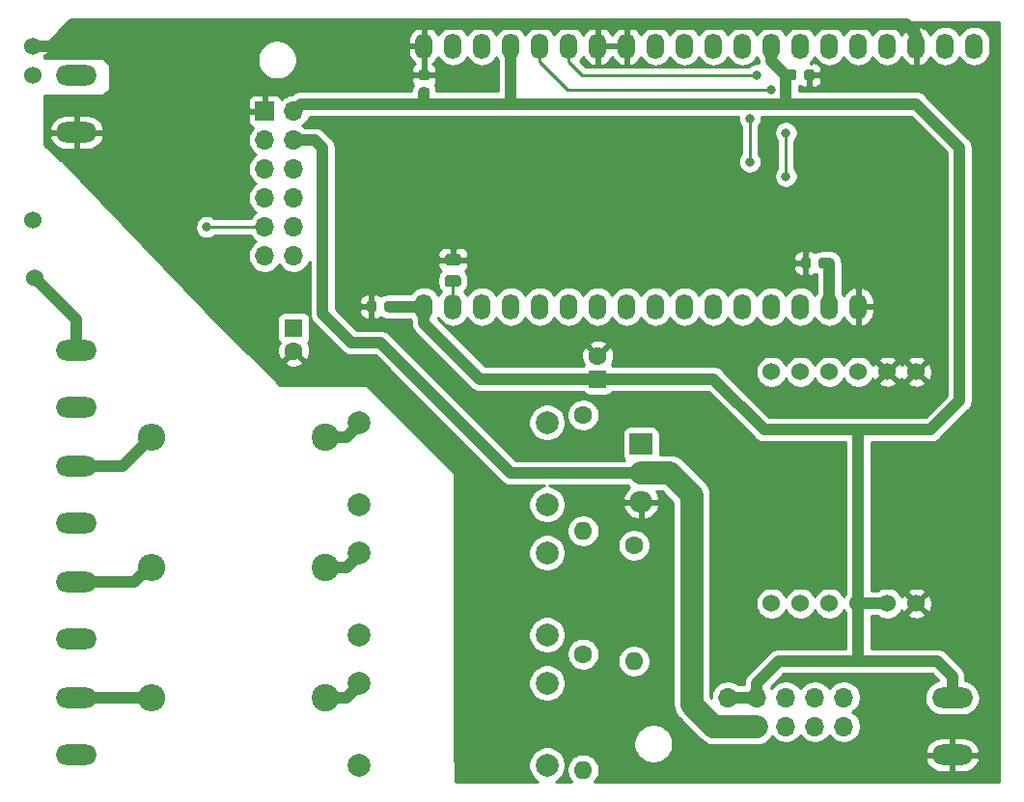
<source format=gbl>
%TF.GenerationSoftware,KiCad,Pcbnew,(5.1.5)-3*%
%TF.CreationDate,2020-07-19T14:01:50+02:00*%
%TF.ProjectId,REM-C,52454d2d-432e-46b6-9963-61645f706362,rev?*%
%TF.SameCoordinates,Original*%
%TF.FileFunction,Copper,L2,Bot*%
%TF.FilePolarity,Positive*%
%FSLAX46Y46*%
G04 Gerber Fmt 4.6, Leading zero omitted, Abs format (unit mm)*
G04 Created by KiCad (PCBNEW (5.1.5)-3) date 2020-07-19 14:01:50*
%MOMM*%
%LPD*%
G04 APERTURE LIST*
%ADD10C,1.524000*%
%ADD11O,1.524000X2.268000*%
%ADD12O,1.700000X1.700000*%
%ADD13R,1.700000X1.700000*%
%ADD14C,0.100000*%
%ADD15O,1.600000X1.600000*%
%ADD16C,1.600000*%
%ADD17O,2.400000X2.400000*%
%ADD18C,2.400000*%
%ADD19O,2.000000X1.905000*%
%ADD20R,2.000000X1.905000*%
%ADD21O,3.581400X1.790700*%
%ADD22R,1.600000X1.600000*%
%ADD23C,2.000000*%
%ADD24C,0.800000*%
%ADD25C,1.000000*%
%ADD26C,0.250000*%
%ADD27C,2.000000*%
%ADD28C,0.254000*%
G04 APERTURE END LIST*
D10*
X179070000Y-83185000D03*
X176530000Y-83185000D03*
X173990000Y-83185000D03*
X171450000Y-83185000D03*
X168910000Y-83185000D03*
X166370000Y-83185000D03*
X166370000Y-62865000D03*
X168910000Y-62865000D03*
X171450000Y-62865000D03*
X173990000Y-62865000D03*
X176530000Y-62865000D03*
X179070000Y-62865000D03*
D11*
X184150000Y-34290000D03*
X181610000Y-34290000D03*
X179070000Y-34290000D03*
X176530000Y-34290000D03*
X173990000Y-34290000D03*
X171450000Y-34290000D03*
X168910000Y-34290000D03*
X166370000Y-34290000D03*
X163830000Y-34290000D03*
X161290000Y-34290000D03*
X158750000Y-34290000D03*
X156210000Y-34290000D03*
X153670000Y-34290000D03*
X151130000Y-34290000D03*
X148590000Y-34290000D03*
X146050000Y-34290000D03*
X143510000Y-34290000D03*
X140970000Y-34290000D03*
X138430000Y-34290000D03*
X135890000Y-34290000D03*
X173990000Y-57150000D03*
X171450000Y-57150000D03*
X168910000Y-57150000D03*
X166370000Y-57150000D03*
X163830000Y-57150000D03*
X161290000Y-57150000D03*
X158750000Y-57150000D03*
X156210000Y-57150000D03*
X153670000Y-57150000D03*
X151130000Y-57150000D03*
X148590000Y-57150000D03*
X146050000Y-57150000D03*
X143510000Y-57150000D03*
X140970000Y-57150000D03*
X138430000Y-57150000D03*
X135890000Y-57150000D03*
D12*
X124460000Y-52705000D03*
X121920000Y-52705000D03*
X124460000Y-50165000D03*
X121920000Y-50165000D03*
X124460000Y-47625000D03*
X121920000Y-47625000D03*
X124460000Y-45085000D03*
X121920000Y-45085000D03*
X124460000Y-42545000D03*
X121920000Y-42545000D03*
X124460000Y-40005000D03*
D13*
X121920000Y-40005000D03*
%TA.AperFunction,SMDPad,CuDef*%
D14*
G36*
X138910142Y-52551174D02*
G01*
X138933803Y-52554684D01*
X138957007Y-52560496D01*
X138979529Y-52568554D01*
X139001153Y-52578782D01*
X139021670Y-52591079D01*
X139040883Y-52605329D01*
X139058607Y-52621393D01*
X139074671Y-52639117D01*
X139088921Y-52658330D01*
X139101218Y-52678847D01*
X139111446Y-52700471D01*
X139119504Y-52722993D01*
X139125316Y-52746197D01*
X139128826Y-52769858D01*
X139130000Y-52793750D01*
X139130000Y-53281250D01*
X139128826Y-53305142D01*
X139125316Y-53328803D01*
X139119504Y-53352007D01*
X139111446Y-53374529D01*
X139101218Y-53396153D01*
X139088921Y-53416670D01*
X139074671Y-53435883D01*
X139058607Y-53453607D01*
X139040883Y-53469671D01*
X139021670Y-53483921D01*
X139001153Y-53496218D01*
X138979529Y-53506446D01*
X138957007Y-53514504D01*
X138933803Y-53520316D01*
X138910142Y-53523826D01*
X138886250Y-53525000D01*
X137973750Y-53525000D01*
X137949858Y-53523826D01*
X137926197Y-53520316D01*
X137902993Y-53514504D01*
X137880471Y-53506446D01*
X137858847Y-53496218D01*
X137838330Y-53483921D01*
X137819117Y-53469671D01*
X137801393Y-53453607D01*
X137785329Y-53435883D01*
X137771079Y-53416670D01*
X137758782Y-53396153D01*
X137748554Y-53374529D01*
X137740496Y-53352007D01*
X137734684Y-53328803D01*
X137731174Y-53305142D01*
X137730000Y-53281250D01*
X137730000Y-52793750D01*
X137731174Y-52769858D01*
X137734684Y-52746197D01*
X137740496Y-52722993D01*
X137748554Y-52700471D01*
X137758782Y-52678847D01*
X137771079Y-52658330D01*
X137785329Y-52639117D01*
X137801393Y-52621393D01*
X137819117Y-52605329D01*
X137838330Y-52591079D01*
X137858847Y-52578782D01*
X137880471Y-52568554D01*
X137902993Y-52560496D01*
X137926197Y-52554684D01*
X137949858Y-52551174D01*
X137973750Y-52550000D01*
X138886250Y-52550000D01*
X138910142Y-52551174D01*
G37*
%TD.AperFunction*%
%TA.AperFunction,SMDPad,CuDef*%
G36*
X138910142Y-54426174D02*
G01*
X138933803Y-54429684D01*
X138957007Y-54435496D01*
X138979529Y-54443554D01*
X139001153Y-54453782D01*
X139021670Y-54466079D01*
X139040883Y-54480329D01*
X139058607Y-54496393D01*
X139074671Y-54514117D01*
X139088921Y-54533330D01*
X139101218Y-54553847D01*
X139111446Y-54575471D01*
X139119504Y-54597993D01*
X139125316Y-54621197D01*
X139128826Y-54644858D01*
X139130000Y-54668750D01*
X139130000Y-55156250D01*
X139128826Y-55180142D01*
X139125316Y-55203803D01*
X139119504Y-55227007D01*
X139111446Y-55249529D01*
X139101218Y-55271153D01*
X139088921Y-55291670D01*
X139074671Y-55310883D01*
X139058607Y-55328607D01*
X139040883Y-55344671D01*
X139021670Y-55358921D01*
X139001153Y-55371218D01*
X138979529Y-55381446D01*
X138957007Y-55389504D01*
X138933803Y-55395316D01*
X138910142Y-55398826D01*
X138886250Y-55400000D01*
X137973750Y-55400000D01*
X137949858Y-55398826D01*
X137926197Y-55395316D01*
X137902993Y-55389504D01*
X137880471Y-55381446D01*
X137858847Y-55371218D01*
X137838330Y-55358921D01*
X137819117Y-55344671D01*
X137801393Y-55328607D01*
X137785329Y-55310883D01*
X137771079Y-55291670D01*
X137758782Y-55271153D01*
X137748554Y-55249529D01*
X137740496Y-55227007D01*
X137734684Y-55203803D01*
X137731174Y-55180142D01*
X137730000Y-55156250D01*
X137730000Y-54668750D01*
X137731174Y-54644858D01*
X137734684Y-54621197D01*
X137740496Y-54597993D01*
X137748554Y-54575471D01*
X137758782Y-54553847D01*
X137771079Y-54533330D01*
X137785329Y-54514117D01*
X137801393Y-54496393D01*
X137819117Y-54480329D01*
X137838330Y-54466079D01*
X137858847Y-54453782D01*
X137880471Y-54443554D01*
X137902993Y-54435496D01*
X137926197Y-54429684D01*
X137949858Y-54426174D01*
X137973750Y-54425000D01*
X138886250Y-54425000D01*
X138910142Y-54426174D01*
G37*
%TD.AperFunction*%
D15*
X149860000Y-97790000D03*
D16*
X149860000Y-87630000D03*
D15*
X154305000Y-88265000D03*
D16*
X154305000Y-78105000D03*
D15*
X149860000Y-76835000D03*
D16*
X149860000Y-66675000D03*
D17*
X112014000Y-80010000D03*
D18*
X127254000Y-80010000D03*
D19*
X154940000Y-74295000D03*
X154940000Y-71755000D03*
D20*
X154940000Y-69215000D03*
D12*
X172720000Y-91440000D03*
X172720000Y-93980000D03*
X170180000Y-91440000D03*
X170180000Y-93980000D03*
X167640000Y-91440000D03*
X167640000Y-93980000D03*
X165100000Y-91440000D03*
X165100000Y-93980000D03*
X162560000Y-91440000D03*
D13*
X162560000Y-93980000D03*
D21*
X182245000Y-96480000D03*
X182245000Y-91480000D03*
D17*
X112014000Y-91440000D03*
D18*
X127254000Y-91440000D03*
D21*
X105410000Y-36870000D03*
X105410000Y-41870000D03*
%TA.AperFunction,SMDPad,CuDef*%
D14*
G36*
X169937691Y-36356053D02*
G01*
X169958926Y-36359203D01*
X169979750Y-36364419D01*
X169999962Y-36371651D01*
X170019368Y-36380830D01*
X170037781Y-36391866D01*
X170055024Y-36404654D01*
X170070930Y-36419070D01*
X170085346Y-36434976D01*
X170098134Y-36452219D01*
X170109170Y-36470632D01*
X170118349Y-36490038D01*
X170125581Y-36510250D01*
X170130797Y-36531074D01*
X170133947Y-36552309D01*
X170135000Y-36573750D01*
X170135000Y-37086250D01*
X170133947Y-37107691D01*
X170130797Y-37128926D01*
X170125581Y-37149750D01*
X170118349Y-37169962D01*
X170109170Y-37189368D01*
X170098134Y-37207781D01*
X170085346Y-37225024D01*
X170070930Y-37240930D01*
X170055024Y-37255346D01*
X170037781Y-37268134D01*
X170019368Y-37279170D01*
X169999962Y-37288349D01*
X169979750Y-37295581D01*
X169958926Y-37300797D01*
X169937691Y-37303947D01*
X169916250Y-37305000D01*
X169478750Y-37305000D01*
X169457309Y-37303947D01*
X169436074Y-37300797D01*
X169415250Y-37295581D01*
X169395038Y-37288349D01*
X169375632Y-37279170D01*
X169357219Y-37268134D01*
X169339976Y-37255346D01*
X169324070Y-37240930D01*
X169309654Y-37225024D01*
X169296866Y-37207781D01*
X169285830Y-37189368D01*
X169276651Y-37169962D01*
X169269419Y-37149750D01*
X169264203Y-37128926D01*
X169261053Y-37107691D01*
X169260000Y-37086250D01*
X169260000Y-36573750D01*
X169261053Y-36552309D01*
X169264203Y-36531074D01*
X169269419Y-36510250D01*
X169276651Y-36490038D01*
X169285830Y-36470632D01*
X169296866Y-36452219D01*
X169309654Y-36434976D01*
X169324070Y-36419070D01*
X169339976Y-36404654D01*
X169357219Y-36391866D01*
X169375632Y-36380830D01*
X169395038Y-36371651D01*
X169415250Y-36364419D01*
X169436074Y-36359203D01*
X169457309Y-36356053D01*
X169478750Y-36355000D01*
X169916250Y-36355000D01*
X169937691Y-36356053D01*
G37*
%TD.AperFunction*%
%TA.AperFunction,SMDPad,CuDef*%
G36*
X168362691Y-36356053D02*
G01*
X168383926Y-36359203D01*
X168404750Y-36364419D01*
X168424962Y-36371651D01*
X168444368Y-36380830D01*
X168462781Y-36391866D01*
X168480024Y-36404654D01*
X168495930Y-36419070D01*
X168510346Y-36434976D01*
X168523134Y-36452219D01*
X168534170Y-36470632D01*
X168543349Y-36490038D01*
X168550581Y-36510250D01*
X168555797Y-36531074D01*
X168558947Y-36552309D01*
X168560000Y-36573750D01*
X168560000Y-37086250D01*
X168558947Y-37107691D01*
X168555797Y-37128926D01*
X168550581Y-37149750D01*
X168543349Y-37169962D01*
X168534170Y-37189368D01*
X168523134Y-37207781D01*
X168510346Y-37225024D01*
X168495930Y-37240930D01*
X168480024Y-37255346D01*
X168462781Y-37268134D01*
X168444368Y-37279170D01*
X168424962Y-37288349D01*
X168404750Y-37295581D01*
X168383926Y-37300797D01*
X168362691Y-37303947D01*
X168341250Y-37305000D01*
X167903750Y-37305000D01*
X167882309Y-37303947D01*
X167861074Y-37300797D01*
X167840250Y-37295581D01*
X167820038Y-37288349D01*
X167800632Y-37279170D01*
X167782219Y-37268134D01*
X167764976Y-37255346D01*
X167749070Y-37240930D01*
X167734654Y-37225024D01*
X167721866Y-37207781D01*
X167710830Y-37189368D01*
X167701651Y-37169962D01*
X167694419Y-37149750D01*
X167689203Y-37128926D01*
X167686053Y-37107691D01*
X167685000Y-37086250D01*
X167685000Y-36573750D01*
X167686053Y-36552309D01*
X167689203Y-36531074D01*
X167694419Y-36510250D01*
X167701651Y-36490038D01*
X167710830Y-36470632D01*
X167721866Y-36452219D01*
X167734654Y-36434976D01*
X167749070Y-36419070D01*
X167764976Y-36404654D01*
X167782219Y-36391866D01*
X167800632Y-36380830D01*
X167820038Y-36371651D01*
X167840250Y-36364419D01*
X167861074Y-36359203D01*
X167882309Y-36356053D01*
X167903750Y-36355000D01*
X168341250Y-36355000D01*
X168362691Y-36356053D01*
G37*
%TD.AperFunction*%
%TA.AperFunction,SMDPad,CuDef*%
G36*
X131532691Y-56676053D02*
G01*
X131553926Y-56679203D01*
X131574750Y-56684419D01*
X131594962Y-56691651D01*
X131614368Y-56700830D01*
X131632781Y-56711866D01*
X131650024Y-56724654D01*
X131665930Y-56739070D01*
X131680346Y-56754976D01*
X131693134Y-56772219D01*
X131704170Y-56790632D01*
X131713349Y-56810038D01*
X131720581Y-56830250D01*
X131725797Y-56851074D01*
X131728947Y-56872309D01*
X131730000Y-56893750D01*
X131730000Y-57406250D01*
X131728947Y-57427691D01*
X131725797Y-57448926D01*
X131720581Y-57469750D01*
X131713349Y-57489962D01*
X131704170Y-57509368D01*
X131693134Y-57527781D01*
X131680346Y-57545024D01*
X131665930Y-57560930D01*
X131650024Y-57575346D01*
X131632781Y-57588134D01*
X131614368Y-57599170D01*
X131594962Y-57608349D01*
X131574750Y-57615581D01*
X131553926Y-57620797D01*
X131532691Y-57623947D01*
X131511250Y-57625000D01*
X131073750Y-57625000D01*
X131052309Y-57623947D01*
X131031074Y-57620797D01*
X131010250Y-57615581D01*
X130990038Y-57608349D01*
X130970632Y-57599170D01*
X130952219Y-57588134D01*
X130934976Y-57575346D01*
X130919070Y-57560930D01*
X130904654Y-57545024D01*
X130891866Y-57527781D01*
X130880830Y-57509368D01*
X130871651Y-57489962D01*
X130864419Y-57469750D01*
X130859203Y-57448926D01*
X130856053Y-57427691D01*
X130855000Y-57406250D01*
X130855000Y-56893750D01*
X130856053Y-56872309D01*
X130859203Y-56851074D01*
X130864419Y-56830250D01*
X130871651Y-56810038D01*
X130880830Y-56790632D01*
X130891866Y-56772219D01*
X130904654Y-56754976D01*
X130919070Y-56739070D01*
X130934976Y-56724654D01*
X130952219Y-56711866D01*
X130970632Y-56700830D01*
X130990038Y-56691651D01*
X131010250Y-56684419D01*
X131031074Y-56679203D01*
X131052309Y-56676053D01*
X131073750Y-56675000D01*
X131511250Y-56675000D01*
X131532691Y-56676053D01*
G37*
%TD.AperFunction*%
%TA.AperFunction,SMDPad,CuDef*%
G36*
X133107691Y-56676053D02*
G01*
X133128926Y-56679203D01*
X133149750Y-56684419D01*
X133169962Y-56691651D01*
X133189368Y-56700830D01*
X133207781Y-56711866D01*
X133225024Y-56724654D01*
X133240930Y-56739070D01*
X133255346Y-56754976D01*
X133268134Y-56772219D01*
X133279170Y-56790632D01*
X133288349Y-56810038D01*
X133295581Y-56830250D01*
X133300797Y-56851074D01*
X133303947Y-56872309D01*
X133305000Y-56893750D01*
X133305000Y-57406250D01*
X133303947Y-57427691D01*
X133300797Y-57448926D01*
X133295581Y-57469750D01*
X133288349Y-57489962D01*
X133279170Y-57509368D01*
X133268134Y-57527781D01*
X133255346Y-57545024D01*
X133240930Y-57560930D01*
X133225024Y-57575346D01*
X133207781Y-57588134D01*
X133189368Y-57599170D01*
X133169962Y-57608349D01*
X133149750Y-57615581D01*
X133128926Y-57620797D01*
X133107691Y-57623947D01*
X133086250Y-57625000D01*
X132648750Y-57625000D01*
X132627309Y-57623947D01*
X132606074Y-57620797D01*
X132585250Y-57615581D01*
X132565038Y-57608349D01*
X132545632Y-57599170D01*
X132527219Y-57588134D01*
X132509976Y-57575346D01*
X132494070Y-57560930D01*
X132479654Y-57545024D01*
X132466866Y-57527781D01*
X132455830Y-57509368D01*
X132446651Y-57489962D01*
X132439419Y-57469750D01*
X132434203Y-57448926D01*
X132431053Y-57427691D01*
X132430000Y-57406250D01*
X132430000Y-56893750D01*
X132431053Y-56872309D01*
X132434203Y-56851074D01*
X132439419Y-56830250D01*
X132446651Y-56810038D01*
X132455830Y-56790632D01*
X132466866Y-56772219D01*
X132479654Y-56754976D01*
X132494070Y-56739070D01*
X132509976Y-56724654D01*
X132527219Y-56711866D01*
X132545632Y-56700830D01*
X132565038Y-56691651D01*
X132585250Y-56684419D01*
X132606074Y-56679203D01*
X132627309Y-56676053D01*
X132648750Y-56675000D01*
X133086250Y-56675000D01*
X133107691Y-56676053D01*
G37*
%TD.AperFunction*%
D16*
X151130000Y-61500000D03*
D22*
X151130000Y-63500000D03*
D16*
X124460000Y-61055000D03*
D22*
X124460000Y-59055000D03*
%TA.AperFunction,SMDPad,CuDef*%
D14*
G36*
X136167691Y-36393553D02*
G01*
X136188926Y-36396703D01*
X136209750Y-36401919D01*
X136229962Y-36409151D01*
X136249368Y-36418330D01*
X136267781Y-36429366D01*
X136285024Y-36442154D01*
X136300930Y-36456570D01*
X136315346Y-36472476D01*
X136328134Y-36489719D01*
X136339170Y-36508132D01*
X136348349Y-36527538D01*
X136355581Y-36547750D01*
X136360797Y-36568574D01*
X136363947Y-36589809D01*
X136365000Y-36611250D01*
X136365000Y-37048750D01*
X136363947Y-37070191D01*
X136360797Y-37091426D01*
X136355581Y-37112250D01*
X136348349Y-37132462D01*
X136339170Y-37151868D01*
X136328134Y-37170281D01*
X136315346Y-37187524D01*
X136300930Y-37203430D01*
X136285024Y-37217846D01*
X136267781Y-37230634D01*
X136249368Y-37241670D01*
X136229962Y-37250849D01*
X136209750Y-37258081D01*
X136188926Y-37263297D01*
X136167691Y-37266447D01*
X136146250Y-37267500D01*
X135633750Y-37267500D01*
X135612309Y-37266447D01*
X135591074Y-37263297D01*
X135570250Y-37258081D01*
X135550038Y-37250849D01*
X135530632Y-37241670D01*
X135512219Y-37230634D01*
X135494976Y-37217846D01*
X135479070Y-37203430D01*
X135464654Y-37187524D01*
X135451866Y-37170281D01*
X135440830Y-37151868D01*
X135431651Y-37132462D01*
X135424419Y-37112250D01*
X135419203Y-37091426D01*
X135416053Y-37070191D01*
X135415000Y-37048750D01*
X135415000Y-36611250D01*
X135416053Y-36589809D01*
X135419203Y-36568574D01*
X135424419Y-36547750D01*
X135431651Y-36527538D01*
X135440830Y-36508132D01*
X135451866Y-36489719D01*
X135464654Y-36472476D01*
X135479070Y-36456570D01*
X135494976Y-36442154D01*
X135512219Y-36429366D01*
X135530632Y-36418330D01*
X135550038Y-36409151D01*
X135570250Y-36401919D01*
X135591074Y-36396703D01*
X135612309Y-36393553D01*
X135633750Y-36392500D01*
X136146250Y-36392500D01*
X136167691Y-36393553D01*
G37*
%TD.AperFunction*%
%TA.AperFunction,SMDPad,CuDef*%
G36*
X136167691Y-37968553D02*
G01*
X136188926Y-37971703D01*
X136209750Y-37976919D01*
X136229962Y-37984151D01*
X136249368Y-37993330D01*
X136267781Y-38004366D01*
X136285024Y-38017154D01*
X136300930Y-38031570D01*
X136315346Y-38047476D01*
X136328134Y-38064719D01*
X136339170Y-38083132D01*
X136348349Y-38102538D01*
X136355581Y-38122750D01*
X136360797Y-38143574D01*
X136363947Y-38164809D01*
X136365000Y-38186250D01*
X136365000Y-38623750D01*
X136363947Y-38645191D01*
X136360797Y-38666426D01*
X136355581Y-38687250D01*
X136348349Y-38707462D01*
X136339170Y-38726868D01*
X136328134Y-38745281D01*
X136315346Y-38762524D01*
X136300930Y-38778430D01*
X136285024Y-38792846D01*
X136267781Y-38805634D01*
X136249368Y-38816670D01*
X136229962Y-38825849D01*
X136209750Y-38833081D01*
X136188926Y-38838297D01*
X136167691Y-38841447D01*
X136146250Y-38842500D01*
X135633750Y-38842500D01*
X135612309Y-38841447D01*
X135591074Y-38838297D01*
X135570250Y-38833081D01*
X135550038Y-38825849D01*
X135530632Y-38816670D01*
X135512219Y-38805634D01*
X135494976Y-38792846D01*
X135479070Y-38778430D01*
X135464654Y-38762524D01*
X135451866Y-38745281D01*
X135440830Y-38726868D01*
X135431651Y-38707462D01*
X135424419Y-38687250D01*
X135419203Y-38666426D01*
X135416053Y-38645191D01*
X135415000Y-38623750D01*
X135415000Y-38186250D01*
X135416053Y-38164809D01*
X135419203Y-38143574D01*
X135424419Y-38122750D01*
X135431651Y-38102538D01*
X135440830Y-38083132D01*
X135451866Y-38064719D01*
X135464654Y-38047476D01*
X135479070Y-38031570D01*
X135494976Y-38017154D01*
X135512219Y-38004366D01*
X135530632Y-37993330D01*
X135550038Y-37984151D01*
X135570250Y-37976919D01*
X135591074Y-37971703D01*
X135612309Y-37968553D01*
X135633750Y-37967500D01*
X136146250Y-37967500D01*
X136167691Y-37968553D01*
G37*
%TD.AperFunction*%
%TA.AperFunction,SMDPad,CuDef*%
G36*
X169632691Y-52866053D02*
G01*
X169653926Y-52869203D01*
X169674750Y-52874419D01*
X169694962Y-52881651D01*
X169714368Y-52890830D01*
X169732781Y-52901866D01*
X169750024Y-52914654D01*
X169765930Y-52929070D01*
X169780346Y-52944976D01*
X169793134Y-52962219D01*
X169804170Y-52980632D01*
X169813349Y-53000038D01*
X169820581Y-53020250D01*
X169825797Y-53041074D01*
X169828947Y-53062309D01*
X169830000Y-53083750D01*
X169830000Y-53596250D01*
X169828947Y-53617691D01*
X169825797Y-53638926D01*
X169820581Y-53659750D01*
X169813349Y-53679962D01*
X169804170Y-53699368D01*
X169793134Y-53717781D01*
X169780346Y-53735024D01*
X169765930Y-53750930D01*
X169750024Y-53765346D01*
X169732781Y-53778134D01*
X169714368Y-53789170D01*
X169694962Y-53798349D01*
X169674750Y-53805581D01*
X169653926Y-53810797D01*
X169632691Y-53813947D01*
X169611250Y-53815000D01*
X169173750Y-53815000D01*
X169152309Y-53813947D01*
X169131074Y-53810797D01*
X169110250Y-53805581D01*
X169090038Y-53798349D01*
X169070632Y-53789170D01*
X169052219Y-53778134D01*
X169034976Y-53765346D01*
X169019070Y-53750930D01*
X169004654Y-53735024D01*
X168991866Y-53717781D01*
X168980830Y-53699368D01*
X168971651Y-53679962D01*
X168964419Y-53659750D01*
X168959203Y-53638926D01*
X168956053Y-53617691D01*
X168955000Y-53596250D01*
X168955000Y-53083750D01*
X168956053Y-53062309D01*
X168959203Y-53041074D01*
X168964419Y-53020250D01*
X168971651Y-53000038D01*
X168980830Y-52980632D01*
X168991866Y-52962219D01*
X169004654Y-52944976D01*
X169019070Y-52929070D01*
X169034976Y-52914654D01*
X169052219Y-52901866D01*
X169070632Y-52890830D01*
X169090038Y-52881651D01*
X169110250Y-52874419D01*
X169131074Y-52869203D01*
X169152309Y-52866053D01*
X169173750Y-52865000D01*
X169611250Y-52865000D01*
X169632691Y-52866053D01*
G37*
%TD.AperFunction*%
%TA.AperFunction,SMDPad,CuDef*%
G36*
X171207691Y-52866053D02*
G01*
X171228926Y-52869203D01*
X171249750Y-52874419D01*
X171269962Y-52881651D01*
X171289368Y-52890830D01*
X171307781Y-52901866D01*
X171325024Y-52914654D01*
X171340930Y-52929070D01*
X171355346Y-52944976D01*
X171368134Y-52962219D01*
X171379170Y-52980632D01*
X171388349Y-53000038D01*
X171395581Y-53020250D01*
X171400797Y-53041074D01*
X171403947Y-53062309D01*
X171405000Y-53083750D01*
X171405000Y-53596250D01*
X171403947Y-53617691D01*
X171400797Y-53638926D01*
X171395581Y-53659750D01*
X171388349Y-53679962D01*
X171379170Y-53699368D01*
X171368134Y-53717781D01*
X171355346Y-53735024D01*
X171340930Y-53750930D01*
X171325024Y-53765346D01*
X171307781Y-53778134D01*
X171289368Y-53789170D01*
X171269962Y-53798349D01*
X171249750Y-53805581D01*
X171228926Y-53810797D01*
X171207691Y-53813947D01*
X171186250Y-53815000D01*
X170748750Y-53815000D01*
X170727309Y-53813947D01*
X170706074Y-53810797D01*
X170685250Y-53805581D01*
X170665038Y-53798349D01*
X170645632Y-53789170D01*
X170627219Y-53778134D01*
X170609976Y-53765346D01*
X170594070Y-53750930D01*
X170579654Y-53735024D01*
X170566866Y-53717781D01*
X170555830Y-53699368D01*
X170546651Y-53679962D01*
X170539419Y-53659750D01*
X170534203Y-53638926D01*
X170531053Y-53617691D01*
X170530000Y-53596250D01*
X170530000Y-53083750D01*
X170531053Y-53062309D01*
X170534203Y-53041074D01*
X170539419Y-53020250D01*
X170546651Y-53000038D01*
X170555830Y-52980632D01*
X170566866Y-52962219D01*
X170579654Y-52944976D01*
X170594070Y-52929070D01*
X170609976Y-52914654D01*
X170627219Y-52901866D01*
X170645632Y-52890830D01*
X170665038Y-52881651D01*
X170685250Y-52874419D01*
X170706074Y-52869203D01*
X170727309Y-52866053D01*
X170748750Y-52865000D01*
X171186250Y-52865000D01*
X171207691Y-52866053D01*
G37*
%TD.AperFunction*%
D17*
X112014000Y-68580000D03*
D18*
X127254000Y-68580000D03*
D23*
X130175000Y-97378000D03*
X146675000Y-97378000D03*
X146675000Y-90178000D03*
X130175000Y-90178000D03*
X130175000Y-85948000D03*
X146675000Y-85948000D03*
X146675000Y-78748000D03*
X130175000Y-78748000D03*
X130175000Y-74518000D03*
X146675000Y-74518000D03*
X146675000Y-67318000D03*
X130175000Y-67318000D03*
D10*
X101720000Y-54610000D03*
X101600000Y-49530000D03*
X101600000Y-36830000D03*
X101600000Y-34290000D03*
D21*
X105410000Y-61000000D03*
X105410000Y-66000000D03*
X105410000Y-91480000D03*
X105410000Y-96480000D03*
X105410000Y-81320000D03*
X105410000Y-86320000D03*
X105410000Y-71160000D03*
X105410000Y-76160000D03*
D24*
X127000000Y-34925000D03*
X127000000Y-37465000D03*
X132715000Y-41275000D03*
X130810000Y-41275000D03*
X128905000Y-41275000D03*
X128905000Y-37465000D03*
X130810000Y-37465000D03*
X132715000Y-37465000D03*
X132715000Y-34925000D03*
X130810000Y-34925000D03*
X128905000Y-34925000D03*
X180340000Y-71755000D03*
X180340000Y-74295000D03*
X180340000Y-76835000D03*
X180340000Y-79375000D03*
X176530000Y-79375000D03*
X176530000Y-76835000D03*
X176530000Y-74295000D03*
X176530000Y-71755000D03*
X171450000Y-71755000D03*
X171450000Y-74295000D03*
X171450000Y-76835000D03*
X171450000Y-79375000D03*
X167640000Y-79375000D03*
X167640000Y-76835000D03*
X167640000Y-74295000D03*
X167640000Y-71755000D03*
X131826000Y-42545000D03*
X129921000Y-42545000D03*
X165100000Y-36830000D03*
X166370000Y-38100000D03*
X164464976Y-40640000D03*
X164465000Y-44450000D03*
X167640000Y-41910000D03*
X167640000Y-45720000D03*
X116840008Y-50165000D03*
D25*
X111760000Y-68834000D02*
X111760000Y-68580000D01*
X105410000Y-71160000D02*
X109434000Y-71160000D01*
X109434000Y-71160000D02*
X111760000Y-68834000D01*
X129120000Y-68580000D02*
X130180000Y-67520000D01*
X127000000Y-68580000D02*
X129120000Y-68580000D01*
X110450000Y-81320000D02*
X111760000Y-80010000D01*
X105410000Y-81320000D02*
X110450000Y-81320000D01*
X129120000Y-80010000D02*
X130180000Y-78950000D01*
X127000000Y-80010000D02*
X129120000Y-80010000D01*
X112014000Y-91440000D02*
X111760000Y-91440000D01*
X105410000Y-91480000D02*
X111974000Y-91480000D01*
X111974000Y-91480000D02*
X112014000Y-91440000D01*
X129120000Y-91440000D02*
X130180000Y-90380000D01*
X127000000Y-91440000D02*
X129120000Y-91440000D01*
X179070000Y-33282000D02*
X179070000Y-34290000D01*
X105072000Y-32393000D02*
X178181000Y-32393000D01*
X178181000Y-32393000D02*
X179070000Y-33282000D01*
X101600000Y-34290000D02*
X103175000Y-34290000D01*
X103175000Y-34290000D02*
X105072000Y-32393000D01*
X167640000Y-39370000D02*
X143510000Y-39370000D01*
X167640000Y-36830000D02*
X167640000Y-39370000D01*
X166370000Y-34290000D02*
X166370000Y-35560000D01*
X166370000Y-35560000D02*
X167640000Y-36830000D01*
X143510000Y-34290000D02*
X143510000Y-39370000D01*
X163762081Y-91440000D02*
X162560000Y-91440000D01*
X165100000Y-91440000D02*
X163762081Y-91440000D01*
X143510000Y-39370000D02*
X135890000Y-39370000D01*
X132867500Y-57150000D02*
X135890000Y-57150000D01*
X165100000Y-90170000D02*
X165100000Y-91440000D01*
X167005000Y-88265000D02*
X165100000Y-90170000D01*
X182245000Y-91480000D02*
X182245000Y-89584650D01*
X182245000Y-89584650D02*
X180925350Y-88265000D01*
X170815000Y-88265000D02*
X167005000Y-88265000D01*
X173990000Y-83185000D02*
X173990000Y-88265000D01*
X180925350Y-88265000D02*
X173990000Y-88265000D01*
X173990000Y-88265000D02*
X167005000Y-88265000D01*
X173990000Y-83185000D02*
X176530000Y-83185000D01*
X135890000Y-38405000D02*
X135890000Y-39370000D01*
X173990000Y-67945000D02*
X173990000Y-83185000D01*
X127635000Y-39370000D02*
X135890000Y-39370000D01*
X124460000Y-40005000D02*
X125095000Y-39370000D01*
X125095000Y-39370000D02*
X127635000Y-39370000D01*
X182880000Y-43180000D02*
X179070000Y-39370000D01*
X182880000Y-65405000D02*
X182880000Y-43180000D01*
X179070000Y-39370000D02*
X167640000Y-39370000D01*
X180340000Y-67945000D02*
X182880000Y-65405000D01*
X135890000Y-57150000D02*
X135890000Y-58595000D01*
X140795000Y-63500000D02*
X161290000Y-63500000D01*
X161290000Y-63500000D02*
X165735000Y-67945000D01*
X135890000Y-58595000D02*
X140795000Y-63500000D01*
X165735000Y-67945000D02*
X180340000Y-67945000D01*
D26*
X148590000Y-34290000D02*
X148590000Y-35674000D01*
X149746000Y-36830000D02*
X165100000Y-36830000D01*
X148590000Y-35674000D02*
X149746000Y-36830000D01*
X148476000Y-38100000D02*
X148590000Y-38100000D01*
X148590000Y-38100000D02*
X166370000Y-38100000D01*
X146050000Y-34290000D02*
X146050000Y-35674000D01*
X146050000Y-35674000D02*
X148476000Y-38100000D01*
D25*
X171450000Y-53340000D02*
X171450000Y-57150000D01*
X105410000Y-58300000D02*
X105410000Y-61000000D01*
X101720000Y-54610000D02*
X105410000Y-58300000D01*
D26*
X164464976Y-44449976D02*
X164465000Y-44450000D01*
X164464976Y-40640000D02*
X164464976Y-44449976D01*
X167640000Y-41910000D02*
X167640000Y-45720000D01*
D27*
X165100000Y-93980000D02*
X162560000Y-93980000D01*
X159385000Y-92075000D02*
X161290000Y-93980000D01*
X159385000Y-78010000D02*
X159385000Y-92075000D01*
X161290000Y-93980000D02*
X162560000Y-93980000D01*
X159385000Y-78010000D02*
X159385000Y-73660000D01*
X157480000Y-71755000D02*
X154940000Y-71755000D01*
X159385000Y-73660000D02*
X157480000Y-71755000D01*
D25*
X143510000Y-71755000D02*
X154940000Y-71755000D01*
X132080000Y-60325000D02*
X143510000Y-71755000D01*
X126340000Y-42545000D02*
X127000000Y-43205000D01*
X124460000Y-42545000D02*
X126340000Y-42545000D01*
X129540000Y-60325000D02*
X132080000Y-60325000D01*
X127000000Y-43205000D02*
X127000000Y-57785000D01*
X127000000Y-57785000D02*
X129540000Y-60325000D01*
D26*
X121920000Y-50165000D02*
X116840008Y-50165000D01*
X138430000Y-54762500D02*
X138430000Y-57150000D01*
D28*
G36*
X186315000Y-98815000D02*
G01*
X150864396Y-98815000D01*
X150974637Y-98704759D01*
X151131680Y-98469727D01*
X151239853Y-98208574D01*
X151295000Y-97931335D01*
X151295000Y-97648665D01*
X151239853Y-97371426D01*
X151131680Y-97110273D01*
X150974637Y-96875241D01*
X150774759Y-96675363D01*
X150539727Y-96518320D01*
X150278574Y-96410147D01*
X150001335Y-96355000D01*
X149718665Y-96355000D01*
X149441426Y-96410147D01*
X149180273Y-96518320D01*
X148945241Y-96675363D01*
X148745363Y-96875241D01*
X148588320Y-97110273D01*
X148480147Y-97371426D01*
X148425000Y-97648665D01*
X148425000Y-97931335D01*
X148480147Y-98208574D01*
X148588320Y-98469727D01*
X148745363Y-98704759D01*
X148855604Y-98815000D01*
X147467300Y-98815000D01*
X147717252Y-98647987D01*
X147944987Y-98420252D01*
X148123918Y-98152463D01*
X148247168Y-97854912D01*
X148310000Y-97539033D01*
X148310000Y-97216967D01*
X148247168Y-96901088D01*
X148123918Y-96603537D01*
X147944987Y-96335748D01*
X147717252Y-96108013D01*
X147449463Y-95929082D01*
X147151912Y-95805832D01*
X146836033Y-95743000D01*
X146513967Y-95743000D01*
X146198088Y-95805832D01*
X145900537Y-95929082D01*
X145632748Y-96108013D01*
X145405013Y-96335748D01*
X145226082Y-96603537D01*
X145102832Y-96901088D01*
X145040000Y-97216967D01*
X145040000Y-97539033D01*
X145102832Y-97854912D01*
X145226082Y-98152463D01*
X145405013Y-98420252D01*
X145632748Y-98647987D01*
X145882700Y-98815000D01*
X138625272Y-98815000D01*
X138616478Y-95329117D01*
X154265000Y-95329117D01*
X154265000Y-95670883D01*
X154331675Y-96006081D01*
X154462463Y-96321831D01*
X154652337Y-96605998D01*
X154894002Y-96847663D01*
X155178169Y-97037537D01*
X155493919Y-97168325D01*
X155829117Y-97235000D01*
X156170883Y-97235000D01*
X156506081Y-97168325D01*
X156821831Y-97037537D01*
X157105998Y-96847663D01*
X157109651Y-96844010D01*
X179863222Y-96844010D01*
X179887191Y-96948307D01*
X180006654Y-97224620D01*
X180177727Y-97472318D01*
X180393837Y-97681882D01*
X180646678Y-97845258D01*
X180926534Y-97956168D01*
X181222650Y-98010350D01*
X182118000Y-98010350D01*
X182118000Y-96607000D01*
X182372000Y-96607000D01*
X182372000Y-98010350D01*
X183267350Y-98010350D01*
X183563466Y-97956168D01*
X183843322Y-97845258D01*
X184096163Y-97681882D01*
X184312273Y-97472318D01*
X184483346Y-97224620D01*
X184602809Y-96948307D01*
X184626778Y-96844010D01*
X184506058Y-96607000D01*
X182372000Y-96607000D01*
X182118000Y-96607000D01*
X179983942Y-96607000D01*
X179863222Y-96844010D01*
X157109651Y-96844010D01*
X157347663Y-96605998D01*
X157537537Y-96321831D01*
X157622799Y-96115990D01*
X179863222Y-96115990D01*
X179983942Y-96353000D01*
X182118000Y-96353000D01*
X182118000Y-94949650D01*
X182372000Y-94949650D01*
X182372000Y-96353000D01*
X184506058Y-96353000D01*
X184626778Y-96115990D01*
X184602809Y-96011693D01*
X184483346Y-95735380D01*
X184312273Y-95487682D01*
X184096163Y-95278118D01*
X183843322Y-95114742D01*
X183563466Y-95003832D01*
X183267350Y-94949650D01*
X182372000Y-94949650D01*
X182118000Y-94949650D01*
X181222650Y-94949650D01*
X180926534Y-95003832D01*
X180646678Y-95114742D01*
X180393837Y-95278118D01*
X180177727Y-95487682D01*
X180006654Y-95735380D01*
X179887191Y-96011693D01*
X179863222Y-96115990D01*
X157622799Y-96115990D01*
X157668325Y-96006081D01*
X157735000Y-95670883D01*
X157735000Y-95329117D01*
X157668325Y-94993919D01*
X157537537Y-94678169D01*
X157347663Y-94394002D01*
X157105998Y-94152337D01*
X156821831Y-93962463D01*
X156506081Y-93831675D01*
X156170883Y-93765000D01*
X155829117Y-93765000D01*
X155493919Y-93831675D01*
X155178169Y-93962463D01*
X154894002Y-94152337D01*
X154652337Y-94394002D01*
X154462463Y-94678169D01*
X154331675Y-94993919D01*
X154265000Y-95329117D01*
X138616478Y-95329117D01*
X138603075Y-90016967D01*
X145040000Y-90016967D01*
X145040000Y-90339033D01*
X145102832Y-90654912D01*
X145226082Y-90952463D01*
X145405013Y-91220252D01*
X145632748Y-91447987D01*
X145900537Y-91626918D01*
X146198088Y-91750168D01*
X146513967Y-91813000D01*
X146836033Y-91813000D01*
X147151912Y-91750168D01*
X147449463Y-91626918D01*
X147717252Y-91447987D01*
X147944987Y-91220252D01*
X148123918Y-90952463D01*
X148247168Y-90654912D01*
X148310000Y-90339033D01*
X148310000Y-90016967D01*
X148247168Y-89701088D01*
X148123918Y-89403537D01*
X147944987Y-89135748D01*
X147717252Y-88908013D01*
X147449463Y-88729082D01*
X147151912Y-88605832D01*
X146836033Y-88543000D01*
X146513967Y-88543000D01*
X146198088Y-88605832D01*
X145900537Y-88729082D01*
X145632748Y-88908013D01*
X145405013Y-89135748D01*
X145226082Y-89403537D01*
X145102832Y-89701088D01*
X145040000Y-90016967D01*
X138603075Y-90016967D01*
X138592403Y-85786967D01*
X145040000Y-85786967D01*
X145040000Y-86109033D01*
X145102832Y-86424912D01*
X145226082Y-86722463D01*
X145405013Y-86990252D01*
X145632748Y-87217987D01*
X145900537Y-87396918D01*
X146198088Y-87520168D01*
X146513967Y-87583000D01*
X146836033Y-87583000D01*
X147151912Y-87520168D01*
X147227966Y-87488665D01*
X148425000Y-87488665D01*
X148425000Y-87771335D01*
X148480147Y-88048574D01*
X148588320Y-88309727D01*
X148745363Y-88544759D01*
X148945241Y-88744637D01*
X149180273Y-88901680D01*
X149441426Y-89009853D01*
X149718665Y-89065000D01*
X150001335Y-89065000D01*
X150278574Y-89009853D01*
X150539727Y-88901680D01*
X150774759Y-88744637D01*
X150974637Y-88544759D01*
X151131680Y-88309727D01*
X151208749Y-88123665D01*
X152870000Y-88123665D01*
X152870000Y-88406335D01*
X152925147Y-88683574D01*
X153033320Y-88944727D01*
X153190363Y-89179759D01*
X153390241Y-89379637D01*
X153625273Y-89536680D01*
X153886426Y-89644853D01*
X154163665Y-89700000D01*
X154446335Y-89700000D01*
X154723574Y-89644853D01*
X154984727Y-89536680D01*
X155219759Y-89379637D01*
X155419637Y-89179759D01*
X155576680Y-88944727D01*
X155684853Y-88683574D01*
X155740000Y-88406335D01*
X155740000Y-88123665D01*
X155684853Y-87846426D01*
X155576680Y-87585273D01*
X155419637Y-87350241D01*
X155219759Y-87150363D01*
X154984727Y-86993320D01*
X154723574Y-86885147D01*
X154446335Y-86830000D01*
X154163665Y-86830000D01*
X153886426Y-86885147D01*
X153625273Y-86993320D01*
X153390241Y-87150363D01*
X153190363Y-87350241D01*
X153033320Y-87585273D01*
X152925147Y-87846426D01*
X152870000Y-88123665D01*
X151208749Y-88123665D01*
X151239853Y-88048574D01*
X151295000Y-87771335D01*
X151295000Y-87488665D01*
X151239853Y-87211426D01*
X151131680Y-86950273D01*
X150974637Y-86715241D01*
X150774759Y-86515363D01*
X150539727Y-86358320D01*
X150278574Y-86250147D01*
X150001335Y-86195000D01*
X149718665Y-86195000D01*
X149441426Y-86250147D01*
X149180273Y-86358320D01*
X148945241Y-86515363D01*
X148745363Y-86715241D01*
X148588320Y-86950273D01*
X148480147Y-87211426D01*
X148425000Y-87488665D01*
X147227966Y-87488665D01*
X147449463Y-87396918D01*
X147717252Y-87217987D01*
X147944987Y-86990252D01*
X148123918Y-86722463D01*
X148247168Y-86424912D01*
X148310000Y-86109033D01*
X148310000Y-85786967D01*
X148247168Y-85471088D01*
X148123918Y-85173537D01*
X147944987Y-84905748D01*
X147717252Y-84678013D01*
X147449463Y-84499082D01*
X147151912Y-84375832D01*
X146836033Y-84313000D01*
X146513967Y-84313000D01*
X146198088Y-84375832D01*
X145900537Y-84499082D01*
X145632748Y-84678013D01*
X145405013Y-84905748D01*
X145226082Y-85173537D01*
X145102832Y-85471088D01*
X145040000Y-85786967D01*
X138592403Y-85786967D01*
X138574238Y-78586967D01*
X145040000Y-78586967D01*
X145040000Y-78909033D01*
X145102832Y-79224912D01*
X145226082Y-79522463D01*
X145405013Y-79790252D01*
X145632748Y-80017987D01*
X145900537Y-80196918D01*
X146198088Y-80320168D01*
X146513967Y-80383000D01*
X146836033Y-80383000D01*
X147151912Y-80320168D01*
X147449463Y-80196918D01*
X147717252Y-80017987D01*
X147944987Y-79790252D01*
X148123918Y-79522463D01*
X148247168Y-79224912D01*
X148310000Y-78909033D01*
X148310000Y-78586967D01*
X148247168Y-78271088D01*
X148123918Y-77973537D01*
X147944987Y-77705748D01*
X147717252Y-77478013D01*
X147449463Y-77299082D01*
X147151912Y-77175832D01*
X146836033Y-77113000D01*
X146513967Y-77113000D01*
X146198088Y-77175832D01*
X145900537Y-77299082D01*
X145632748Y-77478013D01*
X145405013Y-77705748D01*
X145226082Y-77973537D01*
X145102832Y-78271088D01*
X145040000Y-78586967D01*
X138574238Y-78586967D01*
X138569462Y-76693665D01*
X148425000Y-76693665D01*
X148425000Y-76976335D01*
X148480147Y-77253574D01*
X148588320Y-77514727D01*
X148745363Y-77749759D01*
X148945241Y-77949637D01*
X149180273Y-78106680D01*
X149441426Y-78214853D01*
X149718665Y-78270000D01*
X150001335Y-78270000D01*
X150278574Y-78214853D01*
X150539727Y-78106680D01*
X150753764Y-77963665D01*
X152870000Y-77963665D01*
X152870000Y-78246335D01*
X152925147Y-78523574D01*
X153033320Y-78784727D01*
X153190363Y-79019759D01*
X153390241Y-79219637D01*
X153625273Y-79376680D01*
X153886426Y-79484853D01*
X154163665Y-79540000D01*
X154446335Y-79540000D01*
X154723574Y-79484853D01*
X154984727Y-79376680D01*
X155219759Y-79219637D01*
X155419637Y-79019759D01*
X155576680Y-78784727D01*
X155684853Y-78523574D01*
X155740000Y-78246335D01*
X155740000Y-77963665D01*
X155684853Y-77686426D01*
X155576680Y-77425273D01*
X155419637Y-77190241D01*
X155219759Y-76990363D01*
X154984727Y-76833320D01*
X154723574Y-76725147D01*
X154446335Y-76670000D01*
X154163665Y-76670000D01*
X153886426Y-76725147D01*
X153625273Y-76833320D01*
X153390241Y-76990363D01*
X153190363Y-77190241D01*
X153033320Y-77425273D01*
X152925147Y-77686426D01*
X152870000Y-77963665D01*
X150753764Y-77963665D01*
X150774759Y-77949637D01*
X150974637Y-77749759D01*
X151131680Y-77514727D01*
X151239853Y-77253574D01*
X151295000Y-76976335D01*
X151295000Y-76693665D01*
X151239853Y-76416426D01*
X151131680Y-76155273D01*
X150974637Y-75920241D01*
X150774759Y-75720363D01*
X150539727Y-75563320D01*
X150278574Y-75455147D01*
X150001335Y-75400000D01*
X149718665Y-75400000D01*
X149441426Y-75455147D01*
X149180273Y-75563320D01*
X148945241Y-75720363D01*
X148745363Y-75920241D01*
X148588320Y-76155273D01*
X148480147Y-76416426D01*
X148425000Y-76693665D01*
X138569462Y-76693665D01*
X138557000Y-71754680D01*
X138554497Y-71729909D01*
X138547210Y-71706103D01*
X138535418Y-71684176D01*
X138519803Y-71665197D01*
X130899803Y-64045197D01*
X130880557Y-64029403D01*
X130858601Y-64017667D01*
X130834776Y-64010440D01*
X130810000Y-64008000D01*
X123242606Y-64008000D01*
X121282308Y-62047702D01*
X123646903Y-62047702D01*
X123718486Y-62291671D01*
X123973996Y-62412571D01*
X124248184Y-62481300D01*
X124530512Y-62495217D01*
X124810130Y-62453787D01*
X125076292Y-62358603D01*
X125201514Y-62291671D01*
X125273097Y-62047702D01*
X124460000Y-61234605D01*
X123646903Y-62047702D01*
X121282308Y-62047702D01*
X120360118Y-61125512D01*
X123019783Y-61125512D01*
X123061213Y-61405130D01*
X123156397Y-61671292D01*
X123223329Y-61796514D01*
X123467298Y-61868097D01*
X124280395Y-61055000D01*
X124266253Y-61040858D01*
X124445858Y-60861253D01*
X124460000Y-60875395D01*
X124474143Y-60861253D01*
X124653748Y-61040858D01*
X124639605Y-61055000D01*
X125452702Y-61868097D01*
X125696671Y-61796514D01*
X125817571Y-61541004D01*
X125886300Y-61266816D01*
X125900217Y-60984488D01*
X125858787Y-60704870D01*
X125763603Y-60438708D01*
X125698384Y-60316691D01*
X125711185Y-60306185D01*
X125790537Y-60209494D01*
X125849502Y-60099180D01*
X125885812Y-59979482D01*
X125898072Y-59855000D01*
X125898072Y-58255000D01*
X125885812Y-58130518D01*
X125849502Y-58010820D01*
X125790537Y-57900506D01*
X125711185Y-57803815D01*
X125614494Y-57724463D01*
X125504180Y-57665498D01*
X125384482Y-57629188D01*
X125260000Y-57616928D01*
X123660000Y-57616928D01*
X123535518Y-57629188D01*
X123415820Y-57665498D01*
X123305506Y-57724463D01*
X123208815Y-57803815D01*
X123129463Y-57900506D01*
X123070498Y-58010820D01*
X123034188Y-58130518D01*
X123021928Y-58255000D01*
X123021928Y-59855000D01*
X123034188Y-59979482D01*
X123070498Y-60099180D01*
X123129463Y-60209494D01*
X123208815Y-60306185D01*
X123221758Y-60316807D01*
X123102429Y-60568996D01*
X123033700Y-60843184D01*
X123019783Y-61125512D01*
X120360118Y-61125512D01*
X116930886Y-57696280D01*
X109661154Y-50063061D01*
X115805008Y-50063061D01*
X115805008Y-50266939D01*
X115844782Y-50466898D01*
X115922803Y-50655256D01*
X116036071Y-50824774D01*
X116180234Y-50968937D01*
X116349752Y-51082205D01*
X116538110Y-51160226D01*
X116738069Y-51200000D01*
X116941947Y-51200000D01*
X117141906Y-51160226D01*
X117330264Y-51082205D01*
X117499782Y-50968937D01*
X117543719Y-50925000D01*
X120641822Y-50925000D01*
X120766525Y-51111632D01*
X120973368Y-51318475D01*
X121147760Y-51435000D01*
X120973368Y-51551525D01*
X120766525Y-51758368D01*
X120604010Y-52001589D01*
X120492068Y-52271842D01*
X120435000Y-52558740D01*
X120435000Y-52851260D01*
X120492068Y-53138158D01*
X120604010Y-53408411D01*
X120766525Y-53651632D01*
X120973368Y-53858475D01*
X121216589Y-54020990D01*
X121486842Y-54132932D01*
X121773740Y-54190000D01*
X122066260Y-54190000D01*
X122353158Y-54132932D01*
X122623411Y-54020990D01*
X122866632Y-53858475D01*
X123073475Y-53651632D01*
X123190000Y-53477240D01*
X123306525Y-53651632D01*
X123513368Y-53858475D01*
X123756589Y-54020990D01*
X124026842Y-54132932D01*
X124313740Y-54190000D01*
X124606260Y-54190000D01*
X124893158Y-54132932D01*
X125163411Y-54020990D01*
X125406632Y-53858475D01*
X125613475Y-53651632D01*
X125775990Y-53408411D01*
X125865001Y-53193519D01*
X125865001Y-57729239D01*
X125859509Y-57785000D01*
X125881423Y-58007498D01*
X125946324Y-58221446D01*
X125988312Y-58299999D01*
X126051717Y-58418623D01*
X126193552Y-58591449D01*
X126236860Y-58626991D01*
X128698009Y-61088141D01*
X128733551Y-61131449D01*
X128906377Y-61273284D01*
X129103553Y-61378676D01*
X129317501Y-61443577D01*
X129484248Y-61460000D01*
X129484257Y-61460000D01*
X129539999Y-61465490D01*
X129595741Y-61460000D01*
X131609869Y-61460000D01*
X142668009Y-72518141D01*
X142703551Y-72561449D01*
X142876377Y-72703284D01*
X143073553Y-72808676D01*
X143287501Y-72873577D01*
X143509999Y-72895491D01*
X143565751Y-72890000D01*
X146478775Y-72890000D01*
X146198088Y-72945832D01*
X145900537Y-73069082D01*
X145632748Y-73248013D01*
X145405013Y-73475748D01*
X145226082Y-73743537D01*
X145102832Y-74041088D01*
X145040000Y-74356967D01*
X145040000Y-74679033D01*
X145102832Y-74994912D01*
X145226082Y-75292463D01*
X145405013Y-75560252D01*
X145632748Y-75787987D01*
X145900537Y-75966918D01*
X146198088Y-76090168D01*
X146513967Y-76153000D01*
X146836033Y-76153000D01*
X147151912Y-76090168D01*
X147449463Y-75966918D01*
X147717252Y-75787987D01*
X147944987Y-75560252D01*
X148123918Y-75292463D01*
X148247168Y-74994912D01*
X148310000Y-74679033D01*
X148310000Y-74667980D01*
X153349437Y-74667980D01*
X153420429Y-74886094D01*
X153564031Y-75161923D01*
X153758685Y-75404437D01*
X153996911Y-75604316D01*
X154269554Y-75753879D01*
X154566137Y-75847378D01*
X154813000Y-75720570D01*
X154813000Y-74422000D01*
X155067000Y-74422000D01*
X155067000Y-75720570D01*
X155313863Y-75847378D01*
X155610446Y-75753879D01*
X155883089Y-75604316D01*
X156121315Y-75404437D01*
X156315969Y-75161923D01*
X156459571Y-74886094D01*
X156530563Y-74667980D01*
X156410594Y-74422000D01*
X155067000Y-74422000D01*
X154813000Y-74422000D01*
X153469406Y-74422000D01*
X153349437Y-74667980D01*
X148310000Y-74667980D01*
X148310000Y-74356967D01*
X148247168Y-74041088D01*
X148123918Y-73743537D01*
X147944987Y-73475748D01*
X147717252Y-73248013D01*
X147449463Y-73069082D01*
X147151912Y-72945832D01*
X146871225Y-72890000D01*
X153756362Y-72890000D01*
X153778286Y-72916714D01*
X153930363Y-73041520D01*
X153758685Y-73185563D01*
X153564031Y-73428077D01*
X153420429Y-73703906D01*
X153349437Y-73922020D01*
X153469406Y-74168000D01*
X154813000Y-74168000D01*
X154813000Y-74148000D01*
X155067000Y-74148000D01*
X155067000Y-74168000D01*
X156410594Y-74168000D01*
X156530563Y-73922020D01*
X156459571Y-73703906D01*
X156315969Y-73428077D01*
X156285406Y-73390000D01*
X156802762Y-73390000D01*
X157750001Y-74337240D01*
X157750000Y-77929678D01*
X157750000Y-77929679D01*
X157750001Y-91994671D01*
X157742089Y-92075000D01*
X157773658Y-92395516D01*
X157867148Y-92703714D01*
X157964486Y-92885820D01*
X158018970Y-92987752D01*
X158223287Y-93236714D01*
X158285682Y-93287920D01*
X160077079Y-95079318D01*
X160128286Y-95141714D01*
X160377248Y-95346031D01*
X160493057Y-95407932D01*
X160661285Y-95497852D01*
X160969483Y-95591343D01*
X161290000Y-95622911D01*
X161370322Y-95615000D01*
X165180322Y-95615000D01*
X165420516Y-95591343D01*
X165728715Y-95497852D01*
X166012752Y-95346031D01*
X166261714Y-95141714D01*
X166464849Y-94894192D01*
X166486525Y-94926632D01*
X166693368Y-95133475D01*
X166936589Y-95295990D01*
X167206842Y-95407932D01*
X167493740Y-95465000D01*
X167786260Y-95465000D01*
X168073158Y-95407932D01*
X168343411Y-95295990D01*
X168586632Y-95133475D01*
X168793475Y-94926632D01*
X168910000Y-94752240D01*
X169026525Y-94926632D01*
X169233368Y-95133475D01*
X169476589Y-95295990D01*
X169746842Y-95407932D01*
X170033740Y-95465000D01*
X170326260Y-95465000D01*
X170613158Y-95407932D01*
X170883411Y-95295990D01*
X171126632Y-95133475D01*
X171333475Y-94926632D01*
X171450000Y-94752240D01*
X171566525Y-94926632D01*
X171773368Y-95133475D01*
X172016589Y-95295990D01*
X172286842Y-95407932D01*
X172573740Y-95465000D01*
X172866260Y-95465000D01*
X173153158Y-95407932D01*
X173423411Y-95295990D01*
X173666632Y-95133475D01*
X173873475Y-94926632D01*
X174035990Y-94683411D01*
X174147932Y-94413158D01*
X174205000Y-94126260D01*
X174205000Y-93833740D01*
X174147932Y-93546842D01*
X174035990Y-93276589D01*
X173873475Y-93033368D01*
X173666632Y-92826525D01*
X173492240Y-92710000D01*
X173666632Y-92593475D01*
X173873475Y-92386632D01*
X174035990Y-92143411D01*
X174147932Y-91873158D01*
X174205000Y-91586260D01*
X174205000Y-91293740D01*
X174147932Y-91006842D01*
X174035990Y-90736589D01*
X173873475Y-90493368D01*
X173666632Y-90286525D01*
X173423411Y-90124010D01*
X173153158Y-90012068D01*
X172866260Y-89955000D01*
X172573740Y-89955000D01*
X172286842Y-90012068D01*
X172016589Y-90124010D01*
X171773368Y-90286525D01*
X171566525Y-90493368D01*
X171450000Y-90667760D01*
X171333475Y-90493368D01*
X171126632Y-90286525D01*
X170883411Y-90124010D01*
X170613158Y-90012068D01*
X170326260Y-89955000D01*
X170033740Y-89955000D01*
X169746842Y-90012068D01*
X169476589Y-90124010D01*
X169233368Y-90286525D01*
X169026525Y-90493368D01*
X168910000Y-90667760D01*
X168793475Y-90493368D01*
X168586632Y-90286525D01*
X168343411Y-90124010D01*
X168073158Y-90012068D01*
X167786260Y-89955000D01*
X167493740Y-89955000D01*
X167206842Y-90012068D01*
X166936589Y-90124010D01*
X166693368Y-90286525D01*
X166486525Y-90493368D01*
X166370000Y-90667760D01*
X166304860Y-90570271D01*
X167475132Y-89400000D01*
X173934249Y-89400000D01*
X173990000Y-89405491D01*
X174045752Y-89400000D01*
X180455219Y-89400000D01*
X181032281Y-89977063D01*
X180761177Y-90059301D01*
X180495320Y-90201404D01*
X180262294Y-90392644D01*
X180071054Y-90625670D01*
X179928951Y-90891527D01*
X179841444Y-91179999D01*
X179811896Y-91480000D01*
X179841444Y-91780001D01*
X179928951Y-92068473D01*
X180071054Y-92334330D01*
X180262294Y-92567356D01*
X180495320Y-92758596D01*
X180761177Y-92900699D01*
X181049649Y-92988206D01*
X181274477Y-93010350D01*
X183215523Y-93010350D01*
X183440351Y-92988206D01*
X183728823Y-92900699D01*
X183994680Y-92758596D01*
X184227706Y-92567356D01*
X184418946Y-92334330D01*
X184561049Y-92068473D01*
X184648556Y-91780001D01*
X184678104Y-91480000D01*
X184648556Y-91179999D01*
X184561049Y-90891527D01*
X184418946Y-90625670D01*
X184227706Y-90392644D01*
X183994680Y-90201404D01*
X183728823Y-90059301D01*
X183440351Y-89971794D01*
X183380000Y-89965850D01*
X183380000Y-89640401D01*
X183385491Y-89584650D01*
X183363577Y-89362151D01*
X183298676Y-89148203D01*
X183235233Y-89029509D01*
X183193284Y-88951027D01*
X183051449Y-88778201D01*
X183008140Y-88742658D01*
X181767346Y-87501865D01*
X181731799Y-87458551D01*
X181558973Y-87316716D01*
X181361797Y-87211324D01*
X181147849Y-87146423D01*
X180981102Y-87130000D01*
X180981101Y-87130000D01*
X180925350Y-87124509D01*
X180869599Y-87130000D01*
X175125000Y-87130000D01*
X175125000Y-84320000D01*
X175714116Y-84320000D01*
X175868273Y-84423005D01*
X176122510Y-84528314D01*
X176392408Y-84582000D01*
X176667592Y-84582000D01*
X176937490Y-84528314D01*
X177191727Y-84423005D01*
X177420535Y-84270120D01*
X177540090Y-84150565D01*
X178284040Y-84150565D01*
X178351020Y-84390656D01*
X178600048Y-84507756D01*
X178867135Y-84574023D01*
X179142017Y-84586910D01*
X179414133Y-84545922D01*
X179673023Y-84452636D01*
X179788980Y-84390656D01*
X179855960Y-84150565D01*
X179070000Y-83364605D01*
X178284040Y-84150565D01*
X177540090Y-84150565D01*
X177615120Y-84075535D01*
X177768005Y-83846727D01*
X177797692Y-83775057D01*
X177802364Y-83788023D01*
X177864344Y-83903980D01*
X178104435Y-83970960D01*
X178890395Y-83185000D01*
X179249605Y-83185000D01*
X180035565Y-83970960D01*
X180275656Y-83903980D01*
X180392756Y-83654952D01*
X180459023Y-83387865D01*
X180471910Y-83112983D01*
X180430922Y-82840867D01*
X180337636Y-82581977D01*
X180275656Y-82466020D01*
X180035565Y-82399040D01*
X179249605Y-83185000D01*
X178890395Y-83185000D01*
X178104435Y-82399040D01*
X177864344Y-82466020D01*
X177800515Y-82601760D01*
X177768005Y-82523273D01*
X177615120Y-82294465D01*
X177540090Y-82219435D01*
X178284040Y-82219435D01*
X179070000Y-83005395D01*
X179855960Y-82219435D01*
X179788980Y-81979344D01*
X179539952Y-81862244D01*
X179272865Y-81795977D01*
X178997983Y-81783090D01*
X178725867Y-81824078D01*
X178466977Y-81917364D01*
X178351020Y-81979344D01*
X178284040Y-82219435D01*
X177540090Y-82219435D01*
X177420535Y-82099880D01*
X177191727Y-81946995D01*
X176937490Y-81841686D01*
X176667592Y-81788000D01*
X176392408Y-81788000D01*
X176122510Y-81841686D01*
X175868273Y-81946995D01*
X175714116Y-82050000D01*
X175125000Y-82050000D01*
X175125000Y-69080000D01*
X180284249Y-69080000D01*
X180340000Y-69085491D01*
X180395751Y-69080000D01*
X180395752Y-69080000D01*
X180562499Y-69063577D01*
X180776447Y-68998676D01*
X180973623Y-68893284D01*
X181146449Y-68751449D01*
X181181996Y-68708135D01*
X183643141Y-66246991D01*
X183686449Y-66211449D01*
X183828284Y-66038623D01*
X183933676Y-65841447D01*
X183998577Y-65627499D01*
X184015000Y-65460752D01*
X184015000Y-65460743D01*
X184020490Y-65405001D01*
X184015000Y-65349259D01*
X184015000Y-43235752D01*
X184020491Y-43180000D01*
X183998577Y-42957501D01*
X183933676Y-42743553D01*
X183828284Y-42546377D01*
X183721989Y-42416856D01*
X183721987Y-42416854D01*
X183686449Y-42373551D01*
X183643146Y-42338013D01*
X179911996Y-38606865D01*
X179876449Y-38563551D01*
X179703623Y-38421716D01*
X179506447Y-38316324D01*
X179292499Y-38251423D01*
X179125752Y-38235000D01*
X179125751Y-38235000D01*
X179070000Y-38229509D01*
X179014249Y-38235000D01*
X168775000Y-38235000D01*
X168775000Y-37821268D01*
X168817275Y-37798671D01*
X168838930Y-37780900D01*
X168905506Y-37835537D01*
X169015820Y-37894502D01*
X169135518Y-37930812D01*
X169260000Y-37943072D01*
X169411750Y-37940000D01*
X169570500Y-37781250D01*
X169570500Y-36957000D01*
X169824500Y-36957000D01*
X169824500Y-37781250D01*
X169983250Y-37940000D01*
X170135000Y-37943072D01*
X170259482Y-37930812D01*
X170379180Y-37894502D01*
X170489494Y-37835537D01*
X170586185Y-37756185D01*
X170665537Y-37659494D01*
X170724502Y-37549180D01*
X170760812Y-37429482D01*
X170773072Y-37305000D01*
X170770000Y-37115750D01*
X170611250Y-36957000D01*
X169824500Y-36957000D01*
X169570500Y-36957000D01*
X169550500Y-36957000D01*
X169550500Y-36703000D01*
X169570500Y-36703000D01*
X169570500Y-36683000D01*
X169824500Y-36683000D01*
X169824500Y-36703000D01*
X170611250Y-36703000D01*
X170770000Y-36544250D01*
X170773072Y-36355000D01*
X170760812Y-36230518D01*
X170724502Y-36110820D01*
X170665537Y-36000506D01*
X170586185Y-35903815D01*
X170489494Y-35824463D01*
X170379180Y-35765498D01*
X170259482Y-35729188D01*
X170135000Y-35716928D01*
X169983250Y-35720000D01*
X169824502Y-35878748D01*
X169824502Y-35720000D01*
X169822927Y-35720000D01*
X169902608Y-35654608D01*
X170077183Y-35441887D01*
X170180000Y-35249529D01*
X170282817Y-35441887D01*
X170457393Y-35654608D01*
X170670114Y-35829183D01*
X170912806Y-35958904D01*
X171176141Y-36038786D01*
X171450000Y-36065759D01*
X171723860Y-36038786D01*
X171987195Y-35958904D01*
X172229887Y-35829183D01*
X172442608Y-35654608D01*
X172617183Y-35441887D01*
X172720000Y-35249529D01*
X172822817Y-35441887D01*
X172997393Y-35654608D01*
X173210114Y-35829183D01*
X173452806Y-35958904D01*
X173716141Y-36038786D01*
X173990000Y-36065759D01*
X174263860Y-36038786D01*
X174527195Y-35958904D01*
X174769887Y-35829183D01*
X174982608Y-35654608D01*
X175157183Y-35441887D01*
X175260000Y-35249529D01*
X175362817Y-35441887D01*
X175537393Y-35654608D01*
X175750114Y-35829183D01*
X175992806Y-35958904D01*
X176256141Y-36038786D01*
X176530000Y-36065759D01*
X176803860Y-36038786D01*
X177067195Y-35958904D01*
X177309887Y-35829183D01*
X177522608Y-35654608D01*
X177697183Y-35441887D01*
X177801038Y-35247587D01*
X177827941Y-35313942D01*
X177978994Y-35543729D01*
X178171974Y-35739632D01*
X178399465Y-35894122D01*
X178652724Y-36001262D01*
X178726930Y-36016220D01*
X178943000Y-35893720D01*
X178943000Y-34417000D01*
X178923000Y-34417000D01*
X178923000Y-34163000D01*
X178943000Y-34163000D01*
X178943000Y-32686280D01*
X179197000Y-32686280D01*
X179197000Y-34163000D01*
X179217000Y-34163000D01*
X179217000Y-34417000D01*
X179197000Y-34417000D01*
X179197000Y-35893720D01*
X179413070Y-36016220D01*
X179487276Y-36001262D01*
X179740535Y-35894122D01*
X179968026Y-35739632D01*
X180161006Y-35543729D01*
X180312059Y-35313942D01*
X180338962Y-35247587D01*
X180442817Y-35441887D01*
X180617393Y-35654608D01*
X180830114Y-35829183D01*
X181072806Y-35958904D01*
X181336141Y-36038786D01*
X181610000Y-36065759D01*
X181883860Y-36038786D01*
X182147195Y-35958904D01*
X182389887Y-35829183D01*
X182602608Y-35654608D01*
X182777183Y-35441887D01*
X182880000Y-35249529D01*
X182982817Y-35441887D01*
X183157393Y-35654608D01*
X183370114Y-35829183D01*
X183612806Y-35958904D01*
X183876141Y-36038786D01*
X184150000Y-36065759D01*
X184423860Y-36038786D01*
X184687195Y-35958904D01*
X184929887Y-35829183D01*
X185142608Y-35654608D01*
X185317183Y-35441887D01*
X185446904Y-35199195D01*
X185526786Y-34935859D01*
X185547000Y-34730624D01*
X185547000Y-33849375D01*
X185526786Y-33644140D01*
X185446904Y-33380805D01*
X185317183Y-33138113D01*
X185142607Y-32925392D01*
X184929886Y-32750817D01*
X184687194Y-32621096D01*
X184423859Y-32541214D01*
X184150000Y-32514241D01*
X183876140Y-32541214D01*
X183612805Y-32621096D01*
X183370113Y-32750817D01*
X183157392Y-32925393D01*
X182982817Y-33138114D01*
X182880000Y-33330471D01*
X182777183Y-33138113D01*
X182602607Y-32925392D01*
X182389886Y-32750817D01*
X182147194Y-32621096D01*
X181883859Y-32541214D01*
X181610000Y-32514241D01*
X181336140Y-32541214D01*
X181072805Y-32621096D01*
X180830113Y-32750817D01*
X180617392Y-32925393D01*
X180442817Y-33138114D01*
X180338962Y-33332414D01*
X180312059Y-33266058D01*
X180161006Y-33036271D01*
X179968026Y-32840368D01*
X179740535Y-32685878D01*
X179487276Y-32578738D01*
X179413070Y-32563780D01*
X179197000Y-32686280D01*
X178943000Y-32686280D01*
X178726930Y-32563780D01*
X178652724Y-32578738D01*
X178399465Y-32685878D01*
X178171974Y-32840368D01*
X177978994Y-33036271D01*
X177827941Y-33266058D01*
X177801038Y-33332413D01*
X177697183Y-33138113D01*
X177522607Y-32925392D01*
X177309886Y-32750817D01*
X177067194Y-32621096D01*
X176803859Y-32541214D01*
X176530000Y-32514241D01*
X176256140Y-32541214D01*
X175992805Y-32621096D01*
X175750113Y-32750817D01*
X175537392Y-32925393D01*
X175362817Y-33138114D01*
X175260000Y-33330471D01*
X175157183Y-33138113D01*
X174982607Y-32925392D01*
X174769886Y-32750817D01*
X174527194Y-32621096D01*
X174263859Y-32541214D01*
X173990000Y-32514241D01*
X173716140Y-32541214D01*
X173452805Y-32621096D01*
X173210113Y-32750817D01*
X172997392Y-32925393D01*
X172822817Y-33138114D01*
X172720000Y-33330471D01*
X172617183Y-33138113D01*
X172442607Y-32925392D01*
X172229886Y-32750817D01*
X171987194Y-32621096D01*
X171723859Y-32541214D01*
X171450000Y-32514241D01*
X171176140Y-32541214D01*
X170912805Y-32621096D01*
X170670113Y-32750817D01*
X170457392Y-32925393D01*
X170282817Y-33138114D01*
X170180000Y-33330471D01*
X170077183Y-33138113D01*
X169902607Y-32925392D01*
X169689886Y-32750817D01*
X169447194Y-32621096D01*
X169183859Y-32541214D01*
X168910000Y-32514241D01*
X168636140Y-32541214D01*
X168372805Y-32621096D01*
X168130113Y-32750817D01*
X167917392Y-32925393D01*
X167742817Y-33138114D01*
X167640000Y-33330471D01*
X167537183Y-33138113D01*
X167362607Y-32925392D01*
X167149886Y-32750817D01*
X166907194Y-32621096D01*
X166643859Y-32541214D01*
X166370000Y-32514241D01*
X166096140Y-32541214D01*
X165832805Y-32621096D01*
X165590113Y-32750817D01*
X165377392Y-32925393D01*
X165202817Y-33138114D01*
X165100000Y-33330471D01*
X164997183Y-33138113D01*
X164822607Y-32925392D01*
X164609886Y-32750817D01*
X164367194Y-32621096D01*
X164103859Y-32541214D01*
X163830000Y-32514241D01*
X163556140Y-32541214D01*
X163292805Y-32621096D01*
X163050113Y-32750817D01*
X162837392Y-32925393D01*
X162662817Y-33138114D01*
X162560000Y-33330471D01*
X162457183Y-33138113D01*
X162282607Y-32925392D01*
X162069886Y-32750817D01*
X161827194Y-32621096D01*
X161563859Y-32541214D01*
X161290000Y-32514241D01*
X161016140Y-32541214D01*
X160752805Y-32621096D01*
X160510113Y-32750817D01*
X160297392Y-32925393D01*
X160122817Y-33138114D01*
X160020000Y-33330471D01*
X159917183Y-33138113D01*
X159742607Y-32925392D01*
X159529886Y-32750817D01*
X159287194Y-32621096D01*
X159023859Y-32541214D01*
X158750000Y-32514241D01*
X158476140Y-32541214D01*
X158212805Y-32621096D01*
X157970113Y-32750817D01*
X157757392Y-32925393D01*
X157582817Y-33138114D01*
X157480000Y-33330471D01*
X157377183Y-33138113D01*
X157202607Y-32925392D01*
X156989886Y-32750817D01*
X156747194Y-32621096D01*
X156483859Y-32541214D01*
X156210000Y-32514241D01*
X155936140Y-32541214D01*
X155672805Y-32621096D01*
X155430113Y-32750817D01*
X155217392Y-32925393D01*
X155042817Y-33138114D01*
X154938962Y-33332414D01*
X154912059Y-33266058D01*
X154761006Y-33036271D01*
X154568026Y-32840368D01*
X154340535Y-32685878D01*
X154087276Y-32578738D01*
X154013070Y-32563780D01*
X153797000Y-32686280D01*
X153797000Y-34163000D01*
X153817000Y-34163000D01*
X153817000Y-34417000D01*
X153797000Y-34417000D01*
X153797000Y-35893720D01*
X154013070Y-36016220D01*
X154087276Y-36001262D01*
X154340535Y-35894122D01*
X154568026Y-35739632D01*
X154761006Y-35543729D01*
X154912059Y-35313942D01*
X154938962Y-35247587D01*
X155042817Y-35441887D01*
X155217393Y-35654608D01*
X155430114Y-35829183D01*
X155672806Y-35958904D01*
X155936141Y-36038786D01*
X156210000Y-36065759D01*
X156483860Y-36038786D01*
X156747195Y-35958904D01*
X156989887Y-35829183D01*
X157202608Y-35654608D01*
X157377183Y-35441887D01*
X157480000Y-35249529D01*
X157582817Y-35441887D01*
X157757393Y-35654608D01*
X157970114Y-35829183D01*
X158212806Y-35958904D01*
X158476141Y-36038786D01*
X158750000Y-36065759D01*
X159023860Y-36038786D01*
X159287195Y-35958904D01*
X159529887Y-35829183D01*
X159742608Y-35654608D01*
X159917183Y-35441887D01*
X160020000Y-35249529D01*
X160122817Y-35441887D01*
X160297393Y-35654608D01*
X160510114Y-35829183D01*
X160752806Y-35958904D01*
X161016141Y-36038786D01*
X161290000Y-36065759D01*
X161563860Y-36038786D01*
X161827195Y-35958904D01*
X162069887Y-35829183D01*
X162282608Y-35654608D01*
X162457183Y-35441887D01*
X162560000Y-35249529D01*
X162662817Y-35441887D01*
X162837393Y-35654608D01*
X163050114Y-35829183D01*
X163292806Y-35958904D01*
X163556141Y-36038786D01*
X163830000Y-36065759D01*
X164103860Y-36038786D01*
X164367195Y-35958904D01*
X164609887Y-35829183D01*
X164822608Y-35654608D01*
X164997183Y-35441887D01*
X165100000Y-35249529D01*
X165202817Y-35441887D01*
X165235000Y-35481102D01*
X165235000Y-35504249D01*
X165229509Y-35560000D01*
X165235000Y-35615751D01*
X165235000Y-35615752D01*
X165251423Y-35782499D01*
X165258636Y-35806278D01*
X165201939Y-35795000D01*
X164998061Y-35795000D01*
X164798102Y-35834774D01*
X164609744Y-35912795D01*
X164440226Y-36026063D01*
X164396289Y-36070000D01*
X150060802Y-36070000D01*
X149610916Y-35620115D01*
X149757183Y-35441887D01*
X149861038Y-35247587D01*
X149887941Y-35313942D01*
X150038994Y-35543729D01*
X150231974Y-35739632D01*
X150459465Y-35894122D01*
X150712724Y-36001262D01*
X150786930Y-36016220D01*
X151003000Y-35893720D01*
X151003000Y-34417000D01*
X151257000Y-34417000D01*
X151257000Y-35893720D01*
X151473070Y-36016220D01*
X151547276Y-36001262D01*
X151800535Y-35894122D01*
X152028026Y-35739632D01*
X152221006Y-35543729D01*
X152372059Y-35313942D01*
X152400000Y-35245026D01*
X152427941Y-35313942D01*
X152578994Y-35543729D01*
X152771974Y-35739632D01*
X152999465Y-35894122D01*
X153252724Y-36001262D01*
X153326930Y-36016220D01*
X153543000Y-35893720D01*
X153543000Y-34417000D01*
X151257000Y-34417000D01*
X151003000Y-34417000D01*
X150983000Y-34417000D01*
X150983000Y-34163000D01*
X151003000Y-34163000D01*
X151003000Y-32686280D01*
X151257000Y-32686280D01*
X151257000Y-34163000D01*
X153543000Y-34163000D01*
X153543000Y-32686280D01*
X153326930Y-32563780D01*
X153252724Y-32578738D01*
X152999465Y-32685878D01*
X152771974Y-32840368D01*
X152578994Y-33036271D01*
X152427941Y-33266058D01*
X152400000Y-33334974D01*
X152372059Y-33266058D01*
X152221006Y-33036271D01*
X152028026Y-32840368D01*
X151800535Y-32685878D01*
X151547276Y-32578738D01*
X151473070Y-32563780D01*
X151257000Y-32686280D01*
X151003000Y-32686280D01*
X150786930Y-32563780D01*
X150712724Y-32578738D01*
X150459465Y-32685878D01*
X150231974Y-32840368D01*
X150038994Y-33036271D01*
X149887941Y-33266058D01*
X149861038Y-33332413D01*
X149757183Y-33138113D01*
X149582607Y-32925392D01*
X149369886Y-32750817D01*
X149127194Y-32621096D01*
X148863859Y-32541214D01*
X148590000Y-32514241D01*
X148316140Y-32541214D01*
X148052805Y-32621096D01*
X147810113Y-32750817D01*
X147597392Y-32925393D01*
X147422817Y-33138114D01*
X147320000Y-33330471D01*
X147217183Y-33138113D01*
X147042607Y-32925392D01*
X146829886Y-32750817D01*
X146587194Y-32621096D01*
X146323859Y-32541214D01*
X146050000Y-32514241D01*
X145776140Y-32541214D01*
X145512805Y-32621096D01*
X145270113Y-32750817D01*
X145057392Y-32925393D01*
X144882817Y-33138114D01*
X144780000Y-33330471D01*
X144677183Y-33138113D01*
X144502607Y-32925392D01*
X144289886Y-32750817D01*
X144047194Y-32621096D01*
X143783859Y-32541214D01*
X143510000Y-32514241D01*
X143236140Y-32541214D01*
X142972805Y-32621096D01*
X142730113Y-32750817D01*
X142517392Y-32925393D01*
X142342817Y-33138114D01*
X142240000Y-33330471D01*
X142137183Y-33138113D01*
X141962607Y-32925392D01*
X141749886Y-32750817D01*
X141507194Y-32621096D01*
X141243859Y-32541214D01*
X140970000Y-32514241D01*
X140696140Y-32541214D01*
X140432805Y-32621096D01*
X140190113Y-32750817D01*
X139977392Y-32925393D01*
X139802817Y-33138114D01*
X139700000Y-33330471D01*
X139597183Y-33138113D01*
X139422607Y-32925392D01*
X139209886Y-32750817D01*
X138967194Y-32621096D01*
X138703859Y-32541214D01*
X138430000Y-32514241D01*
X138156140Y-32541214D01*
X137892805Y-32621096D01*
X137650113Y-32750817D01*
X137437392Y-32925393D01*
X137262817Y-33138114D01*
X137158962Y-33332414D01*
X137132059Y-33266058D01*
X136981006Y-33036271D01*
X136788026Y-32840368D01*
X136560535Y-32685878D01*
X136307276Y-32578738D01*
X136233070Y-32563780D01*
X136017000Y-32686280D01*
X136017000Y-34163000D01*
X136037000Y-34163000D01*
X136037000Y-34417000D01*
X136017000Y-34417000D01*
X136017000Y-35893720D01*
X136031378Y-35901872D01*
X136017000Y-35916250D01*
X136017000Y-36703000D01*
X136841250Y-36703000D01*
X137000000Y-36544250D01*
X137003072Y-36392500D01*
X136990812Y-36268018D01*
X136954502Y-36148320D01*
X136895537Y-36038006D01*
X136816185Y-35941315D01*
X136719494Y-35861963D01*
X136657044Y-35828582D01*
X136788026Y-35739632D01*
X136981006Y-35543729D01*
X137132059Y-35313942D01*
X137158962Y-35247587D01*
X137262817Y-35441887D01*
X137437393Y-35654608D01*
X137650114Y-35829183D01*
X137892806Y-35958904D01*
X138156141Y-36038786D01*
X138430000Y-36065759D01*
X138703860Y-36038786D01*
X138967195Y-35958904D01*
X139209887Y-35829183D01*
X139422608Y-35654608D01*
X139597183Y-35441887D01*
X139700000Y-35249529D01*
X139802817Y-35441887D01*
X139977393Y-35654608D01*
X140190114Y-35829183D01*
X140432806Y-35958904D01*
X140696141Y-36038786D01*
X140970000Y-36065759D01*
X141243860Y-36038786D01*
X141507195Y-35958904D01*
X141749887Y-35829183D01*
X141962608Y-35654608D01*
X142137183Y-35441887D01*
X142240000Y-35249529D01*
X142342817Y-35441887D01*
X142375000Y-35481102D01*
X142375001Y-38235000D01*
X137013748Y-38235000D01*
X137008577Y-38182501D01*
X136999878Y-38153826D01*
X136986608Y-38019092D01*
X136937850Y-37858358D01*
X136858671Y-37710225D01*
X136840900Y-37688570D01*
X136895537Y-37621994D01*
X136954502Y-37511680D01*
X136990812Y-37391982D01*
X137003072Y-37267500D01*
X137000000Y-37115750D01*
X136841250Y-36957000D01*
X136017000Y-36957000D01*
X136017000Y-36977000D01*
X135763000Y-36977000D01*
X135763000Y-36957000D01*
X134938750Y-36957000D01*
X134780000Y-37115750D01*
X134776928Y-37267500D01*
X134789188Y-37391982D01*
X134825498Y-37511680D01*
X134884463Y-37621994D01*
X134939100Y-37688570D01*
X134921329Y-37710225D01*
X134842150Y-37858358D01*
X134793392Y-38019092D01*
X134780121Y-38153827D01*
X134771423Y-38182502D01*
X134766252Y-38235000D01*
X125150752Y-38235000D01*
X125095000Y-38229509D01*
X125039248Y-38235000D01*
X124872501Y-38251423D01*
X124658553Y-38316324D01*
X124461377Y-38421716D01*
X124341618Y-38520000D01*
X124313740Y-38520000D01*
X124026842Y-38577068D01*
X123756589Y-38689010D01*
X123513368Y-38851525D01*
X123381513Y-38983380D01*
X123359502Y-38910820D01*
X123300537Y-38800506D01*
X123221185Y-38703815D01*
X123124494Y-38624463D01*
X123014180Y-38565498D01*
X122894482Y-38529188D01*
X122770000Y-38516928D01*
X122205750Y-38520000D01*
X122047000Y-38678750D01*
X122047000Y-39878000D01*
X122067000Y-39878000D01*
X122067000Y-40132000D01*
X122047000Y-40132000D01*
X122047000Y-40152000D01*
X121793000Y-40152000D01*
X121793000Y-40132000D01*
X120593750Y-40132000D01*
X120435000Y-40290750D01*
X120431928Y-40855000D01*
X120444188Y-40979482D01*
X120480498Y-41099180D01*
X120539463Y-41209494D01*
X120618815Y-41306185D01*
X120715506Y-41385537D01*
X120825820Y-41444502D01*
X120898380Y-41466513D01*
X120766525Y-41598368D01*
X120604010Y-41841589D01*
X120492068Y-42111842D01*
X120435000Y-42398740D01*
X120435000Y-42691260D01*
X120492068Y-42978158D01*
X120604010Y-43248411D01*
X120766525Y-43491632D01*
X120973368Y-43698475D01*
X121147760Y-43815000D01*
X120973368Y-43931525D01*
X120766525Y-44138368D01*
X120604010Y-44381589D01*
X120492068Y-44651842D01*
X120435000Y-44938740D01*
X120435000Y-45231260D01*
X120492068Y-45518158D01*
X120604010Y-45788411D01*
X120766525Y-46031632D01*
X120973368Y-46238475D01*
X121147760Y-46355000D01*
X120973368Y-46471525D01*
X120766525Y-46678368D01*
X120604010Y-46921589D01*
X120492068Y-47191842D01*
X120435000Y-47478740D01*
X120435000Y-47771260D01*
X120492068Y-48058158D01*
X120604010Y-48328411D01*
X120766525Y-48571632D01*
X120973368Y-48778475D01*
X121147760Y-48895000D01*
X120973368Y-49011525D01*
X120766525Y-49218368D01*
X120641822Y-49405000D01*
X117543719Y-49405000D01*
X117499782Y-49361063D01*
X117330264Y-49247795D01*
X117141906Y-49169774D01*
X116941947Y-49130000D01*
X116738069Y-49130000D01*
X116538110Y-49169774D01*
X116349752Y-49247795D01*
X116180234Y-49361063D01*
X116036071Y-49505226D01*
X115922803Y-49674744D01*
X115844782Y-49863102D01*
X115805008Y-50063061D01*
X109661154Y-50063061D01*
X104231966Y-44362414D01*
X104213111Y-44346155D01*
X104191447Y-44333887D01*
X104167806Y-44326081D01*
X104140000Y-44323000D01*
X104051349Y-44323000D01*
X102627000Y-42946129D01*
X102627000Y-42234010D01*
X103028222Y-42234010D01*
X103052191Y-42338307D01*
X103171654Y-42614620D01*
X103342727Y-42862318D01*
X103558837Y-43071882D01*
X103811678Y-43235258D01*
X104091534Y-43346168D01*
X104387650Y-43400350D01*
X105283000Y-43400350D01*
X105283000Y-41997000D01*
X105537000Y-41997000D01*
X105537000Y-43400350D01*
X106432350Y-43400350D01*
X106728466Y-43346168D01*
X107008322Y-43235258D01*
X107261163Y-43071882D01*
X107477273Y-42862318D01*
X107648346Y-42614620D01*
X107767809Y-42338307D01*
X107791778Y-42234010D01*
X107671058Y-41997000D01*
X105537000Y-41997000D01*
X105283000Y-41997000D01*
X103148942Y-41997000D01*
X103028222Y-42234010D01*
X102627000Y-42234010D01*
X102627000Y-41505990D01*
X103028222Y-41505990D01*
X103148942Y-41743000D01*
X105283000Y-41743000D01*
X105283000Y-40339650D01*
X105537000Y-40339650D01*
X105537000Y-41743000D01*
X107671058Y-41743000D01*
X107791778Y-41505990D01*
X107767809Y-41401693D01*
X107648346Y-41125380D01*
X107477273Y-40877682D01*
X107261163Y-40668118D01*
X107008322Y-40504742D01*
X106728466Y-40393832D01*
X106432350Y-40339650D01*
X105537000Y-40339650D01*
X105283000Y-40339650D01*
X104387650Y-40339650D01*
X104091534Y-40393832D01*
X103811678Y-40504742D01*
X103558837Y-40668118D01*
X103342727Y-40877682D01*
X103171654Y-41125380D01*
X103052191Y-41401693D01*
X103028222Y-41505990D01*
X102627000Y-41505990D01*
X102627000Y-39155000D01*
X120431928Y-39155000D01*
X120435000Y-39719250D01*
X120593750Y-39878000D01*
X121793000Y-39878000D01*
X121793000Y-38678750D01*
X121634250Y-38520000D01*
X121070000Y-38516928D01*
X120945518Y-38529188D01*
X120825820Y-38565498D01*
X120715506Y-38624463D01*
X120618815Y-38703815D01*
X120539463Y-38800506D01*
X120480498Y-38910820D01*
X120444188Y-39030518D01*
X120431928Y-39155000D01*
X102627000Y-39155000D01*
X102627000Y-38608000D01*
X107696000Y-38608000D01*
X107727519Y-38604027D01*
X107750915Y-38595514D01*
X107772200Y-38582600D01*
X108280200Y-38201600D01*
X108293803Y-38189803D01*
X108309597Y-38170557D01*
X108321333Y-38148601D01*
X108328560Y-38124776D01*
X108331000Y-38100000D01*
X108331000Y-35941000D01*
X108328560Y-35916224D01*
X108321333Y-35892399D01*
X108309597Y-35870443D01*
X108293803Y-35851197D01*
X107785803Y-35343197D01*
X107768646Y-35329117D01*
X121265000Y-35329117D01*
X121265000Y-35670883D01*
X121331675Y-36006081D01*
X121462463Y-36321831D01*
X121652337Y-36605998D01*
X121894002Y-36847663D01*
X122178169Y-37037537D01*
X122493919Y-37168325D01*
X122829117Y-37235000D01*
X123170883Y-37235000D01*
X123506081Y-37168325D01*
X123821831Y-37037537D01*
X124105998Y-36847663D01*
X124347663Y-36605998D01*
X124537537Y-36321831D01*
X124668325Y-36006081D01*
X124735000Y-35670883D01*
X124735000Y-35329117D01*
X124668325Y-34993919D01*
X124537537Y-34678169D01*
X124363030Y-34417000D01*
X134493000Y-34417000D01*
X134493000Y-34789000D01*
X134544619Y-35059101D01*
X134647941Y-35313942D01*
X134798994Y-35543729D01*
X134991974Y-35739632D01*
X135122956Y-35828582D01*
X135060506Y-35861963D01*
X134963815Y-35941315D01*
X134884463Y-36038006D01*
X134825498Y-36148320D01*
X134789188Y-36268018D01*
X134776928Y-36392500D01*
X134780000Y-36544250D01*
X134938750Y-36703000D01*
X135763000Y-36703000D01*
X135763000Y-35916250D01*
X135748622Y-35901872D01*
X135763000Y-35893720D01*
X135763000Y-34417000D01*
X134493000Y-34417000D01*
X124363030Y-34417000D01*
X124347663Y-34394002D01*
X124105998Y-34152337D01*
X123821831Y-33962463D01*
X123506081Y-33831675D01*
X123301594Y-33791000D01*
X134493000Y-33791000D01*
X134493000Y-34163000D01*
X135763000Y-34163000D01*
X135763000Y-32686280D01*
X135546930Y-32563780D01*
X135472724Y-32578738D01*
X135219465Y-32685878D01*
X134991974Y-32840368D01*
X134798994Y-33036271D01*
X134647941Y-33266058D01*
X134544619Y-33520899D01*
X134493000Y-33791000D01*
X123301594Y-33791000D01*
X123170883Y-33765000D01*
X122829117Y-33765000D01*
X122493919Y-33831675D01*
X122178169Y-33962463D01*
X121894002Y-34152337D01*
X121652337Y-34394002D01*
X121462463Y-34678169D01*
X121331675Y-34993919D01*
X121265000Y-35329117D01*
X107768646Y-35329117D01*
X107766557Y-35327403D01*
X107744601Y-35315667D01*
X107720776Y-35308440D01*
X107696000Y-35306000D01*
X102627000Y-35306000D01*
X102627000Y-35247346D01*
X102681977Y-35192369D01*
X102627000Y-35137392D01*
X102627000Y-35058821D01*
X102805656Y-35008980D01*
X102922756Y-34759952D01*
X102989023Y-34492865D01*
X103001910Y-34217983D01*
X102969020Y-33999631D01*
X104779099Y-32185000D01*
X186315001Y-32185000D01*
X186315000Y-98815000D01*
G37*
X186315000Y-98815000D02*
X150864396Y-98815000D01*
X150974637Y-98704759D01*
X151131680Y-98469727D01*
X151239853Y-98208574D01*
X151295000Y-97931335D01*
X151295000Y-97648665D01*
X151239853Y-97371426D01*
X151131680Y-97110273D01*
X150974637Y-96875241D01*
X150774759Y-96675363D01*
X150539727Y-96518320D01*
X150278574Y-96410147D01*
X150001335Y-96355000D01*
X149718665Y-96355000D01*
X149441426Y-96410147D01*
X149180273Y-96518320D01*
X148945241Y-96675363D01*
X148745363Y-96875241D01*
X148588320Y-97110273D01*
X148480147Y-97371426D01*
X148425000Y-97648665D01*
X148425000Y-97931335D01*
X148480147Y-98208574D01*
X148588320Y-98469727D01*
X148745363Y-98704759D01*
X148855604Y-98815000D01*
X147467300Y-98815000D01*
X147717252Y-98647987D01*
X147944987Y-98420252D01*
X148123918Y-98152463D01*
X148247168Y-97854912D01*
X148310000Y-97539033D01*
X148310000Y-97216967D01*
X148247168Y-96901088D01*
X148123918Y-96603537D01*
X147944987Y-96335748D01*
X147717252Y-96108013D01*
X147449463Y-95929082D01*
X147151912Y-95805832D01*
X146836033Y-95743000D01*
X146513967Y-95743000D01*
X146198088Y-95805832D01*
X145900537Y-95929082D01*
X145632748Y-96108013D01*
X145405013Y-96335748D01*
X145226082Y-96603537D01*
X145102832Y-96901088D01*
X145040000Y-97216967D01*
X145040000Y-97539033D01*
X145102832Y-97854912D01*
X145226082Y-98152463D01*
X145405013Y-98420252D01*
X145632748Y-98647987D01*
X145882700Y-98815000D01*
X138625272Y-98815000D01*
X138616478Y-95329117D01*
X154265000Y-95329117D01*
X154265000Y-95670883D01*
X154331675Y-96006081D01*
X154462463Y-96321831D01*
X154652337Y-96605998D01*
X154894002Y-96847663D01*
X155178169Y-97037537D01*
X155493919Y-97168325D01*
X155829117Y-97235000D01*
X156170883Y-97235000D01*
X156506081Y-97168325D01*
X156821831Y-97037537D01*
X157105998Y-96847663D01*
X157109651Y-96844010D01*
X179863222Y-96844010D01*
X179887191Y-96948307D01*
X180006654Y-97224620D01*
X180177727Y-97472318D01*
X180393837Y-97681882D01*
X180646678Y-97845258D01*
X180926534Y-97956168D01*
X181222650Y-98010350D01*
X182118000Y-98010350D01*
X182118000Y-96607000D01*
X182372000Y-96607000D01*
X182372000Y-98010350D01*
X183267350Y-98010350D01*
X183563466Y-97956168D01*
X183843322Y-97845258D01*
X184096163Y-97681882D01*
X184312273Y-97472318D01*
X184483346Y-97224620D01*
X184602809Y-96948307D01*
X184626778Y-96844010D01*
X184506058Y-96607000D01*
X182372000Y-96607000D01*
X182118000Y-96607000D01*
X179983942Y-96607000D01*
X179863222Y-96844010D01*
X157109651Y-96844010D01*
X157347663Y-96605998D01*
X157537537Y-96321831D01*
X157622799Y-96115990D01*
X179863222Y-96115990D01*
X179983942Y-96353000D01*
X182118000Y-96353000D01*
X182118000Y-94949650D01*
X182372000Y-94949650D01*
X182372000Y-96353000D01*
X184506058Y-96353000D01*
X184626778Y-96115990D01*
X184602809Y-96011693D01*
X184483346Y-95735380D01*
X184312273Y-95487682D01*
X184096163Y-95278118D01*
X183843322Y-95114742D01*
X183563466Y-95003832D01*
X183267350Y-94949650D01*
X182372000Y-94949650D01*
X182118000Y-94949650D01*
X181222650Y-94949650D01*
X180926534Y-95003832D01*
X180646678Y-95114742D01*
X180393837Y-95278118D01*
X180177727Y-95487682D01*
X180006654Y-95735380D01*
X179887191Y-96011693D01*
X179863222Y-96115990D01*
X157622799Y-96115990D01*
X157668325Y-96006081D01*
X157735000Y-95670883D01*
X157735000Y-95329117D01*
X157668325Y-94993919D01*
X157537537Y-94678169D01*
X157347663Y-94394002D01*
X157105998Y-94152337D01*
X156821831Y-93962463D01*
X156506081Y-93831675D01*
X156170883Y-93765000D01*
X155829117Y-93765000D01*
X155493919Y-93831675D01*
X155178169Y-93962463D01*
X154894002Y-94152337D01*
X154652337Y-94394002D01*
X154462463Y-94678169D01*
X154331675Y-94993919D01*
X154265000Y-95329117D01*
X138616478Y-95329117D01*
X138603075Y-90016967D01*
X145040000Y-90016967D01*
X145040000Y-90339033D01*
X145102832Y-90654912D01*
X145226082Y-90952463D01*
X145405013Y-91220252D01*
X145632748Y-91447987D01*
X145900537Y-91626918D01*
X146198088Y-91750168D01*
X146513967Y-91813000D01*
X146836033Y-91813000D01*
X147151912Y-91750168D01*
X147449463Y-91626918D01*
X147717252Y-91447987D01*
X147944987Y-91220252D01*
X148123918Y-90952463D01*
X148247168Y-90654912D01*
X148310000Y-90339033D01*
X148310000Y-90016967D01*
X148247168Y-89701088D01*
X148123918Y-89403537D01*
X147944987Y-89135748D01*
X147717252Y-88908013D01*
X147449463Y-88729082D01*
X147151912Y-88605832D01*
X146836033Y-88543000D01*
X146513967Y-88543000D01*
X146198088Y-88605832D01*
X145900537Y-88729082D01*
X145632748Y-88908013D01*
X145405013Y-89135748D01*
X145226082Y-89403537D01*
X145102832Y-89701088D01*
X145040000Y-90016967D01*
X138603075Y-90016967D01*
X138592403Y-85786967D01*
X145040000Y-85786967D01*
X145040000Y-86109033D01*
X145102832Y-86424912D01*
X145226082Y-86722463D01*
X145405013Y-86990252D01*
X145632748Y-87217987D01*
X145900537Y-87396918D01*
X146198088Y-87520168D01*
X146513967Y-87583000D01*
X146836033Y-87583000D01*
X147151912Y-87520168D01*
X147227966Y-87488665D01*
X148425000Y-87488665D01*
X148425000Y-87771335D01*
X148480147Y-88048574D01*
X148588320Y-88309727D01*
X148745363Y-88544759D01*
X148945241Y-88744637D01*
X149180273Y-88901680D01*
X149441426Y-89009853D01*
X149718665Y-89065000D01*
X150001335Y-89065000D01*
X150278574Y-89009853D01*
X150539727Y-88901680D01*
X150774759Y-88744637D01*
X150974637Y-88544759D01*
X151131680Y-88309727D01*
X151208749Y-88123665D01*
X152870000Y-88123665D01*
X152870000Y-88406335D01*
X152925147Y-88683574D01*
X153033320Y-88944727D01*
X153190363Y-89179759D01*
X153390241Y-89379637D01*
X153625273Y-89536680D01*
X153886426Y-89644853D01*
X154163665Y-89700000D01*
X154446335Y-89700000D01*
X154723574Y-89644853D01*
X154984727Y-89536680D01*
X155219759Y-89379637D01*
X155419637Y-89179759D01*
X155576680Y-88944727D01*
X155684853Y-88683574D01*
X155740000Y-88406335D01*
X155740000Y-88123665D01*
X155684853Y-87846426D01*
X155576680Y-87585273D01*
X155419637Y-87350241D01*
X155219759Y-87150363D01*
X154984727Y-86993320D01*
X154723574Y-86885147D01*
X154446335Y-86830000D01*
X154163665Y-86830000D01*
X153886426Y-86885147D01*
X153625273Y-86993320D01*
X153390241Y-87150363D01*
X153190363Y-87350241D01*
X153033320Y-87585273D01*
X152925147Y-87846426D01*
X152870000Y-88123665D01*
X151208749Y-88123665D01*
X151239853Y-88048574D01*
X151295000Y-87771335D01*
X151295000Y-87488665D01*
X151239853Y-87211426D01*
X151131680Y-86950273D01*
X150974637Y-86715241D01*
X150774759Y-86515363D01*
X150539727Y-86358320D01*
X150278574Y-86250147D01*
X150001335Y-86195000D01*
X149718665Y-86195000D01*
X149441426Y-86250147D01*
X149180273Y-86358320D01*
X148945241Y-86515363D01*
X148745363Y-86715241D01*
X148588320Y-86950273D01*
X148480147Y-87211426D01*
X148425000Y-87488665D01*
X147227966Y-87488665D01*
X147449463Y-87396918D01*
X147717252Y-87217987D01*
X147944987Y-86990252D01*
X148123918Y-86722463D01*
X148247168Y-86424912D01*
X148310000Y-86109033D01*
X148310000Y-85786967D01*
X148247168Y-85471088D01*
X148123918Y-85173537D01*
X147944987Y-84905748D01*
X147717252Y-84678013D01*
X147449463Y-84499082D01*
X147151912Y-84375832D01*
X146836033Y-84313000D01*
X146513967Y-84313000D01*
X146198088Y-84375832D01*
X145900537Y-84499082D01*
X145632748Y-84678013D01*
X145405013Y-84905748D01*
X145226082Y-85173537D01*
X145102832Y-85471088D01*
X145040000Y-85786967D01*
X138592403Y-85786967D01*
X138574238Y-78586967D01*
X145040000Y-78586967D01*
X145040000Y-78909033D01*
X145102832Y-79224912D01*
X145226082Y-79522463D01*
X145405013Y-79790252D01*
X145632748Y-80017987D01*
X145900537Y-80196918D01*
X146198088Y-80320168D01*
X146513967Y-80383000D01*
X146836033Y-80383000D01*
X147151912Y-80320168D01*
X147449463Y-80196918D01*
X147717252Y-80017987D01*
X147944987Y-79790252D01*
X148123918Y-79522463D01*
X148247168Y-79224912D01*
X148310000Y-78909033D01*
X148310000Y-78586967D01*
X148247168Y-78271088D01*
X148123918Y-77973537D01*
X147944987Y-77705748D01*
X147717252Y-77478013D01*
X147449463Y-77299082D01*
X147151912Y-77175832D01*
X146836033Y-77113000D01*
X146513967Y-77113000D01*
X146198088Y-77175832D01*
X145900537Y-77299082D01*
X145632748Y-77478013D01*
X145405013Y-77705748D01*
X145226082Y-77973537D01*
X145102832Y-78271088D01*
X145040000Y-78586967D01*
X138574238Y-78586967D01*
X138569462Y-76693665D01*
X148425000Y-76693665D01*
X148425000Y-76976335D01*
X148480147Y-77253574D01*
X148588320Y-77514727D01*
X148745363Y-77749759D01*
X148945241Y-77949637D01*
X149180273Y-78106680D01*
X149441426Y-78214853D01*
X149718665Y-78270000D01*
X150001335Y-78270000D01*
X150278574Y-78214853D01*
X150539727Y-78106680D01*
X150753764Y-77963665D01*
X152870000Y-77963665D01*
X152870000Y-78246335D01*
X152925147Y-78523574D01*
X153033320Y-78784727D01*
X153190363Y-79019759D01*
X153390241Y-79219637D01*
X153625273Y-79376680D01*
X153886426Y-79484853D01*
X154163665Y-79540000D01*
X154446335Y-79540000D01*
X154723574Y-79484853D01*
X154984727Y-79376680D01*
X155219759Y-79219637D01*
X155419637Y-79019759D01*
X155576680Y-78784727D01*
X155684853Y-78523574D01*
X155740000Y-78246335D01*
X155740000Y-77963665D01*
X155684853Y-77686426D01*
X155576680Y-77425273D01*
X155419637Y-77190241D01*
X155219759Y-76990363D01*
X154984727Y-76833320D01*
X154723574Y-76725147D01*
X154446335Y-76670000D01*
X154163665Y-76670000D01*
X153886426Y-76725147D01*
X153625273Y-76833320D01*
X153390241Y-76990363D01*
X153190363Y-77190241D01*
X153033320Y-77425273D01*
X152925147Y-77686426D01*
X152870000Y-77963665D01*
X150753764Y-77963665D01*
X150774759Y-77949637D01*
X150974637Y-77749759D01*
X151131680Y-77514727D01*
X151239853Y-77253574D01*
X151295000Y-76976335D01*
X151295000Y-76693665D01*
X151239853Y-76416426D01*
X151131680Y-76155273D01*
X150974637Y-75920241D01*
X150774759Y-75720363D01*
X150539727Y-75563320D01*
X150278574Y-75455147D01*
X150001335Y-75400000D01*
X149718665Y-75400000D01*
X149441426Y-75455147D01*
X149180273Y-75563320D01*
X148945241Y-75720363D01*
X148745363Y-75920241D01*
X148588320Y-76155273D01*
X148480147Y-76416426D01*
X148425000Y-76693665D01*
X138569462Y-76693665D01*
X138557000Y-71754680D01*
X138554497Y-71729909D01*
X138547210Y-71706103D01*
X138535418Y-71684176D01*
X138519803Y-71665197D01*
X130899803Y-64045197D01*
X130880557Y-64029403D01*
X130858601Y-64017667D01*
X130834776Y-64010440D01*
X130810000Y-64008000D01*
X123242606Y-64008000D01*
X121282308Y-62047702D01*
X123646903Y-62047702D01*
X123718486Y-62291671D01*
X123973996Y-62412571D01*
X124248184Y-62481300D01*
X124530512Y-62495217D01*
X124810130Y-62453787D01*
X125076292Y-62358603D01*
X125201514Y-62291671D01*
X125273097Y-62047702D01*
X124460000Y-61234605D01*
X123646903Y-62047702D01*
X121282308Y-62047702D01*
X120360118Y-61125512D01*
X123019783Y-61125512D01*
X123061213Y-61405130D01*
X123156397Y-61671292D01*
X123223329Y-61796514D01*
X123467298Y-61868097D01*
X124280395Y-61055000D01*
X124266253Y-61040858D01*
X124445858Y-60861253D01*
X124460000Y-60875395D01*
X124474143Y-60861253D01*
X124653748Y-61040858D01*
X124639605Y-61055000D01*
X125452702Y-61868097D01*
X125696671Y-61796514D01*
X125817571Y-61541004D01*
X125886300Y-61266816D01*
X125900217Y-60984488D01*
X125858787Y-60704870D01*
X125763603Y-60438708D01*
X125698384Y-60316691D01*
X125711185Y-60306185D01*
X125790537Y-60209494D01*
X125849502Y-60099180D01*
X125885812Y-59979482D01*
X125898072Y-59855000D01*
X125898072Y-58255000D01*
X125885812Y-58130518D01*
X125849502Y-58010820D01*
X125790537Y-57900506D01*
X125711185Y-57803815D01*
X125614494Y-57724463D01*
X125504180Y-57665498D01*
X125384482Y-57629188D01*
X125260000Y-57616928D01*
X123660000Y-57616928D01*
X123535518Y-57629188D01*
X123415820Y-57665498D01*
X123305506Y-57724463D01*
X123208815Y-57803815D01*
X123129463Y-57900506D01*
X123070498Y-58010820D01*
X123034188Y-58130518D01*
X123021928Y-58255000D01*
X123021928Y-59855000D01*
X123034188Y-59979482D01*
X123070498Y-60099180D01*
X123129463Y-60209494D01*
X123208815Y-60306185D01*
X123221758Y-60316807D01*
X123102429Y-60568996D01*
X123033700Y-60843184D01*
X123019783Y-61125512D01*
X120360118Y-61125512D01*
X116930886Y-57696280D01*
X109661154Y-50063061D01*
X115805008Y-50063061D01*
X115805008Y-50266939D01*
X115844782Y-50466898D01*
X115922803Y-50655256D01*
X116036071Y-50824774D01*
X116180234Y-50968937D01*
X116349752Y-51082205D01*
X116538110Y-51160226D01*
X116738069Y-51200000D01*
X116941947Y-51200000D01*
X117141906Y-51160226D01*
X117330264Y-51082205D01*
X117499782Y-50968937D01*
X117543719Y-50925000D01*
X120641822Y-50925000D01*
X120766525Y-51111632D01*
X120973368Y-51318475D01*
X121147760Y-51435000D01*
X120973368Y-51551525D01*
X120766525Y-51758368D01*
X120604010Y-52001589D01*
X120492068Y-52271842D01*
X120435000Y-52558740D01*
X120435000Y-52851260D01*
X120492068Y-53138158D01*
X120604010Y-53408411D01*
X120766525Y-53651632D01*
X120973368Y-53858475D01*
X121216589Y-54020990D01*
X121486842Y-54132932D01*
X121773740Y-54190000D01*
X122066260Y-54190000D01*
X122353158Y-54132932D01*
X122623411Y-54020990D01*
X122866632Y-53858475D01*
X123073475Y-53651632D01*
X123190000Y-53477240D01*
X123306525Y-53651632D01*
X123513368Y-53858475D01*
X123756589Y-54020990D01*
X124026842Y-54132932D01*
X124313740Y-54190000D01*
X124606260Y-54190000D01*
X124893158Y-54132932D01*
X125163411Y-54020990D01*
X125406632Y-53858475D01*
X125613475Y-53651632D01*
X125775990Y-53408411D01*
X125865001Y-53193519D01*
X125865001Y-57729239D01*
X125859509Y-57785000D01*
X125881423Y-58007498D01*
X125946324Y-58221446D01*
X125988312Y-58299999D01*
X126051717Y-58418623D01*
X126193552Y-58591449D01*
X126236860Y-58626991D01*
X128698009Y-61088141D01*
X128733551Y-61131449D01*
X128906377Y-61273284D01*
X129103553Y-61378676D01*
X129317501Y-61443577D01*
X129484248Y-61460000D01*
X129484257Y-61460000D01*
X129539999Y-61465490D01*
X129595741Y-61460000D01*
X131609869Y-61460000D01*
X142668009Y-72518141D01*
X142703551Y-72561449D01*
X142876377Y-72703284D01*
X143073553Y-72808676D01*
X143287501Y-72873577D01*
X143509999Y-72895491D01*
X143565751Y-72890000D01*
X146478775Y-72890000D01*
X146198088Y-72945832D01*
X145900537Y-73069082D01*
X145632748Y-73248013D01*
X145405013Y-73475748D01*
X145226082Y-73743537D01*
X145102832Y-74041088D01*
X145040000Y-74356967D01*
X145040000Y-74679033D01*
X145102832Y-74994912D01*
X145226082Y-75292463D01*
X145405013Y-75560252D01*
X145632748Y-75787987D01*
X145900537Y-75966918D01*
X146198088Y-76090168D01*
X146513967Y-76153000D01*
X146836033Y-76153000D01*
X147151912Y-76090168D01*
X147449463Y-75966918D01*
X147717252Y-75787987D01*
X147944987Y-75560252D01*
X148123918Y-75292463D01*
X148247168Y-74994912D01*
X148310000Y-74679033D01*
X148310000Y-74667980D01*
X153349437Y-74667980D01*
X153420429Y-74886094D01*
X153564031Y-75161923D01*
X153758685Y-75404437D01*
X153996911Y-75604316D01*
X154269554Y-75753879D01*
X154566137Y-75847378D01*
X154813000Y-75720570D01*
X154813000Y-74422000D01*
X155067000Y-74422000D01*
X155067000Y-75720570D01*
X155313863Y-75847378D01*
X155610446Y-75753879D01*
X155883089Y-75604316D01*
X156121315Y-75404437D01*
X156315969Y-75161923D01*
X156459571Y-74886094D01*
X156530563Y-74667980D01*
X156410594Y-74422000D01*
X155067000Y-74422000D01*
X154813000Y-74422000D01*
X153469406Y-74422000D01*
X153349437Y-74667980D01*
X148310000Y-74667980D01*
X148310000Y-74356967D01*
X148247168Y-74041088D01*
X148123918Y-73743537D01*
X147944987Y-73475748D01*
X147717252Y-73248013D01*
X147449463Y-73069082D01*
X147151912Y-72945832D01*
X146871225Y-72890000D01*
X153756362Y-72890000D01*
X153778286Y-72916714D01*
X153930363Y-73041520D01*
X153758685Y-73185563D01*
X153564031Y-73428077D01*
X153420429Y-73703906D01*
X153349437Y-73922020D01*
X153469406Y-74168000D01*
X154813000Y-74168000D01*
X154813000Y-74148000D01*
X155067000Y-74148000D01*
X155067000Y-74168000D01*
X156410594Y-74168000D01*
X156530563Y-73922020D01*
X156459571Y-73703906D01*
X156315969Y-73428077D01*
X156285406Y-73390000D01*
X156802762Y-73390000D01*
X157750001Y-74337240D01*
X157750000Y-77929678D01*
X157750000Y-77929679D01*
X157750001Y-91994671D01*
X157742089Y-92075000D01*
X157773658Y-92395516D01*
X157867148Y-92703714D01*
X157964486Y-92885820D01*
X158018970Y-92987752D01*
X158223287Y-93236714D01*
X158285682Y-93287920D01*
X160077079Y-95079318D01*
X160128286Y-95141714D01*
X160377248Y-95346031D01*
X160493057Y-95407932D01*
X160661285Y-95497852D01*
X160969483Y-95591343D01*
X161290000Y-95622911D01*
X161370322Y-95615000D01*
X165180322Y-95615000D01*
X165420516Y-95591343D01*
X165728715Y-95497852D01*
X166012752Y-95346031D01*
X166261714Y-95141714D01*
X166464849Y-94894192D01*
X166486525Y-94926632D01*
X166693368Y-95133475D01*
X166936589Y-95295990D01*
X167206842Y-95407932D01*
X167493740Y-95465000D01*
X167786260Y-95465000D01*
X168073158Y-95407932D01*
X168343411Y-95295990D01*
X168586632Y-95133475D01*
X168793475Y-94926632D01*
X168910000Y-94752240D01*
X169026525Y-94926632D01*
X169233368Y-95133475D01*
X169476589Y-95295990D01*
X169746842Y-95407932D01*
X170033740Y-95465000D01*
X170326260Y-95465000D01*
X170613158Y-95407932D01*
X170883411Y-95295990D01*
X171126632Y-95133475D01*
X171333475Y-94926632D01*
X171450000Y-94752240D01*
X171566525Y-94926632D01*
X171773368Y-95133475D01*
X172016589Y-95295990D01*
X172286842Y-95407932D01*
X172573740Y-95465000D01*
X172866260Y-95465000D01*
X173153158Y-95407932D01*
X173423411Y-95295990D01*
X173666632Y-95133475D01*
X173873475Y-94926632D01*
X174035990Y-94683411D01*
X174147932Y-94413158D01*
X174205000Y-94126260D01*
X174205000Y-93833740D01*
X174147932Y-93546842D01*
X174035990Y-93276589D01*
X173873475Y-93033368D01*
X173666632Y-92826525D01*
X173492240Y-92710000D01*
X173666632Y-92593475D01*
X173873475Y-92386632D01*
X174035990Y-92143411D01*
X174147932Y-91873158D01*
X174205000Y-91586260D01*
X174205000Y-91293740D01*
X174147932Y-91006842D01*
X174035990Y-90736589D01*
X173873475Y-90493368D01*
X173666632Y-90286525D01*
X173423411Y-90124010D01*
X173153158Y-90012068D01*
X172866260Y-89955000D01*
X172573740Y-89955000D01*
X172286842Y-90012068D01*
X172016589Y-90124010D01*
X171773368Y-90286525D01*
X171566525Y-90493368D01*
X171450000Y-90667760D01*
X171333475Y-90493368D01*
X171126632Y-90286525D01*
X170883411Y-90124010D01*
X170613158Y-90012068D01*
X170326260Y-89955000D01*
X170033740Y-89955000D01*
X169746842Y-90012068D01*
X169476589Y-90124010D01*
X169233368Y-90286525D01*
X169026525Y-90493368D01*
X168910000Y-90667760D01*
X168793475Y-90493368D01*
X168586632Y-90286525D01*
X168343411Y-90124010D01*
X168073158Y-90012068D01*
X167786260Y-89955000D01*
X167493740Y-89955000D01*
X167206842Y-90012068D01*
X166936589Y-90124010D01*
X166693368Y-90286525D01*
X166486525Y-90493368D01*
X166370000Y-90667760D01*
X166304860Y-90570271D01*
X167475132Y-89400000D01*
X173934249Y-89400000D01*
X173990000Y-89405491D01*
X174045752Y-89400000D01*
X180455219Y-89400000D01*
X181032281Y-89977063D01*
X180761177Y-90059301D01*
X180495320Y-90201404D01*
X180262294Y-90392644D01*
X180071054Y-90625670D01*
X179928951Y-90891527D01*
X179841444Y-91179999D01*
X179811896Y-91480000D01*
X179841444Y-91780001D01*
X179928951Y-92068473D01*
X180071054Y-92334330D01*
X180262294Y-92567356D01*
X180495320Y-92758596D01*
X180761177Y-92900699D01*
X181049649Y-92988206D01*
X181274477Y-93010350D01*
X183215523Y-93010350D01*
X183440351Y-92988206D01*
X183728823Y-92900699D01*
X183994680Y-92758596D01*
X184227706Y-92567356D01*
X184418946Y-92334330D01*
X184561049Y-92068473D01*
X184648556Y-91780001D01*
X184678104Y-91480000D01*
X184648556Y-91179999D01*
X184561049Y-90891527D01*
X184418946Y-90625670D01*
X184227706Y-90392644D01*
X183994680Y-90201404D01*
X183728823Y-90059301D01*
X183440351Y-89971794D01*
X183380000Y-89965850D01*
X183380000Y-89640401D01*
X183385491Y-89584650D01*
X183363577Y-89362151D01*
X183298676Y-89148203D01*
X183235233Y-89029509D01*
X183193284Y-88951027D01*
X183051449Y-88778201D01*
X183008140Y-88742658D01*
X181767346Y-87501865D01*
X181731799Y-87458551D01*
X181558973Y-87316716D01*
X181361797Y-87211324D01*
X181147849Y-87146423D01*
X180981102Y-87130000D01*
X180981101Y-87130000D01*
X180925350Y-87124509D01*
X180869599Y-87130000D01*
X175125000Y-87130000D01*
X175125000Y-84320000D01*
X175714116Y-84320000D01*
X175868273Y-84423005D01*
X176122510Y-84528314D01*
X176392408Y-84582000D01*
X176667592Y-84582000D01*
X176937490Y-84528314D01*
X177191727Y-84423005D01*
X177420535Y-84270120D01*
X177540090Y-84150565D01*
X178284040Y-84150565D01*
X178351020Y-84390656D01*
X178600048Y-84507756D01*
X178867135Y-84574023D01*
X179142017Y-84586910D01*
X179414133Y-84545922D01*
X179673023Y-84452636D01*
X179788980Y-84390656D01*
X179855960Y-84150565D01*
X179070000Y-83364605D01*
X178284040Y-84150565D01*
X177540090Y-84150565D01*
X177615120Y-84075535D01*
X177768005Y-83846727D01*
X177797692Y-83775057D01*
X177802364Y-83788023D01*
X177864344Y-83903980D01*
X178104435Y-83970960D01*
X178890395Y-83185000D01*
X179249605Y-83185000D01*
X180035565Y-83970960D01*
X180275656Y-83903980D01*
X180392756Y-83654952D01*
X180459023Y-83387865D01*
X180471910Y-83112983D01*
X180430922Y-82840867D01*
X180337636Y-82581977D01*
X180275656Y-82466020D01*
X180035565Y-82399040D01*
X179249605Y-83185000D01*
X178890395Y-83185000D01*
X178104435Y-82399040D01*
X177864344Y-82466020D01*
X177800515Y-82601760D01*
X177768005Y-82523273D01*
X177615120Y-82294465D01*
X177540090Y-82219435D01*
X178284040Y-82219435D01*
X179070000Y-83005395D01*
X179855960Y-82219435D01*
X179788980Y-81979344D01*
X179539952Y-81862244D01*
X179272865Y-81795977D01*
X178997983Y-81783090D01*
X178725867Y-81824078D01*
X178466977Y-81917364D01*
X178351020Y-81979344D01*
X178284040Y-82219435D01*
X177540090Y-82219435D01*
X177420535Y-82099880D01*
X177191727Y-81946995D01*
X176937490Y-81841686D01*
X176667592Y-81788000D01*
X176392408Y-81788000D01*
X176122510Y-81841686D01*
X175868273Y-81946995D01*
X175714116Y-82050000D01*
X175125000Y-82050000D01*
X175125000Y-69080000D01*
X180284249Y-69080000D01*
X180340000Y-69085491D01*
X180395751Y-69080000D01*
X180395752Y-69080000D01*
X180562499Y-69063577D01*
X180776447Y-68998676D01*
X180973623Y-68893284D01*
X181146449Y-68751449D01*
X181181996Y-68708135D01*
X183643141Y-66246991D01*
X183686449Y-66211449D01*
X183828284Y-66038623D01*
X183933676Y-65841447D01*
X183998577Y-65627499D01*
X184015000Y-65460752D01*
X184015000Y-65460743D01*
X184020490Y-65405001D01*
X184015000Y-65349259D01*
X184015000Y-43235752D01*
X184020491Y-43180000D01*
X183998577Y-42957501D01*
X183933676Y-42743553D01*
X183828284Y-42546377D01*
X183721989Y-42416856D01*
X183721987Y-42416854D01*
X183686449Y-42373551D01*
X183643146Y-42338013D01*
X179911996Y-38606865D01*
X179876449Y-38563551D01*
X179703623Y-38421716D01*
X179506447Y-38316324D01*
X179292499Y-38251423D01*
X179125752Y-38235000D01*
X179125751Y-38235000D01*
X179070000Y-38229509D01*
X179014249Y-38235000D01*
X168775000Y-38235000D01*
X168775000Y-37821268D01*
X168817275Y-37798671D01*
X168838930Y-37780900D01*
X168905506Y-37835537D01*
X169015820Y-37894502D01*
X169135518Y-37930812D01*
X169260000Y-37943072D01*
X169411750Y-37940000D01*
X169570500Y-37781250D01*
X169570500Y-36957000D01*
X169824500Y-36957000D01*
X169824500Y-37781250D01*
X169983250Y-37940000D01*
X170135000Y-37943072D01*
X170259482Y-37930812D01*
X170379180Y-37894502D01*
X170489494Y-37835537D01*
X170586185Y-37756185D01*
X170665537Y-37659494D01*
X170724502Y-37549180D01*
X170760812Y-37429482D01*
X170773072Y-37305000D01*
X170770000Y-37115750D01*
X170611250Y-36957000D01*
X169824500Y-36957000D01*
X169570500Y-36957000D01*
X169550500Y-36957000D01*
X169550500Y-36703000D01*
X169570500Y-36703000D01*
X169570500Y-36683000D01*
X169824500Y-36683000D01*
X169824500Y-36703000D01*
X170611250Y-36703000D01*
X170770000Y-36544250D01*
X170773072Y-36355000D01*
X170760812Y-36230518D01*
X170724502Y-36110820D01*
X170665537Y-36000506D01*
X170586185Y-35903815D01*
X170489494Y-35824463D01*
X170379180Y-35765498D01*
X170259482Y-35729188D01*
X170135000Y-35716928D01*
X169983250Y-35720000D01*
X169824502Y-35878748D01*
X169824502Y-35720000D01*
X169822927Y-35720000D01*
X169902608Y-35654608D01*
X170077183Y-35441887D01*
X170180000Y-35249529D01*
X170282817Y-35441887D01*
X170457393Y-35654608D01*
X170670114Y-35829183D01*
X170912806Y-35958904D01*
X171176141Y-36038786D01*
X171450000Y-36065759D01*
X171723860Y-36038786D01*
X171987195Y-35958904D01*
X172229887Y-35829183D01*
X172442608Y-35654608D01*
X172617183Y-35441887D01*
X172720000Y-35249529D01*
X172822817Y-35441887D01*
X172997393Y-35654608D01*
X173210114Y-35829183D01*
X173452806Y-35958904D01*
X173716141Y-36038786D01*
X173990000Y-36065759D01*
X174263860Y-36038786D01*
X174527195Y-35958904D01*
X174769887Y-35829183D01*
X174982608Y-35654608D01*
X175157183Y-35441887D01*
X175260000Y-35249529D01*
X175362817Y-35441887D01*
X175537393Y-35654608D01*
X175750114Y-35829183D01*
X175992806Y-35958904D01*
X176256141Y-36038786D01*
X176530000Y-36065759D01*
X176803860Y-36038786D01*
X177067195Y-35958904D01*
X177309887Y-35829183D01*
X177522608Y-35654608D01*
X177697183Y-35441887D01*
X177801038Y-35247587D01*
X177827941Y-35313942D01*
X177978994Y-35543729D01*
X178171974Y-35739632D01*
X178399465Y-35894122D01*
X178652724Y-36001262D01*
X178726930Y-36016220D01*
X178943000Y-35893720D01*
X178943000Y-34417000D01*
X178923000Y-34417000D01*
X178923000Y-34163000D01*
X178943000Y-34163000D01*
X178943000Y-32686280D01*
X179197000Y-32686280D01*
X179197000Y-34163000D01*
X179217000Y-34163000D01*
X179217000Y-34417000D01*
X179197000Y-34417000D01*
X179197000Y-35893720D01*
X179413070Y-36016220D01*
X179487276Y-36001262D01*
X179740535Y-35894122D01*
X179968026Y-35739632D01*
X180161006Y-35543729D01*
X180312059Y-35313942D01*
X180338962Y-35247587D01*
X180442817Y-35441887D01*
X180617393Y-35654608D01*
X180830114Y-35829183D01*
X181072806Y-35958904D01*
X181336141Y-36038786D01*
X181610000Y-36065759D01*
X181883860Y-36038786D01*
X182147195Y-35958904D01*
X182389887Y-35829183D01*
X182602608Y-35654608D01*
X182777183Y-35441887D01*
X182880000Y-35249529D01*
X182982817Y-35441887D01*
X183157393Y-35654608D01*
X183370114Y-35829183D01*
X183612806Y-35958904D01*
X183876141Y-36038786D01*
X184150000Y-36065759D01*
X184423860Y-36038786D01*
X184687195Y-35958904D01*
X184929887Y-35829183D01*
X185142608Y-35654608D01*
X185317183Y-35441887D01*
X185446904Y-35199195D01*
X185526786Y-34935859D01*
X185547000Y-34730624D01*
X185547000Y-33849375D01*
X185526786Y-33644140D01*
X185446904Y-33380805D01*
X185317183Y-33138113D01*
X185142607Y-32925392D01*
X184929886Y-32750817D01*
X184687194Y-32621096D01*
X184423859Y-32541214D01*
X184150000Y-32514241D01*
X183876140Y-32541214D01*
X183612805Y-32621096D01*
X183370113Y-32750817D01*
X183157392Y-32925393D01*
X182982817Y-33138114D01*
X182880000Y-33330471D01*
X182777183Y-33138113D01*
X182602607Y-32925392D01*
X182389886Y-32750817D01*
X182147194Y-32621096D01*
X181883859Y-32541214D01*
X181610000Y-32514241D01*
X181336140Y-32541214D01*
X181072805Y-32621096D01*
X180830113Y-32750817D01*
X180617392Y-32925393D01*
X180442817Y-33138114D01*
X180338962Y-33332414D01*
X180312059Y-33266058D01*
X180161006Y-33036271D01*
X179968026Y-32840368D01*
X179740535Y-32685878D01*
X179487276Y-32578738D01*
X179413070Y-32563780D01*
X179197000Y-32686280D01*
X178943000Y-32686280D01*
X178726930Y-32563780D01*
X178652724Y-32578738D01*
X178399465Y-32685878D01*
X178171974Y-32840368D01*
X177978994Y-33036271D01*
X177827941Y-33266058D01*
X177801038Y-33332413D01*
X177697183Y-33138113D01*
X177522607Y-32925392D01*
X177309886Y-32750817D01*
X177067194Y-32621096D01*
X176803859Y-32541214D01*
X176530000Y-32514241D01*
X176256140Y-32541214D01*
X175992805Y-32621096D01*
X175750113Y-32750817D01*
X175537392Y-32925393D01*
X175362817Y-33138114D01*
X175260000Y-33330471D01*
X175157183Y-33138113D01*
X174982607Y-32925392D01*
X174769886Y-32750817D01*
X174527194Y-32621096D01*
X174263859Y-32541214D01*
X173990000Y-32514241D01*
X173716140Y-32541214D01*
X173452805Y-32621096D01*
X173210113Y-32750817D01*
X172997392Y-32925393D01*
X172822817Y-33138114D01*
X172720000Y-33330471D01*
X172617183Y-33138113D01*
X172442607Y-32925392D01*
X172229886Y-32750817D01*
X171987194Y-32621096D01*
X171723859Y-32541214D01*
X171450000Y-32514241D01*
X171176140Y-32541214D01*
X170912805Y-32621096D01*
X170670113Y-32750817D01*
X170457392Y-32925393D01*
X170282817Y-33138114D01*
X170180000Y-33330471D01*
X170077183Y-33138113D01*
X169902607Y-32925392D01*
X169689886Y-32750817D01*
X169447194Y-32621096D01*
X169183859Y-32541214D01*
X168910000Y-32514241D01*
X168636140Y-32541214D01*
X168372805Y-32621096D01*
X168130113Y-32750817D01*
X167917392Y-32925393D01*
X167742817Y-33138114D01*
X167640000Y-33330471D01*
X167537183Y-33138113D01*
X167362607Y-32925392D01*
X167149886Y-32750817D01*
X166907194Y-32621096D01*
X166643859Y-32541214D01*
X166370000Y-32514241D01*
X166096140Y-32541214D01*
X165832805Y-32621096D01*
X165590113Y-32750817D01*
X165377392Y-32925393D01*
X165202817Y-33138114D01*
X165100000Y-33330471D01*
X164997183Y-33138113D01*
X164822607Y-32925392D01*
X164609886Y-32750817D01*
X164367194Y-32621096D01*
X164103859Y-32541214D01*
X163830000Y-32514241D01*
X163556140Y-32541214D01*
X163292805Y-32621096D01*
X163050113Y-32750817D01*
X162837392Y-32925393D01*
X162662817Y-33138114D01*
X162560000Y-33330471D01*
X162457183Y-33138113D01*
X162282607Y-32925392D01*
X162069886Y-32750817D01*
X161827194Y-32621096D01*
X161563859Y-32541214D01*
X161290000Y-32514241D01*
X161016140Y-32541214D01*
X160752805Y-32621096D01*
X160510113Y-32750817D01*
X160297392Y-32925393D01*
X160122817Y-33138114D01*
X160020000Y-33330471D01*
X159917183Y-33138113D01*
X159742607Y-32925392D01*
X159529886Y-32750817D01*
X159287194Y-32621096D01*
X159023859Y-32541214D01*
X158750000Y-32514241D01*
X158476140Y-32541214D01*
X158212805Y-32621096D01*
X157970113Y-32750817D01*
X157757392Y-32925393D01*
X157582817Y-33138114D01*
X157480000Y-33330471D01*
X157377183Y-33138113D01*
X157202607Y-32925392D01*
X156989886Y-32750817D01*
X156747194Y-32621096D01*
X156483859Y-32541214D01*
X156210000Y-32514241D01*
X155936140Y-32541214D01*
X155672805Y-32621096D01*
X155430113Y-32750817D01*
X155217392Y-32925393D01*
X155042817Y-33138114D01*
X154938962Y-33332414D01*
X154912059Y-33266058D01*
X154761006Y-33036271D01*
X154568026Y-32840368D01*
X154340535Y-32685878D01*
X154087276Y-32578738D01*
X154013070Y-32563780D01*
X153797000Y-32686280D01*
X153797000Y-34163000D01*
X153817000Y-34163000D01*
X153817000Y-34417000D01*
X153797000Y-34417000D01*
X153797000Y-35893720D01*
X154013070Y-36016220D01*
X154087276Y-36001262D01*
X154340535Y-35894122D01*
X154568026Y-35739632D01*
X154761006Y-35543729D01*
X154912059Y-35313942D01*
X154938962Y-35247587D01*
X155042817Y-35441887D01*
X155217393Y-35654608D01*
X155430114Y-35829183D01*
X155672806Y-35958904D01*
X155936141Y-36038786D01*
X156210000Y-36065759D01*
X156483860Y-36038786D01*
X156747195Y-35958904D01*
X156989887Y-35829183D01*
X157202608Y-35654608D01*
X157377183Y-35441887D01*
X157480000Y-35249529D01*
X157582817Y-35441887D01*
X157757393Y-35654608D01*
X157970114Y-35829183D01*
X158212806Y-35958904D01*
X158476141Y-36038786D01*
X158750000Y-36065759D01*
X159023860Y-36038786D01*
X159287195Y-35958904D01*
X159529887Y-35829183D01*
X159742608Y-35654608D01*
X159917183Y-35441887D01*
X160020000Y-35249529D01*
X160122817Y-35441887D01*
X160297393Y-35654608D01*
X160510114Y-35829183D01*
X160752806Y-35958904D01*
X161016141Y-36038786D01*
X161290000Y-36065759D01*
X161563860Y-36038786D01*
X161827195Y-35958904D01*
X162069887Y-35829183D01*
X162282608Y-35654608D01*
X162457183Y-35441887D01*
X162560000Y-35249529D01*
X162662817Y-35441887D01*
X162837393Y-35654608D01*
X163050114Y-35829183D01*
X163292806Y-35958904D01*
X163556141Y-36038786D01*
X163830000Y-36065759D01*
X164103860Y-36038786D01*
X164367195Y-35958904D01*
X164609887Y-35829183D01*
X164822608Y-35654608D01*
X164997183Y-35441887D01*
X165100000Y-35249529D01*
X165202817Y-35441887D01*
X165235000Y-35481102D01*
X165235000Y-35504249D01*
X165229509Y-35560000D01*
X165235000Y-35615751D01*
X165235000Y-35615752D01*
X165251423Y-35782499D01*
X165258636Y-35806278D01*
X165201939Y-35795000D01*
X164998061Y-35795000D01*
X164798102Y-35834774D01*
X164609744Y-35912795D01*
X164440226Y-36026063D01*
X164396289Y-36070000D01*
X150060802Y-36070000D01*
X149610916Y-35620115D01*
X149757183Y-35441887D01*
X149861038Y-35247587D01*
X149887941Y-35313942D01*
X150038994Y-35543729D01*
X150231974Y-35739632D01*
X150459465Y-35894122D01*
X150712724Y-36001262D01*
X150786930Y-36016220D01*
X151003000Y-35893720D01*
X151003000Y-34417000D01*
X151257000Y-34417000D01*
X151257000Y-35893720D01*
X151473070Y-36016220D01*
X151547276Y-36001262D01*
X151800535Y-35894122D01*
X152028026Y-35739632D01*
X152221006Y-35543729D01*
X152372059Y-35313942D01*
X152400000Y-35245026D01*
X152427941Y-35313942D01*
X152578994Y-35543729D01*
X152771974Y-35739632D01*
X152999465Y-35894122D01*
X153252724Y-36001262D01*
X153326930Y-36016220D01*
X153543000Y-35893720D01*
X153543000Y-34417000D01*
X151257000Y-34417000D01*
X151003000Y-34417000D01*
X150983000Y-34417000D01*
X150983000Y-34163000D01*
X151003000Y-34163000D01*
X151003000Y-32686280D01*
X151257000Y-32686280D01*
X151257000Y-34163000D01*
X153543000Y-34163000D01*
X153543000Y-32686280D01*
X153326930Y-32563780D01*
X153252724Y-32578738D01*
X152999465Y-32685878D01*
X152771974Y-32840368D01*
X152578994Y-33036271D01*
X152427941Y-33266058D01*
X152400000Y-33334974D01*
X152372059Y-33266058D01*
X152221006Y-33036271D01*
X152028026Y-32840368D01*
X151800535Y-32685878D01*
X151547276Y-32578738D01*
X151473070Y-32563780D01*
X151257000Y-32686280D01*
X151003000Y-32686280D01*
X150786930Y-32563780D01*
X150712724Y-32578738D01*
X150459465Y-32685878D01*
X150231974Y-32840368D01*
X150038994Y-33036271D01*
X149887941Y-33266058D01*
X149861038Y-33332413D01*
X149757183Y-33138113D01*
X149582607Y-32925392D01*
X149369886Y-32750817D01*
X149127194Y-32621096D01*
X148863859Y-32541214D01*
X148590000Y-32514241D01*
X148316140Y-32541214D01*
X148052805Y-32621096D01*
X147810113Y-32750817D01*
X147597392Y-32925393D01*
X147422817Y-33138114D01*
X147320000Y-33330471D01*
X147217183Y-33138113D01*
X147042607Y-32925392D01*
X146829886Y-32750817D01*
X146587194Y-32621096D01*
X146323859Y-32541214D01*
X146050000Y-32514241D01*
X145776140Y-32541214D01*
X145512805Y-32621096D01*
X145270113Y-32750817D01*
X145057392Y-32925393D01*
X144882817Y-33138114D01*
X144780000Y-33330471D01*
X144677183Y-33138113D01*
X144502607Y-32925392D01*
X144289886Y-32750817D01*
X144047194Y-32621096D01*
X143783859Y-32541214D01*
X143510000Y-32514241D01*
X143236140Y-32541214D01*
X142972805Y-32621096D01*
X142730113Y-32750817D01*
X142517392Y-32925393D01*
X142342817Y-33138114D01*
X142240000Y-33330471D01*
X142137183Y-33138113D01*
X141962607Y-32925392D01*
X141749886Y-32750817D01*
X141507194Y-32621096D01*
X141243859Y-32541214D01*
X140970000Y-32514241D01*
X140696140Y-32541214D01*
X140432805Y-32621096D01*
X140190113Y-32750817D01*
X139977392Y-32925393D01*
X139802817Y-33138114D01*
X139700000Y-33330471D01*
X139597183Y-33138113D01*
X139422607Y-32925392D01*
X139209886Y-32750817D01*
X138967194Y-32621096D01*
X138703859Y-32541214D01*
X138430000Y-32514241D01*
X138156140Y-32541214D01*
X137892805Y-32621096D01*
X137650113Y-32750817D01*
X137437392Y-32925393D01*
X137262817Y-33138114D01*
X137158962Y-33332414D01*
X137132059Y-33266058D01*
X136981006Y-33036271D01*
X136788026Y-32840368D01*
X136560535Y-32685878D01*
X136307276Y-32578738D01*
X136233070Y-32563780D01*
X136017000Y-32686280D01*
X136017000Y-34163000D01*
X136037000Y-34163000D01*
X136037000Y-34417000D01*
X136017000Y-34417000D01*
X136017000Y-35893720D01*
X136031378Y-35901872D01*
X136017000Y-35916250D01*
X136017000Y-36703000D01*
X136841250Y-36703000D01*
X137000000Y-36544250D01*
X137003072Y-36392500D01*
X136990812Y-36268018D01*
X136954502Y-36148320D01*
X136895537Y-36038006D01*
X136816185Y-35941315D01*
X136719494Y-35861963D01*
X136657044Y-35828582D01*
X136788026Y-35739632D01*
X136981006Y-35543729D01*
X137132059Y-35313942D01*
X137158962Y-35247587D01*
X137262817Y-35441887D01*
X137437393Y-35654608D01*
X137650114Y-35829183D01*
X137892806Y-35958904D01*
X138156141Y-36038786D01*
X138430000Y-36065759D01*
X138703860Y-36038786D01*
X138967195Y-35958904D01*
X139209887Y-35829183D01*
X139422608Y-35654608D01*
X139597183Y-35441887D01*
X139700000Y-35249529D01*
X139802817Y-35441887D01*
X139977393Y-35654608D01*
X140190114Y-35829183D01*
X140432806Y-35958904D01*
X140696141Y-36038786D01*
X140970000Y-36065759D01*
X141243860Y-36038786D01*
X141507195Y-35958904D01*
X141749887Y-35829183D01*
X141962608Y-35654608D01*
X142137183Y-35441887D01*
X142240000Y-35249529D01*
X142342817Y-35441887D01*
X142375000Y-35481102D01*
X142375001Y-38235000D01*
X137013748Y-38235000D01*
X137008577Y-38182501D01*
X136999878Y-38153826D01*
X136986608Y-38019092D01*
X136937850Y-37858358D01*
X136858671Y-37710225D01*
X136840900Y-37688570D01*
X136895537Y-37621994D01*
X136954502Y-37511680D01*
X136990812Y-37391982D01*
X137003072Y-37267500D01*
X137000000Y-37115750D01*
X136841250Y-36957000D01*
X136017000Y-36957000D01*
X136017000Y-36977000D01*
X135763000Y-36977000D01*
X135763000Y-36957000D01*
X134938750Y-36957000D01*
X134780000Y-37115750D01*
X134776928Y-37267500D01*
X134789188Y-37391982D01*
X134825498Y-37511680D01*
X134884463Y-37621994D01*
X134939100Y-37688570D01*
X134921329Y-37710225D01*
X134842150Y-37858358D01*
X134793392Y-38019092D01*
X134780121Y-38153827D01*
X134771423Y-38182502D01*
X134766252Y-38235000D01*
X125150752Y-38235000D01*
X125095000Y-38229509D01*
X125039248Y-38235000D01*
X124872501Y-38251423D01*
X124658553Y-38316324D01*
X124461377Y-38421716D01*
X124341618Y-38520000D01*
X124313740Y-38520000D01*
X124026842Y-38577068D01*
X123756589Y-38689010D01*
X123513368Y-38851525D01*
X123381513Y-38983380D01*
X123359502Y-38910820D01*
X123300537Y-38800506D01*
X123221185Y-38703815D01*
X123124494Y-38624463D01*
X123014180Y-38565498D01*
X122894482Y-38529188D01*
X122770000Y-38516928D01*
X122205750Y-38520000D01*
X122047000Y-38678750D01*
X122047000Y-39878000D01*
X122067000Y-39878000D01*
X122067000Y-40132000D01*
X122047000Y-40132000D01*
X122047000Y-40152000D01*
X121793000Y-40152000D01*
X121793000Y-40132000D01*
X120593750Y-40132000D01*
X120435000Y-40290750D01*
X120431928Y-40855000D01*
X120444188Y-40979482D01*
X120480498Y-41099180D01*
X120539463Y-41209494D01*
X120618815Y-41306185D01*
X120715506Y-41385537D01*
X120825820Y-41444502D01*
X120898380Y-41466513D01*
X120766525Y-41598368D01*
X120604010Y-41841589D01*
X120492068Y-42111842D01*
X120435000Y-42398740D01*
X120435000Y-42691260D01*
X120492068Y-42978158D01*
X120604010Y-43248411D01*
X120766525Y-43491632D01*
X120973368Y-43698475D01*
X121147760Y-43815000D01*
X120973368Y-43931525D01*
X120766525Y-44138368D01*
X120604010Y-44381589D01*
X120492068Y-44651842D01*
X120435000Y-44938740D01*
X120435000Y-45231260D01*
X120492068Y-45518158D01*
X120604010Y-45788411D01*
X120766525Y-46031632D01*
X120973368Y-46238475D01*
X121147760Y-46355000D01*
X120973368Y-46471525D01*
X120766525Y-46678368D01*
X120604010Y-46921589D01*
X120492068Y-47191842D01*
X120435000Y-47478740D01*
X120435000Y-47771260D01*
X120492068Y-48058158D01*
X120604010Y-48328411D01*
X120766525Y-48571632D01*
X120973368Y-48778475D01*
X121147760Y-48895000D01*
X120973368Y-49011525D01*
X120766525Y-49218368D01*
X120641822Y-49405000D01*
X117543719Y-49405000D01*
X117499782Y-49361063D01*
X117330264Y-49247795D01*
X117141906Y-49169774D01*
X116941947Y-49130000D01*
X116738069Y-49130000D01*
X116538110Y-49169774D01*
X116349752Y-49247795D01*
X116180234Y-49361063D01*
X116036071Y-49505226D01*
X115922803Y-49674744D01*
X115844782Y-49863102D01*
X115805008Y-50063061D01*
X109661154Y-50063061D01*
X104231966Y-44362414D01*
X104213111Y-44346155D01*
X104191447Y-44333887D01*
X104167806Y-44326081D01*
X104140000Y-44323000D01*
X104051349Y-44323000D01*
X102627000Y-42946129D01*
X102627000Y-42234010D01*
X103028222Y-42234010D01*
X103052191Y-42338307D01*
X103171654Y-42614620D01*
X103342727Y-42862318D01*
X103558837Y-43071882D01*
X103811678Y-43235258D01*
X104091534Y-43346168D01*
X104387650Y-43400350D01*
X105283000Y-43400350D01*
X105283000Y-41997000D01*
X105537000Y-41997000D01*
X105537000Y-43400350D01*
X106432350Y-43400350D01*
X106728466Y-43346168D01*
X107008322Y-43235258D01*
X107261163Y-43071882D01*
X107477273Y-42862318D01*
X107648346Y-42614620D01*
X107767809Y-42338307D01*
X107791778Y-42234010D01*
X107671058Y-41997000D01*
X105537000Y-41997000D01*
X105283000Y-41997000D01*
X103148942Y-41997000D01*
X103028222Y-42234010D01*
X102627000Y-42234010D01*
X102627000Y-41505990D01*
X103028222Y-41505990D01*
X103148942Y-41743000D01*
X105283000Y-41743000D01*
X105283000Y-40339650D01*
X105537000Y-40339650D01*
X105537000Y-41743000D01*
X107671058Y-41743000D01*
X107791778Y-41505990D01*
X107767809Y-41401693D01*
X107648346Y-41125380D01*
X107477273Y-40877682D01*
X107261163Y-40668118D01*
X107008322Y-40504742D01*
X106728466Y-40393832D01*
X106432350Y-40339650D01*
X105537000Y-40339650D01*
X105283000Y-40339650D01*
X104387650Y-40339650D01*
X104091534Y-40393832D01*
X103811678Y-40504742D01*
X103558837Y-40668118D01*
X103342727Y-40877682D01*
X103171654Y-41125380D01*
X103052191Y-41401693D01*
X103028222Y-41505990D01*
X102627000Y-41505990D01*
X102627000Y-39155000D01*
X120431928Y-39155000D01*
X120435000Y-39719250D01*
X120593750Y-39878000D01*
X121793000Y-39878000D01*
X121793000Y-38678750D01*
X121634250Y-38520000D01*
X121070000Y-38516928D01*
X120945518Y-38529188D01*
X120825820Y-38565498D01*
X120715506Y-38624463D01*
X120618815Y-38703815D01*
X120539463Y-38800506D01*
X120480498Y-38910820D01*
X120444188Y-39030518D01*
X120431928Y-39155000D01*
X102627000Y-39155000D01*
X102627000Y-38608000D01*
X107696000Y-38608000D01*
X107727519Y-38604027D01*
X107750915Y-38595514D01*
X107772200Y-38582600D01*
X108280200Y-38201600D01*
X108293803Y-38189803D01*
X108309597Y-38170557D01*
X108321333Y-38148601D01*
X108328560Y-38124776D01*
X108331000Y-38100000D01*
X108331000Y-35941000D01*
X108328560Y-35916224D01*
X108321333Y-35892399D01*
X108309597Y-35870443D01*
X108293803Y-35851197D01*
X107785803Y-35343197D01*
X107768646Y-35329117D01*
X121265000Y-35329117D01*
X121265000Y-35670883D01*
X121331675Y-36006081D01*
X121462463Y-36321831D01*
X121652337Y-36605998D01*
X121894002Y-36847663D01*
X122178169Y-37037537D01*
X122493919Y-37168325D01*
X122829117Y-37235000D01*
X123170883Y-37235000D01*
X123506081Y-37168325D01*
X123821831Y-37037537D01*
X124105998Y-36847663D01*
X124347663Y-36605998D01*
X124537537Y-36321831D01*
X124668325Y-36006081D01*
X124735000Y-35670883D01*
X124735000Y-35329117D01*
X124668325Y-34993919D01*
X124537537Y-34678169D01*
X124363030Y-34417000D01*
X134493000Y-34417000D01*
X134493000Y-34789000D01*
X134544619Y-35059101D01*
X134647941Y-35313942D01*
X134798994Y-35543729D01*
X134991974Y-35739632D01*
X135122956Y-35828582D01*
X135060506Y-35861963D01*
X134963815Y-35941315D01*
X134884463Y-36038006D01*
X134825498Y-36148320D01*
X134789188Y-36268018D01*
X134776928Y-36392500D01*
X134780000Y-36544250D01*
X134938750Y-36703000D01*
X135763000Y-36703000D01*
X135763000Y-35916250D01*
X135748622Y-35901872D01*
X135763000Y-35893720D01*
X135763000Y-34417000D01*
X134493000Y-34417000D01*
X124363030Y-34417000D01*
X124347663Y-34394002D01*
X124105998Y-34152337D01*
X123821831Y-33962463D01*
X123506081Y-33831675D01*
X123301594Y-33791000D01*
X134493000Y-33791000D01*
X134493000Y-34163000D01*
X135763000Y-34163000D01*
X135763000Y-32686280D01*
X135546930Y-32563780D01*
X135472724Y-32578738D01*
X135219465Y-32685878D01*
X134991974Y-32840368D01*
X134798994Y-33036271D01*
X134647941Y-33266058D01*
X134544619Y-33520899D01*
X134493000Y-33791000D01*
X123301594Y-33791000D01*
X123170883Y-33765000D01*
X122829117Y-33765000D01*
X122493919Y-33831675D01*
X122178169Y-33962463D01*
X121894002Y-34152337D01*
X121652337Y-34394002D01*
X121462463Y-34678169D01*
X121331675Y-34993919D01*
X121265000Y-35329117D01*
X107768646Y-35329117D01*
X107766557Y-35327403D01*
X107744601Y-35315667D01*
X107720776Y-35308440D01*
X107696000Y-35306000D01*
X102627000Y-35306000D01*
X102627000Y-35247346D01*
X102681977Y-35192369D01*
X102627000Y-35137392D01*
X102627000Y-35058821D01*
X102805656Y-35008980D01*
X102922756Y-34759952D01*
X102989023Y-34492865D01*
X103001910Y-34217983D01*
X102969020Y-33999631D01*
X104779099Y-32185000D01*
X186315001Y-32185000D01*
X186315000Y-98815000D01*
G36*
X135890000Y-40510491D02*
G01*
X135945752Y-40505000D01*
X143454249Y-40505000D01*
X143510000Y-40510491D01*
X143565752Y-40505000D01*
X163436552Y-40505000D01*
X163429976Y-40538061D01*
X163429976Y-40741939D01*
X163469750Y-40941898D01*
X163547771Y-41130256D01*
X163661039Y-41299774D01*
X163704976Y-41343711D01*
X163704977Y-43746312D01*
X163661063Y-43790226D01*
X163547795Y-43959744D01*
X163469774Y-44148102D01*
X163430000Y-44348061D01*
X163430000Y-44551939D01*
X163469774Y-44751898D01*
X163547795Y-44940256D01*
X163661063Y-45109774D01*
X163805226Y-45253937D01*
X163974744Y-45367205D01*
X164163102Y-45445226D01*
X164363061Y-45485000D01*
X164566939Y-45485000D01*
X164766898Y-45445226D01*
X164955256Y-45367205D01*
X165124774Y-45253937D01*
X165268937Y-45109774D01*
X165382205Y-44940256D01*
X165460226Y-44751898D01*
X165500000Y-44551939D01*
X165500000Y-44348061D01*
X165460226Y-44148102D01*
X165382205Y-43959744D01*
X165268937Y-43790226D01*
X165224976Y-43746265D01*
X165224976Y-41808061D01*
X166605000Y-41808061D01*
X166605000Y-42011939D01*
X166644774Y-42211898D01*
X166722795Y-42400256D01*
X166836063Y-42569774D01*
X166880000Y-42613711D01*
X166880001Y-45016288D01*
X166836063Y-45060226D01*
X166722795Y-45229744D01*
X166644774Y-45418102D01*
X166605000Y-45618061D01*
X166605000Y-45821939D01*
X166644774Y-46021898D01*
X166722795Y-46210256D01*
X166836063Y-46379774D01*
X166980226Y-46523937D01*
X167149744Y-46637205D01*
X167338102Y-46715226D01*
X167538061Y-46755000D01*
X167741939Y-46755000D01*
X167941898Y-46715226D01*
X168130256Y-46637205D01*
X168299774Y-46523937D01*
X168443937Y-46379774D01*
X168557205Y-46210256D01*
X168635226Y-46021898D01*
X168675000Y-45821939D01*
X168675000Y-45618061D01*
X168635226Y-45418102D01*
X168557205Y-45229744D01*
X168443937Y-45060226D01*
X168400000Y-45016289D01*
X168400000Y-42613711D01*
X168443937Y-42569774D01*
X168557205Y-42400256D01*
X168635226Y-42211898D01*
X168675000Y-42011939D01*
X168675000Y-41808061D01*
X168635226Y-41608102D01*
X168557205Y-41419744D01*
X168443937Y-41250226D01*
X168299774Y-41106063D01*
X168130256Y-40992795D01*
X167941898Y-40914774D01*
X167741939Y-40875000D01*
X167538061Y-40875000D01*
X167338102Y-40914774D01*
X167149744Y-40992795D01*
X166980226Y-41106063D01*
X166836063Y-41250226D01*
X166722795Y-41419744D01*
X166644774Y-41608102D01*
X166605000Y-41808061D01*
X165224976Y-41808061D01*
X165224976Y-41343711D01*
X165268913Y-41299774D01*
X165382181Y-41130256D01*
X165460202Y-40941898D01*
X165499976Y-40741939D01*
X165499976Y-40538061D01*
X165493400Y-40505000D01*
X167584249Y-40505000D01*
X167640000Y-40510491D01*
X167695752Y-40505000D01*
X178599869Y-40505000D01*
X181745001Y-43650134D01*
X181745000Y-64934868D01*
X179869869Y-66810000D01*
X174045751Y-66810000D01*
X173990000Y-66804509D01*
X173934248Y-66810000D01*
X166205132Y-66810000D01*
X162131996Y-62736865D01*
X162124235Y-62727408D01*
X164973000Y-62727408D01*
X164973000Y-63002592D01*
X165026686Y-63272490D01*
X165131995Y-63526727D01*
X165284880Y-63755535D01*
X165479465Y-63950120D01*
X165708273Y-64103005D01*
X165962510Y-64208314D01*
X166232408Y-64262000D01*
X166507592Y-64262000D01*
X166777490Y-64208314D01*
X167031727Y-64103005D01*
X167260535Y-63950120D01*
X167455120Y-63755535D01*
X167608005Y-63526727D01*
X167640000Y-63449485D01*
X167671995Y-63526727D01*
X167824880Y-63755535D01*
X168019465Y-63950120D01*
X168248273Y-64103005D01*
X168502510Y-64208314D01*
X168772408Y-64262000D01*
X169047592Y-64262000D01*
X169317490Y-64208314D01*
X169571727Y-64103005D01*
X169800535Y-63950120D01*
X169995120Y-63755535D01*
X170148005Y-63526727D01*
X170180000Y-63449485D01*
X170211995Y-63526727D01*
X170364880Y-63755535D01*
X170559465Y-63950120D01*
X170788273Y-64103005D01*
X171042510Y-64208314D01*
X171312408Y-64262000D01*
X171587592Y-64262000D01*
X171857490Y-64208314D01*
X172111727Y-64103005D01*
X172340535Y-63950120D01*
X172535120Y-63755535D01*
X172688005Y-63526727D01*
X172720000Y-63449485D01*
X172751995Y-63526727D01*
X172904880Y-63755535D01*
X173099465Y-63950120D01*
X173328273Y-64103005D01*
X173582510Y-64208314D01*
X173852408Y-64262000D01*
X174127592Y-64262000D01*
X174397490Y-64208314D01*
X174651727Y-64103005D01*
X174880535Y-63950120D01*
X175000090Y-63830565D01*
X175744040Y-63830565D01*
X175811020Y-64070656D01*
X176060048Y-64187756D01*
X176327135Y-64254023D01*
X176602017Y-64266910D01*
X176874133Y-64225922D01*
X177133023Y-64132636D01*
X177248980Y-64070656D01*
X177315960Y-63830565D01*
X178284040Y-63830565D01*
X178351020Y-64070656D01*
X178600048Y-64187756D01*
X178867135Y-64254023D01*
X179142017Y-64266910D01*
X179414133Y-64225922D01*
X179673023Y-64132636D01*
X179788980Y-64070656D01*
X179855960Y-63830565D01*
X179070000Y-63044605D01*
X178284040Y-63830565D01*
X177315960Y-63830565D01*
X176530000Y-63044605D01*
X175744040Y-63830565D01*
X175000090Y-63830565D01*
X175075120Y-63755535D01*
X175228005Y-63526727D01*
X175257692Y-63455057D01*
X175262364Y-63468023D01*
X175324344Y-63583980D01*
X175564435Y-63650960D01*
X176350395Y-62865000D01*
X176709605Y-62865000D01*
X177495565Y-63650960D01*
X177735656Y-63583980D01*
X177797079Y-63453356D01*
X177802364Y-63468023D01*
X177864344Y-63583980D01*
X178104435Y-63650960D01*
X178890395Y-62865000D01*
X179249605Y-62865000D01*
X180035565Y-63650960D01*
X180275656Y-63583980D01*
X180392756Y-63334952D01*
X180459023Y-63067865D01*
X180471910Y-62792983D01*
X180430922Y-62520867D01*
X180337636Y-62261977D01*
X180275656Y-62146020D01*
X180035565Y-62079040D01*
X179249605Y-62865000D01*
X178890395Y-62865000D01*
X178104435Y-62079040D01*
X177864344Y-62146020D01*
X177802921Y-62276644D01*
X177797636Y-62261977D01*
X177735656Y-62146020D01*
X177495565Y-62079040D01*
X176709605Y-62865000D01*
X176350395Y-62865000D01*
X175564435Y-62079040D01*
X175324344Y-62146020D01*
X175260515Y-62281760D01*
X175228005Y-62203273D01*
X175075120Y-61974465D01*
X175000090Y-61899435D01*
X175744040Y-61899435D01*
X176530000Y-62685395D01*
X177315960Y-61899435D01*
X178284040Y-61899435D01*
X179070000Y-62685395D01*
X179855960Y-61899435D01*
X179788980Y-61659344D01*
X179539952Y-61542244D01*
X179272865Y-61475977D01*
X178997983Y-61463090D01*
X178725867Y-61504078D01*
X178466977Y-61597364D01*
X178351020Y-61659344D01*
X178284040Y-61899435D01*
X177315960Y-61899435D01*
X177248980Y-61659344D01*
X176999952Y-61542244D01*
X176732865Y-61475977D01*
X176457983Y-61463090D01*
X176185867Y-61504078D01*
X175926977Y-61597364D01*
X175811020Y-61659344D01*
X175744040Y-61899435D01*
X175000090Y-61899435D01*
X174880535Y-61779880D01*
X174651727Y-61626995D01*
X174397490Y-61521686D01*
X174127592Y-61468000D01*
X173852408Y-61468000D01*
X173582510Y-61521686D01*
X173328273Y-61626995D01*
X173099465Y-61779880D01*
X172904880Y-61974465D01*
X172751995Y-62203273D01*
X172720000Y-62280515D01*
X172688005Y-62203273D01*
X172535120Y-61974465D01*
X172340535Y-61779880D01*
X172111727Y-61626995D01*
X171857490Y-61521686D01*
X171587592Y-61468000D01*
X171312408Y-61468000D01*
X171042510Y-61521686D01*
X170788273Y-61626995D01*
X170559465Y-61779880D01*
X170364880Y-61974465D01*
X170211995Y-62203273D01*
X170180000Y-62280515D01*
X170148005Y-62203273D01*
X169995120Y-61974465D01*
X169800535Y-61779880D01*
X169571727Y-61626995D01*
X169317490Y-61521686D01*
X169047592Y-61468000D01*
X168772408Y-61468000D01*
X168502510Y-61521686D01*
X168248273Y-61626995D01*
X168019465Y-61779880D01*
X167824880Y-61974465D01*
X167671995Y-62203273D01*
X167640000Y-62280515D01*
X167608005Y-62203273D01*
X167455120Y-61974465D01*
X167260535Y-61779880D01*
X167031727Y-61626995D01*
X166777490Y-61521686D01*
X166507592Y-61468000D01*
X166232408Y-61468000D01*
X165962510Y-61521686D01*
X165708273Y-61626995D01*
X165479465Y-61779880D01*
X165284880Y-61974465D01*
X165131995Y-62203273D01*
X165026686Y-62457510D01*
X164973000Y-62727408D01*
X162124235Y-62727408D01*
X162096449Y-62693551D01*
X161923623Y-62551716D01*
X161726447Y-62446324D01*
X161512499Y-62381423D01*
X161345752Y-62365000D01*
X161345751Y-62365000D01*
X161290000Y-62359509D01*
X161234249Y-62365000D01*
X152470957Y-62365000D01*
X152460537Y-62345506D01*
X152381185Y-62248815D01*
X152368242Y-62238193D01*
X152487571Y-61986004D01*
X152556300Y-61711816D01*
X152570217Y-61429488D01*
X152528787Y-61149870D01*
X152433603Y-60883708D01*
X152366671Y-60758486D01*
X152122702Y-60686903D01*
X151309605Y-61500000D01*
X151323748Y-61514143D01*
X151144143Y-61693748D01*
X151130000Y-61679605D01*
X151115858Y-61693748D01*
X150936253Y-61514143D01*
X150950395Y-61500000D01*
X150137298Y-60686903D01*
X149893329Y-60758486D01*
X149772429Y-61013996D01*
X149703700Y-61288184D01*
X149689783Y-61570512D01*
X149731213Y-61850130D01*
X149826397Y-62116292D01*
X149891616Y-62238309D01*
X149878815Y-62248815D01*
X149799463Y-62345506D01*
X149789043Y-62365000D01*
X141265133Y-62365000D01*
X139407431Y-60507298D01*
X150316903Y-60507298D01*
X151130000Y-61320395D01*
X151943097Y-60507298D01*
X151871514Y-60263329D01*
X151616004Y-60142429D01*
X151341816Y-60073700D01*
X151059488Y-60059783D01*
X150779870Y-60101213D01*
X150513708Y-60196397D01*
X150388486Y-60263329D01*
X150316903Y-60507298D01*
X139407431Y-60507298D01*
X137107633Y-58207502D01*
X137160000Y-58109529D01*
X137262817Y-58301887D01*
X137437393Y-58514608D01*
X137650114Y-58689183D01*
X137892806Y-58818904D01*
X138156141Y-58898786D01*
X138430000Y-58925759D01*
X138703860Y-58898786D01*
X138967195Y-58818904D01*
X139209887Y-58689183D01*
X139422608Y-58514608D01*
X139597183Y-58301887D01*
X139700000Y-58109529D01*
X139802817Y-58301887D01*
X139977393Y-58514608D01*
X140190114Y-58689183D01*
X140432806Y-58818904D01*
X140696141Y-58898786D01*
X140970000Y-58925759D01*
X141243860Y-58898786D01*
X141507195Y-58818904D01*
X141749887Y-58689183D01*
X141962608Y-58514608D01*
X142137183Y-58301887D01*
X142240000Y-58109529D01*
X142342817Y-58301887D01*
X142517393Y-58514608D01*
X142730114Y-58689183D01*
X142972806Y-58818904D01*
X143236141Y-58898786D01*
X143510000Y-58925759D01*
X143783860Y-58898786D01*
X144047195Y-58818904D01*
X144289887Y-58689183D01*
X144502608Y-58514608D01*
X144677183Y-58301887D01*
X144780000Y-58109529D01*
X144882817Y-58301887D01*
X145057393Y-58514608D01*
X145270114Y-58689183D01*
X145512806Y-58818904D01*
X145776141Y-58898786D01*
X146050000Y-58925759D01*
X146323860Y-58898786D01*
X146587195Y-58818904D01*
X146829887Y-58689183D01*
X147042608Y-58514608D01*
X147217183Y-58301887D01*
X147320000Y-58109529D01*
X147422817Y-58301887D01*
X147597393Y-58514608D01*
X147810114Y-58689183D01*
X148052806Y-58818904D01*
X148316141Y-58898786D01*
X148590000Y-58925759D01*
X148863860Y-58898786D01*
X149127195Y-58818904D01*
X149369887Y-58689183D01*
X149582608Y-58514608D01*
X149757183Y-58301887D01*
X149860000Y-58109529D01*
X149962817Y-58301887D01*
X150137393Y-58514608D01*
X150350114Y-58689183D01*
X150592806Y-58818904D01*
X150856141Y-58898786D01*
X151130000Y-58925759D01*
X151403860Y-58898786D01*
X151667195Y-58818904D01*
X151909887Y-58689183D01*
X152122608Y-58514608D01*
X152297183Y-58301887D01*
X152400000Y-58109529D01*
X152502817Y-58301887D01*
X152677393Y-58514608D01*
X152890114Y-58689183D01*
X153132806Y-58818904D01*
X153396141Y-58898786D01*
X153670000Y-58925759D01*
X153943860Y-58898786D01*
X154207195Y-58818904D01*
X154449887Y-58689183D01*
X154662608Y-58514608D01*
X154837183Y-58301887D01*
X154940000Y-58109529D01*
X155042817Y-58301887D01*
X155217393Y-58514608D01*
X155430114Y-58689183D01*
X155672806Y-58818904D01*
X155936141Y-58898786D01*
X156210000Y-58925759D01*
X156483860Y-58898786D01*
X156747195Y-58818904D01*
X156989887Y-58689183D01*
X157202608Y-58514608D01*
X157377183Y-58301887D01*
X157480000Y-58109529D01*
X157582817Y-58301887D01*
X157757393Y-58514608D01*
X157970114Y-58689183D01*
X158212806Y-58818904D01*
X158476141Y-58898786D01*
X158750000Y-58925759D01*
X159023860Y-58898786D01*
X159287195Y-58818904D01*
X159529887Y-58689183D01*
X159742608Y-58514608D01*
X159917183Y-58301887D01*
X160020000Y-58109529D01*
X160122817Y-58301887D01*
X160297393Y-58514608D01*
X160510114Y-58689183D01*
X160752806Y-58818904D01*
X161016141Y-58898786D01*
X161290000Y-58925759D01*
X161563860Y-58898786D01*
X161827195Y-58818904D01*
X162069887Y-58689183D01*
X162282608Y-58514608D01*
X162457183Y-58301887D01*
X162560000Y-58109529D01*
X162662817Y-58301887D01*
X162837393Y-58514608D01*
X163050114Y-58689183D01*
X163292806Y-58818904D01*
X163556141Y-58898786D01*
X163830000Y-58925759D01*
X164103860Y-58898786D01*
X164367195Y-58818904D01*
X164609887Y-58689183D01*
X164822608Y-58514608D01*
X164997183Y-58301887D01*
X165100000Y-58109529D01*
X165202817Y-58301887D01*
X165377393Y-58514608D01*
X165590114Y-58689183D01*
X165832806Y-58818904D01*
X166096141Y-58898786D01*
X166370000Y-58925759D01*
X166643860Y-58898786D01*
X166907195Y-58818904D01*
X167149887Y-58689183D01*
X167362608Y-58514608D01*
X167537183Y-58301887D01*
X167640000Y-58109529D01*
X167742817Y-58301887D01*
X167917393Y-58514608D01*
X168130114Y-58689183D01*
X168372806Y-58818904D01*
X168636141Y-58898786D01*
X168910000Y-58925759D01*
X169183860Y-58898786D01*
X169447195Y-58818904D01*
X169689887Y-58689183D01*
X169902608Y-58514608D01*
X170077183Y-58301887D01*
X170180000Y-58109529D01*
X170282817Y-58301887D01*
X170457393Y-58514608D01*
X170670114Y-58689183D01*
X170912806Y-58818904D01*
X171176141Y-58898786D01*
X171450000Y-58925759D01*
X171723860Y-58898786D01*
X171987195Y-58818904D01*
X172229887Y-58689183D01*
X172442608Y-58514608D01*
X172617183Y-58301887D01*
X172721038Y-58107587D01*
X172747941Y-58173942D01*
X172898994Y-58403729D01*
X173091974Y-58599632D01*
X173319465Y-58754122D01*
X173572724Y-58861262D01*
X173646930Y-58876220D01*
X173863000Y-58753720D01*
X173863000Y-57277000D01*
X174117000Y-57277000D01*
X174117000Y-58753720D01*
X174333070Y-58876220D01*
X174407276Y-58861262D01*
X174660535Y-58754122D01*
X174888026Y-58599632D01*
X175081006Y-58403729D01*
X175232059Y-58173942D01*
X175335381Y-57919101D01*
X175387000Y-57649000D01*
X175387000Y-57277000D01*
X174117000Y-57277000D01*
X173863000Y-57277000D01*
X173843000Y-57277000D01*
X173843000Y-57023000D01*
X173863000Y-57023000D01*
X173863000Y-55546280D01*
X174117000Y-55546280D01*
X174117000Y-57023000D01*
X175387000Y-57023000D01*
X175387000Y-56651000D01*
X175335381Y-56380899D01*
X175232059Y-56126058D01*
X175081006Y-55896271D01*
X174888026Y-55700368D01*
X174660535Y-55545878D01*
X174407276Y-55438738D01*
X174333070Y-55423780D01*
X174117000Y-55546280D01*
X173863000Y-55546280D01*
X173646930Y-55423780D01*
X173572724Y-55438738D01*
X173319465Y-55545878D01*
X173091974Y-55700368D01*
X172898994Y-55896271D01*
X172747941Y-56126058D01*
X172721038Y-56192413D01*
X172617183Y-55998113D01*
X172585000Y-55958898D01*
X172585000Y-53284248D01*
X172568577Y-53117501D01*
X172503676Y-52903553D01*
X172398284Y-52706377D01*
X172256449Y-52533551D01*
X172083623Y-52391716D01*
X171886446Y-52286324D01*
X171672498Y-52221423D01*
X171450000Y-52199509D01*
X171227501Y-52221423D01*
X171203691Y-52228646D01*
X171186250Y-52226928D01*
X170748750Y-52226928D01*
X170581592Y-52243392D01*
X170420858Y-52292150D01*
X170272725Y-52371329D01*
X170251070Y-52389100D01*
X170184494Y-52334463D01*
X170074180Y-52275498D01*
X169954482Y-52239188D01*
X169830000Y-52226928D01*
X169678250Y-52230000D01*
X169519500Y-52388750D01*
X169519500Y-53213000D01*
X169539500Y-53213000D01*
X169539500Y-53467000D01*
X169519500Y-53467000D01*
X169519500Y-54291250D01*
X169678250Y-54450000D01*
X169830000Y-54453072D01*
X169954482Y-54440812D01*
X170074180Y-54404502D01*
X170184494Y-54345537D01*
X170251070Y-54290900D01*
X170272725Y-54308671D01*
X170315000Y-54331268D01*
X170315001Y-55958898D01*
X170282817Y-55998114D01*
X170180000Y-56190471D01*
X170077183Y-55998113D01*
X169902607Y-55785392D01*
X169689886Y-55610817D01*
X169447194Y-55481096D01*
X169183859Y-55401214D01*
X168910000Y-55374241D01*
X168636140Y-55401214D01*
X168372805Y-55481096D01*
X168130113Y-55610817D01*
X167917392Y-55785393D01*
X167742817Y-55998114D01*
X167640000Y-56190471D01*
X167537183Y-55998113D01*
X167362607Y-55785392D01*
X167149886Y-55610817D01*
X166907194Y-55481096D01*
X166643859Y-55401214D01*
X166370000Y-55374241D01*
X166096140Y-55401214D01*
X165832805Y-55481096D01*
X165590113Y-55610817D01*
X165377392Y-55785393D01*
X165202817Y-55998114D01*
X165100000Y-56190471D01*
X164997183Y-55998113D01*
X164822607Y-55785392D01*
X164609886Y-55610817D01*
X164367194Y-55481096D01*
X164103859Y-55401214D01*
X163830000Y-55374241D01*
X163556140Y-55401214D01*
X163292805Y-55481096D01*
X163050113Y-55610817D01*
X162837392Y-55785393D01*
X162662817Y-55998114D01*
X162560000Y-56190471D01*
X162457183Y-55998113D01*
X162282607Y-55785392D01*
X162069886Y-55610817D01*
X161827194Y-55481096D01*
X161563859Y-55401214D01*
X161290000Y-55374241D01*
X161016140Y-55401214D01*
X160752805Y-55481096D01*
X160510113Y-55610817D01*
X160297392Y-55785393D01*
X160122817Y-55998114D01*
X160020000Y-56190471D01*
X159917183Y-55998113D01*
X159742607Y-55785392D01*
X159529886Y-55610817D01*
X159287194Y-55481096D01*
X159023859Y-55401214D01*
X158750000Y-55374241D01*
X158476140Y-55401214D01*
X158212805Y-55481096D01*
X157970113Y-55610817D01*
X157757392Y-55785393D01*
X157582817Y-55998114D01*
X157480000Y-56190471D01*
X157377183Y-55998113D01*
X157202607Y-55785392D01*
X156989886Y-55610817D01*
X156747194Y-55481096D01*
X156483859Y-55401214D01*
X156210000Y-55374241D01*
X155936140Y-55401214D01*
X155672805Y-55481096D01*
X155430113Y-55610817D01*
X155217392Y-55785393D01*
X155042817Y-55998114D01*
X154940000Y-56190471D01*
X154837183Y-55998113D01*
X154662607Y-55785392D01*
X154449886Y-55610817D01*
X154207194Y-55481096D01*
X153943859Y-55401214D01*
X153670000Y-55374241D01*
X153396140Y-55401214D01*
X153132805Y-55481096D01*
X152890113Y-55610817D01*
X152677392Y-55785393D01*
X152502817Y-55998114D01*
X152400000Y-56190471D01*
X152297183Y-55998113D01*
X152122607Y-55785392D01*
X151909886Y-55610817D01*
X151667194Y-55481096D01*
X151403859Y-55401214D01*
X151130000Y-55374241D01*
X150856140Y-55401214D01*
X150592805Y-55481096D01*
X150350113Y-55610817D01*
X150137392Y-55785393D01*
X149962817Y-55998114D01*
X149860000Y-56190471D01*
X149757183Y-55998113D01*
X149582607Y-55785392D01*
X149369886Y-55610817D01*
X149127194Y-55481096D01*
X148863859Y-55401214D01*
X148590000Y-55374241D01*
X148316140Y-55401214D01*
X148052805Y-55481096D01*
X147810113Y-55610817D01*
X147597392Y-55785393D01*
X147422817Y-55998114D01*
X147320000Y-56190471D01*
X147217183Y-55998113D01*
X147042607Y-55785392D01*
X146829886Y-55610817D01*
X146587194Y-55481096D01*
X146323859Y-55401214D01*
X146050000Y-55374241D01*
X145776140Y-55401214D01*
X145512805Y-55481096D01*
X145270113Y-55610817D01*
X145057392Y-55785393D01*
X144882817Y-55998114D01*
X144780000Y-56190471D01*
X144677183Y-55998113D01*
X144502607Y-55785392D01*
X144289886Y-55610817D01*
X144047194Y-55481096D01*
X143783859Y-55401214D01*
X143510000Y-55374241D01*
X143236140Y-55401214D01*
X142972805Y-55481096D01*
X142730113Y-55610817D01*
X142517392Y-55785393D01*
X142342817Y-55998114D01*
X142240000Y-56190471D01*
X142137183Y-55998113D01*
X141962607Y-55785392D01*
X141749886Y-55610817D01*
X141507194Y-55481096D01*
X141243859Y-55401214D01*
X140970000Y-55374241D01*
X140696140Y-55401214D01*
X140432805Y-55481096D01*
X140190113Y-55610817D01*
X139977392Y-55785393D01*
X139802817Y-55998114D01*
X139700000Y-56190471D01*
X139597183Y-55998113D01*
X139454949Y-55824801D01*
X139509792Y-55779792D01*
X139619458Y-55646164D01*
X139700947Y-55493709D01*
X139751128Y-55328285D01*
X139768072Y-55156250D01*
X139768072Y-54668750D01*
X139751128Y-54496715D01*
X139700947Y-54331291D01*
X139619458Y-54178836D01*
X139509792Y-54045208D01*
X139503436Y-54039992D01*
X139581185Y-53976185D01*
X139660537Y-53879494D01*
X139695010Y-53815000D01*
X168316928Y-53815000D01*
X168329188Y-53939482D01*
X168365498Y-54059180D01*
X168424463Y-54169494D01*
X168503815Y-54266185D01*
X168600506Y-54345537D01*
X168710820Y-54404502D01*
X168830518Y-54440812D01*
X168955000Y-54453072D01*
X169106750Y-54450000D01*
X169265500Y-54291250D01*
X169265500Y-53467000D01*
X168478750Y-53467000D01*
X168320000Y-53625750D01*
X168316928Y-53815000D01*
X139695010Y-53815000D01*
X139719502Y-53769180D01*
X139755812Y-53649482D01*
X139768072Y-53525000D01*
X139765000Y-53323250D01*
X139606250Y-53164500D01*
X138557000Y-53164500D01*
X138557000Y-53184500D01*
X138303000Y-53184500D01*
X138303000Y-53164500D01*
X137253750Y-53164500D01*
X137095000Y-53323250D01*
X137091928Y-53525000D01*
X137104188Y-53649482D01*
X137140498Y-53769180D01*
X137199463Y-53879494D01*
X137278815Y-53976185D01*
X137356564Y-54039992D01*
X137350208Y-54045208D01*
X137240542Y-54178836D01*
X137159053Y-54331291D01*
X137108872Y-54496715D01*
X137091928Y-54668750D01*
X137091928Y-55156250D01*
X137108872Y-55328285D01*
X137159053Y-55493709D01*
X137240542Y-55646164D01*
X137350208Y-55779792D01*
X137405051Y-55824801D01*
X137262817Y-55998114D01*
X137160000Y-56190471D01*
X137057183Y-55998113D01*
X136882607Y-55785392D01*
X136669886Y-55610817D01*
X136427194Y-55481096D01*
X136163859Y-55401214D01*
X135890000Y-55374241D01*
X135616140Y-55401214D01*
X135352805Y-55481096D01*
X135110113Y-55610817D01*
X134897392Y-55785393D01*
X134722817Y-55998114D01*
X134713791Y-56015000D01*
X132811748Y-56015000D01*
X132645001Y-56031423D01*
X132616326Y-56040122D01*
X132481592Y-56053392D01*
X132320858Y-56102150D01*
X132172725Y-56181329D01*
X132151070Y-56199100D01*
X132084494Y-56144463D01*
X131974180Y-56085498D01*
X131854482Y-56049188D01*
X131730000Y-56036928D01*
X131578250Y-56040000D01*
X131419500Y-56198750D01*
X131419500Y-57023000D01*
X131439500Y-57023000D01*
X131439500Y-57277000D01*
X131419500Y-57277000D01*
X131419500Y-58101250D01*
X131578250Y-58260000D01*
X131730000Y-58263072D01*
X131854482Y-58250812D01*
X131974180Y-58214502D01*
X132084494Y-58155537D01*
X132151070Y-58100900D01*
X132172725Y-58118671D01*
X132320858Y-58197850D01*
X132481592Y-58246608D01*
X132616326Y-58259878D01*
X132645001Y-58268577D01*
X132811748Y-58285000D01*
X134713791Y-58285000D01*
X134722817Y-58301887D01*
X134755000Y-58341102D01*
X134755000Y-58539249D01*
X134749509Y-58595000D01*
X134755000Y-58650751D01*
X134755000Y-58650752D01*
X134771423Y-58817499D01*
X134836324Y-59031447D01*
X134941717Y-59228623D01*
X135083552Y-59401449D01*
X135126860Y-59436991D01*
X139953013Y-64263146D01*
X139988551Y-64306449D01*
X140031854Y-64341987D01*
X140031856Y-64341989D01*
X140161377Y-64448284D01*
X140358553Y-64553676D01*
X140572501Y-64618577D01*
X140795000Y-64640491D01*
X140850752Y-64635000D01*
X149789043Y-64635000D01*
X149799463Y-64654494D01*
X149878815Y-64751185D01*
X149975506Y-64830537D01*
X150085820Y-64889502D01*
X150205518Y-64925812D01*
X150330000Y-64938072D01*
X151930000Y-64938072D01*
X152054482Y-64925812D01*
X152174180Y-64889502D01*
X152284494Y-64830537D01*
X152381185Y-64751185D01*
X152460537Y-64654494D01*
X152470957Y-64635000D01*
X160819869Y-64635000D01*
X164893009Y-68708141D01*
X164928551Y-68751449D01*
X165101377Y-68893284D01*
X165298553Y-68998676D01*
X165512501Y-69063577D01*
X165679248Y-69080000D01*
X165679257Y-69080000D01*
X165734999Y-69085490D01*
X165790741Y-69080000D01*
X172855000Y-69080000D01*
X172855001Y-82369114D01*
X172751995Y-82523273D01*
X172720000Y-82600515D01*
X172688005Y-82523273D01*
X172535120Y-82294465D01*
X172340535Y-82099880D01*
X172111727Y-81946995D01*
X171857490Y-81841686D01*
X171587592Y-81788000D01*
X171312408Y-81788000D01*
X171042510Y-81841686D01*
X170788273Y-81946995D01*
X170559465Y-82099880D01*
X170364880Y-82294465D01*
X170211995Y-82523273D01*
X170180000Y-82600515D01*
X170148005Y-82523273D01*
X169995120Y-82294465D01*
X169800535Y-82099880D01*
X169571727Y-81946995D01*
X169317490Y-81841686D01*
X169047592Y-81788000D01*
X168772408Y-81788000D01*
X168502510Y-81841686D01*
X168248273Y-81946995D01*
X168019465Y-82099880D01*
X167824880Y-82294465D01*
X167671995Y-82523273D01*
X167640000Y-82600515D01*
X167608005Y-82523273D01*
X167455120Y-82294465D01*
X167260535Y-82099880D01*
X167031727Y-81946995D01*
X166777490Y-81841686D01*
X166507592Y-81788000D01*
X166232408Y-81788000D01*
X165962510Y-81841686D01*
X165708273Y-81946995D01*
X165479465Y-82099880D01*
X165284880Y-82294465D01*
X165131995Y-82523273D01*
X165026686Y-82777510D01*
X164973000Y-83047408D01*
X164973000Y-83322592D01*
X165026686Y-83592490D01*
X165131995Y-83846727D01*
X165284880Y-84075535D01*
X165479465Y-84270120D01*
X165708273Y-84423005D01*
X165962510Y-84528314D01*
X166232408Y-84582000D01*
X166507592Y-84582000D01*
X166777490Y-84528314D01*
X167031727Y-84423005D01*
X167260535Y-84270120D01*
X167455120Y-84075535D01*
X167608005Y-83846727D01*
X167640000Y-83769485D01*
X167671995Y-83846727D01*
X167824880Y-84075535D01*
X168019465Y-84270120D01*
X168248273Y-84423005D01*
X168502510Y-84528314D01*
X168772408Y-84582000D01*
X169047592Y-84582000D01*
X169317490Y-84528314D01*
X169571727Y-84423005D01*
X169800535Y-84270120D01*
X169995120Y-84075535D01*
X170148005Y-83846727D01*
X170180000Y-83769485D01*
X170211995Y-83846727D01*
X170364880Y-84075535D01*
X170559465Y-84270120D01*
X170788273Y-84423005D01*
X171042510Y-84528314D01*
X171312408Y-84582000D01*
X171587592Y-84582000D01*
X171857490Y-84528314D01*
X172111727Y-84423005D01*
X172340535Y-84270120D01*
X172535120Y-84075535D01*
X172688005Y-83846727D01*
X172720000Y-83769485D01*
X172751995Y-83846727D01*
X172855000Y-84000885D01*
X172855001Y-87130000D01*
X167060752Y-87130000D01*
X167005000Y-87124509D01*
X166949248Y-87130000D01*
X166782501Y-87146423D01*
X166568553Y-87211324D01*
X166371377Y-87316716D01*
X166198551Y-87458551D01*
X166163009Y-87501859D01*
X164336865Y-89328004D01*
X164293551Y-89363551D01*
X164151716Y-89536377D01*
X164077345Y-89675518D01*
X164046324Y-89733554D01*
X163981423Y-89947502D01*
X163959509Y-90170000D01*
X163965000Y-90225751D01*
X163965000Y-90305000D01*
X163525107Y-90305000D01*
X163506632Y-90286525D01*
X163263411Y-90124010D01*
X162993158Y-90012068D01*
X162706260Y-89955000D01*
X162413740Y-89955000D01*
X162126842Y-90012068D01*
X161856589Y-90124010D01*
X161613368Y-90286525D01*
X161406525Y-90493368D01*
X161244010Y-90736589D01*
X161132068Y-91006842D01*
X161075000Y-91293740D01*
X161075000Y-91452762D01*
X161020000Y-91397762D01*
X161020000Y-73740322D01*
X161027911Y-73660000D01*
X160996343Y-73339483D01*
X160902852Y-73031285D01*
X160857176Y-72945832D01*
X160751031Y-72747248D01*
X160546714Y-72498286D01*
X160484318Y-72447079D01*
X158692925Y-70655687D01*
X158641714Y-70593286D01*
X158392752Y-70388969D01*
X158108715Y-70237148D01*
X157800516Y-70143657D01*
X157560322Y-70120000D01*
X157560319Y-70120000D01*
X157480000Y-70112089D01*
X157399681Y-70120000D01*
X156578072Y-70120000D01*
X156578072Y-68262500D01*
X156565812Y-68138018D01*
X156529502Y-68018320D01*
X156470537Y-67908006D01*
X156391185Y-67811315D01*
X156294494Y-67731963D01*
X156184180Y-67672998D01*
X156064482Y-67636688D01*
X155940000Y-67624428D01*
X153940000Y-67624428D01*
X153815518Y-67636688D01*
X153695820Y-67672998D01*
X153585506Y-67731963D01*
X153488815Y-67811315D01*
X153409463Y-67908006D01*
X153350498Y-68018320D01*
X153314188Y-68138018D01*
X153301928Y-68262500D01*
X153301928Y-70167500D01*
X153314188Y-70291982D01*
X153350498Y-70411680D01*
X153409463Y-70521994D01*
X153488815Y-70618685D01*
X153490417Y-70620000D01*
X143980132Y-70620000D01*
X140517099Y-67156967D01*
X145040000Y-67156967D01*
X145040000Y-67479033D01*
X145102832Y-67794912D01*
X145226082Y-68092463D01*
X145405013Y-68360252D01*
X145632748Y-68587987D01*
X145900537Y-68766918D01*
X146198088Y-68890168D01*
X146513967Y-68953000D01*
X146836033Y-68953000D01*
X147151912Y-68890168D01*
X147449463Y-68766918D01*
X147717252Y-68587987D01*
X147944987Y-68360252D01*
X148123918Y-68092463D01*
X148247168Y-67794912D01*
X148310000Y-67479033D01*
X148310000Y-67156967D01*
X148247168Y-66841088D01*
X148123918Y-66543537D01*
X148117322Y-66533665D01*
X148425000Y-66533665D01*
X148425000Y-66816335D01*
X148480147Y-67093574D01*
X148588320Y-67354727D01*
X148745363Y-67589759D01*
X148945241Y-67789637D01*
X149180273Y-67946680D01*
X149441426Y-68054853D01*
X149718665Y-68110000D01*
X150001335Y-68110000D01*
X150278574Y-68054853D01*
X150539727Y-67946680D01*
X150774759Y-67789637D01*
X150974637Y-67589759D01*
X151131680Y-67354727D01*
X151239853Y-67093574D01*
X151295000Y-66816335D01*
X151295000Y-66533665D01*
X151239853Y-66256426D01*
X151131680Y-65995273D01*
X150974637Y-65760241D01*
X150774759Y-65560363D01*
X150539727Y-65403320D01*
X150278574Y-65295147D01*
X150001335Y-65240000D01*
X149718665Y-65240000D01*
X149441426Y-65295147D01*
X149180273Y-65403320D01*
X148945241Y-65560363D01*
X148745363Y-65760241D01*
X148588320Y-65995273D01*
X148480147Y-66256426D01*
X148425000Y-66533665D01*
X148117322Y-66533665D01*
X147944987Y-66275748D01*
X147717252Y-66048013D01*
X147449463Y-65869082D01*
X147151912Y-65745832D01*
X146836033Y-65683000D01*
X146513967Y-65683000D01*
X146198088Y-65745832D01*
X145900537Y-65869082D01*
X145632748Y-66048013D01*
X145405013Y-66275748D01*
X145226082Y-66543537D01*
X145102832Y-66841088D01*
X145040000Y-67156967D01*
X140517099Y-67156967D01*
X132921996Y-59561865D01*
X132886449Y-59518551D01*
X132713623Y-59376716D01*
X132516447Y-59271324D01*
X132302499Y-59206423D01*
X132135752Y-59190000D01*
X132135751Y-59190000D01*
X132080000Y-59184509D01*
X132024249Y-59190000D01*
X130010132Y-59190000D01*
X128445132Y-57625000D01*
X130216928Y-57625000D01*
X130229188Y-57749482D01*
X130265498Y-57869180D01*
X130324463Y-57979494D01*
X130403815Y-58076185D01*
X130500506Y-58155537D01*
X130610820Y-58214502D01*
X130730518Y-58250812D01*
X130855000Y-58263072D01*
X131006750Y-58260000D01*
X131165500Y-58101250D01*
X131165500Y-57277000D01*
X130378750Y-57277000D01*
X130220000Y-57435750D01*
X130216928Y-57625000D01*
X128445132Y-57625000D01*
X128135000Y-57314869D01*
X128135000Y-56675000D01*
X130216928Y-56675000D01*
X130220000Y-56864250D01*
X130378750Y-57023000D01*
X131165500Y-57023000D01*
X131165500Y-56198750D01*
X131006750Y-56040000D01*
X130855000Y-56036928D01*
X130730518Y-56049188D01*
X130610820Y-56085498D01*
X130500506Y-56144463D01*
X130403815Y-56223815D01*
X130324463Y-56320506D01*
X130265498Y-56430820D01*
X130229188Y-56550518D01*
X130216928Y-56675000D01*
X128135000Y-56675000D01*
X128135000Y-52550000D01*
X137091928Y-52550000D01*
X137095000Y-52751750D01*
X137253750Y-52910500D01*
X138303000Y-52910500D01*
X138303000Y-52073750D01*
X138557000Y-52073750D01*
X138557000Y-52910500D01*
X139606250Y-52910500D01*
X139651750Y-52865000D01*
X168316928Y-52865000D01*
X168320000Y-53054250D01*
X168478750Y-53213000D01*
X169265500Y-53213000D01*
X169265500Y-52388750D01*
X169106750Y-52230000D01*
X168955000Y-52226928D01*
X168830518Y-52239188D01*
X168710820Y-52275498D01*
X168600506Y-52334463D01*
X168503815Y-52413815D01*
X168424463Y-52510506D01*
X168365498Y-52620820D01*
X168329188Y-52740518D01*
X168316928Y-52865000D01*
X139651750Y-52865000D01*
X139765000Y-52751750D01*
X139768072Y-52550000D01*
X139755812Y-52425518D01*
X139719502Y-52305820D01*
X139660537Y-52195506D01*
X139581185Y-52098815D01*
X139484494Y-52019463D01*
X139374180Y-51960498D01*
X139254482Y-51924188D01*
X139130000Y-51911928D01*
X138715750Y-51915000D01*
X138557000Y-52073750D01*
X138303000Y-52073750D01*
X138144250Y-51915000D01*
X137730000Y-51911928D01*
X137605518Y-51924188D01*
X137485820Y-51960498D01*
X137375506Y-52019463D01*
X137278815Y-52098815D01*
X137199463Y-52195506D01*
X137140498Y-52305820D01*
X137104188Y-52425518D01*
X137091928Y-52550000D01*
X128135000Y-52550000D01*
X128135000Y-43260751D01*
X128140491Y-43205000D01*
X128118577Y-42982501D01*
X128053676Y-42768553D01*
X128012362Y-42691260D01*
X127948284Y-42571377D01*
X127806449Y-42398551D01*
X127763135Y-42363004D01*
X127181996Y-41781865D01*
X127146449Y-41738551D01*
X126973623Y-41596716D01*
X126776447Y-41491324D01*
X126562499Y-41426423D01*
X126395752Y-41410000D01*
X126395751Y-41410000D01*
X126340000Y-41404509D01*
X126284249Y-41410000D01*
X125425107Y-41410000D01*
X125406632Y-41391525D01*
X125232240Y-41275000D01*
X125406632Y-41158475D01*
X125613475Y-40951632D01*
X125775990Y-40708411D01*
X125860245Y-40505000D01*
X135834249Y-40505000D01*
X135890000Y-40510491D01*
G37*
X135890000Y-40510491D02*
X135945752Y-40505000D01*
X143454249Y-40505000D01*
X143510000Y-40510491D01*
X143565752Y-40505000D01*
X163436552Y-40505000D01*
X163429976Y-40538061D01*
X163429976Y-40741939D01*
X163469750Y-40941898D01*
X163547771Y-41130256D01*
X163661039Y-41299774D01*
X163704976Y-41343711D01*
X163704977Y-43746312D01*
X163661063Y-43790226D01*
X163547795Y-43959744D01*
X163469774Y-44148102D01*
X163430000Y-44348061D01*
X163430000Y-44551939D01*
X163469774Y-44751898D01*
X163547795Y-44940256D01*
X163661063Y-45109774D01*
X163805226Y-45253937D01*
X163974744Y-45367205D01*
X164163102Y-45445226D01*
X164363061Y-45485000D01*
X164566939Y-45485000D01*
X164766898Y-45445226D01*
X164955256Y-45367205D01*
X165124774Y-45253937D01*
X165268937Y-45109774D01*
X165382205Y-44940256D01*
X165460226Y-44751898D01*
X165500000Y-44551939D01*
X165500000Y-44348061D01*
X165460226Y-44148102D01*
X165382205Y-43959744D01*
X165268937Y-43790226D01*
X165224976Y-43746265D01*
X165224976Y-41808061D01*
X166605000Y-41808061D01*
X166605000Y-42011939D01*
X166644774Y-42211898D01*
X166722795Y-42400256D01*
X166836063Y-42569774D01*
X166880000Y-42613711D01*
X166880001Y-45016288D01*
X166836063Y-45060226D01*
X166722795Y-45229744D01*
X166644774Y-45418102D01*
X166605000Y-45618061D01*
X166605000Y-45821939D01*
X166644774Y-46021898D01*
X166722795Y-46210256D01*
X166836063Y-46379774D01*
X166980226Y-46523937D01*
X167149744Y-46637205D01*
X167338102Y-46715226D01*
X167538061Y-46755000D01*
X167741939Y-46755000D01*
X167941898Y-46715226D01*
X168130256Y-46637205D01*
X168299774Y-46523937D01*
X168443937Y-46379774D01*
X168557205Y-46210256D01*
X168635226Y-46021898D01*
X168675000Y-45821939D01*
X168675000Y-45618061D01*
X168635226Y-45418102D01*
X168557205Y-45229744D01*
X168443937Y-45060226D01*
X168400000Y-45016289D01*
X168400000Y-42613711D01*
X168443937Y-42569774D01*
X168557205Y-42400256D01*
X168635226Y-42211898D01*
X168675000Y-42011939D01*
X168675000Y-41808061D01*
X168635226Y-41608102D01*
X168557205Y-41419744D01*
X168443937Y-41250226D01*
X168299774Y-41106063D01*
X168130256Y-40992795D01*
X167941898Y-40914774D01*
X167741939Y-40875000D01*
X167538061Y-40875000D01*
X167338102Y-40914774D01*
X167149744Y-40992795D01*
X166980226Y-41106063D01*
X166836063Y-41250226D01*
X166722795Y-41419744D01*
X166644774Y-41608102D01*
X166605000Y-41808061D01*
X165224976Y-41808061D01*
X165224976Y-41343711D01*
X165268913Y-41299774D01*
X165382181Y-41130256D01*
X165460202Y-40941898D01*
X165499976Y-40741939D01*
X165499976Y-40538061D01*
X165493400Y-40505000D01*
X167584249Y-40505000D01*
X167640000Y-40510491D01*
X167695752Y-40505000D01*
X178599869Y-40505000D01*
X181745001Y-43650134D01*
X181745000Y-64934868D01*
X179869869Y-66810000D01*
X174045751Y-66810000D01*
X173990000Y-66804509D01*
X173934248Y-66810000D01*
X166205132Y-66810000D01*
X162131996Y-62736865D01*
X162124235Y-62727408D01*
X164973000Y-62727408D01*
X164973000Y-63002592D01*
X165026686Y-63272490D01*
X165131995Y-63526727D01*
X165284880Y-63755535D01*
X165479465Y-63950120D01*
X165708273Y-64103005D01*
X165962510Y-64208314D01*
X166232408Y-64262000D01*
X166507592Y-64262000D01*
X166777490Y-64208314D01*
X167031727Y-64103005D01*
X167260535Y-63950120D01*
X167455120Y-63755535D01*
X167608005Y-63526727D01*
X167640000Y-63449485D01*
X167671995Y-63526727D01*
X167824880Y-63755535D01*
X168019465Y-63950120D01*
X168248273Y-64103005D01*
X168502510Y-64208314D01*
X168772408Y-64262000D01*
X169047592Y-64262000D01*
X169317490Y-64208314D01*
X169571727Y-64103005D01*
X169800535Y-63950120D01*
X169995120Y-63755535D01*
X170148005Y-63526727D01*
X170180000Y-63449485D01*
X170211995Y-63526727D01*
X170364880Y-63755535D01*
X170559465Y-63950120D01*
X170788273Y-64103005D01*
X171042510Y-64208314D01*
X171312408Y-64262000D01*
X171587592Y-64262000D01*
X171857490Y-64208314D01*
X172111727Y-64103005D01*
X172340535Y-63950120D01*
X172535120Y-63755535D01*
X172688005Y-63526727D01*
X172720000Y-63449485D01*
X172751995Y-63526727D01*
X172904880Y-63755535D01*
X173099465Y-63950120D01*
X173328273Y-64103005D01*
X173582510Y-64208314D01*
X173852408Y-64262000D01*
X174127592Y-64262000D01*
X174397490Y-64208314D01*
X174651727Y-64103005D01*
X174880535Y-63950120D01*
X175000090Y-63830565D01*
X175744040Y-63830565D01*
X175811020Y-64070656D01*
X176060048Y-64187756D01*
X176327135Y-64254023D01*
X176602017Y-64266910D01*
X176874133Y-64225922D01*
X177133023Y-64132636D01*
X177248980Y-64070656D01*
X177315960Y-63830565D01*
X178284040Y-63830565D01*
X178351020Y-64070656D01*
X178600048Y-64187756D01*
X178867135Y-64254023D01*
X179142017Y-64266910D01*
X179414133Y-64225922D01*
X179673023Y-64132636D01*
X179788980Y-64070656D01*
X179855960Y-63830565D01*
X179070000Y-63044605D01*
X178284040Y-63830565D01*
X177315960Y-63830565D01*
X176530000Y-63044605D01*
X175744040Y-63830565D01*
X175000090Y-63830565D01*
X175075120Y-63755535D01*
X175228005Y-63526727D01*
X175257692Y-63455057D01*
X175262364Y-63468023D01*
X175324344Y-63583980D01*
X175564435Y-63650960D01*
X176350395Y-62865000D01*
X176709605Y-62865000D01*
X177495565Y-63650960D01*
X177735656Y-63583980D01*
X177797079Y-63453356D01*
X177802364Y-63468023D01*
X177864344Y-63583980D01*
X178104435Y-63650960D01*
X178890395Y-62865000D01*
X179249605Y-62865000D01*
X180035565Y-63650960D01*
X180275656Y-63583980D01*
X180392756Y-63334952D01*
X180459023Y-63067865D01*
X180471910Y-62792983D01*
X180430922Y-62520867D01*
X180337636Y-62261977D01*
X180275656Y-62146020D01*
X180035565Y-62079040D01*
X179249605Y-62865000D01*
X178890395Y-62865000D01*
X178104435Y-62079040D01*
X177864344Y-62146020D01*
X177802921Y-62276644D01*
X177797636Y-62261977D01*
X177735656Y-62146020D01*
X177495565Y-62079040D01*
X176709605Y-62865000D01*
X176350395Y-62865000D01*
X175564435Y-62079040D01*
X175324344Y-62146020D01*
X175260515Y-62281760D01*
X175228005Y-62203273D01*
X175075120Y-61974465D01*
X175000090Y-61899435D01*
X175744040Y-61899435D01*
X176530000Y-62685395D01*
X177315960Y-61899435D01*
X178284040Y-61899435D01*
X179070000Y-62685395D01*
X179855960Y-61899435D01*
X179788980Y-61659344D01*
X179539952Y-61542244D01*
X179272865Y-61475977D01*
X178997983Y-61463090D01*
X178725867Y-61504078D01*
X178466977Y-61597364D01*
X178351020Y-61659344D01*
X178284040Y-61899435D01*
X177315960Y-61899435D01*
X177248980Y-61659344D01*
X176999952Y-61542244D01*
X176732865Y-61475977D01*
X176457983Y-61463090D01*
X176185867Y-61504078D01*
X175926977Y-61597364D01*
X175811020Y-61659344D01*
X175744040Y-61899435D01*
X175000090Y-61899435D01*
X174880535Y-61779880D01*
X174651727Y-61626995D01*
X174397490Y-61521686D01*
X174127592Y-61468000D01*
X173852408Y-61468000D01*
X173582510Y-61521686D01*
X173328273Y-61626995D01*
X173099465Y-61779880D01*
X172904880Y-61974465D01*
X172751995Y-62203273D01*
X172720000Y-62280515D01*
X172688005Y-62203273D01*
X172535120Y-61974465D01*
X172340535Y-61779880D01*
X172111727Y-61626995D01*
X171857490Y-61521686D01*
X171587592Y-61468000D01*
X171312408Y-61468000D01*
X171042510Y-61521686D01*
X170788273Y-61626995D01*
X170559465Y-61779880D01*
X170364880Y-61974465D01*
X170211995Y-62203273D01*
X170180000Y-62280515D01*
X170148005Y-62203273D01*
X169995120Y-61974465D01*
X169800535Y-61779880D01*
X169571727Y-61626995D01*
X169317490Y-61521686D01*
X169047592Y-61468000D01*
X168772408Y-61468000D01*
X168502510Y-61521686D01*
X168248273Y-61626995D01*
X168019465Y-61779880D01*
X167824880Y-61974465D01*
X167671995Y-62203273D01*
X167640000Y-62280515D01*
X167608005Y-62203273D01*
X167455120Y-61974465D01*
X167260535Y-61779880D01*
X167031727Y-61626995D01*
X166777490Y-61521686D01*
X166507592Y-61468000D01*
X166232408Y-61468000D01*
X165962510Y-61521686D01*
X165708273Y-61626995D01*
X165479465Y-61779880D01*
X165284880Y-61974465D01*
X165131995Y-62203273D01*
X165026686Y-62457510D01*
X164973000Y-62727408D01*
X162124235Y-62727408D01*
X162096449Y-62693551D01*
X161923623Y-62551716D01*
X161726447Y-62446324D01*
X161512499Y-62381423D01*
X161345752Y-62365000D01*
X161345751Y-62365000D01*
X161290000Y-62359509D01*
X161234249Y-62365000D01*
X152470957Y-62365000D01*
X152460537Y-62345506D01*
X152381185Y-62248815D01*
X152368242Y-62238193D01*
X152487571Y-61986004D01*
X152556300Y-61711816D01*
X152570217Y-61429488D01*
X152528787Y-61149870D01*
X152433603Y-60883708D01*
X152366671Y-60758486D01*
X152122702Y-60686903D01*
X151309605Y-61500000D01*
X151323748Y-61514143D01*
X151144143Y-61693748D01*
X151130000Y-61679605D01*
X151115858Y-61693748D01*
X150936253Y-61514143D01*
X150950395Y-61500000D01*
X150137298Y-60686903D01*
X149893329Y-60758486D01*
X149772429Y-61013996D01*
X149703700Y-61288184D01*
X149689783Y-61570512D01*
X149731213Y-61850130D01*
X149826397Y-62116292D01*
X149891616Y-62238309D01*
X149878815Y-62248815D01*
X149799463Y-62345506D01*
X149789043Y-62365000D01*
X141265133Y-62365000D01*
X139407431Y-60507298D01*
X150316903Y-60507298D01*
X151130000Y-61320395D01*
X151943097Y-60507298D01*
X151871514Y-60263329D01*
X151616004Y-60142429D01*
X151341816Y-60073700D01*
X151059488Y-60059783D01*
X150779870Y-60101213D01*
X150513708Y-60196397D01*
X150388486Y-60263329D01*
X150316903Y-60507298D01*
X139407431Y-60507298D01*
X137107633Y-58207502D01*
X137160000Y-58109529D01*
X137262817Y-58301887D01*
X137437393Y-58514608D01*
X137650114Y-58689183D01*
X137892806Y-58818904D01*
X138156141Y-58898786D01*
X138430000Y-58925759D01*
X138703860Y-58898786D01*
X138967195Y-58818904D01*
X139209887Y-58689183D01*
X139422608Y-58514608D01*
X139597183Y-58301887D01*
X139700000Y-58109529D01*
X139802817Y-58301887D01*
X139977393Y-58514608D01*
X140190114Y-58689183D01*
X140432806Y-58818904D01*
X140696141Y-58898786D01*
X140970000Y-58925759D01*
X141243860Y-58898786D01*
X141507195Y-58818904D01*
X141749887Y-58689183D01*
X141962608Y-58514608D01*
X142137183Y-58301887D01*
X142240000Y-58109529D01*
X142342817Y-58301887D01*
X142517393Y-58514608D01*
X142730114Y-58689183D01*
X142972806Y-58818904D01*
X143236141Y-58898786D01*
X143510000Y-58925759D01*
X143783860Y-58898786D01*
X144047195Y-58818904D01*
X144289887Y-58689183D01*
X144502608Y-58514608D01*
X144677183Y-58301887D01*
X144780000Y-58109529D01*
X144882817Y-58301887D01*
X145057393Y-58514608D01*
X145270114Y-58689183D01*
X145512806Y-58818904D01*
X145776141Y-58898786D01*
X146050000Y-58925759D01*
X146323860Y-58898786D01*
X146587195Y-58818904D01*
X146829887Y-58689183D01*
X147042608Y-58514608D01*
X147217183Y-58301887D01*
X147320000Y-58109529D01*
X147422817Y-58301887D01*
X147597393Y-58514608D01*
X147810114Y-58689183D01*
X148052806Y-58818904D01*
X148316141Y-58898786D01*
X148590000Y-58925759D01*
X148863860Y-58898786D01*
X149127195Y-58818904D01*
X149369887Y-58689183D01*
X149582608Y-58514608D01*
X149757183Y-58301887D01*
X149860000Y-58109529D01*
X149962817Y-58301887D01*
X150137393Y-58514608D01*
X150350114Y-58689183D01*
X150592806Y-58818904D01*
X150856141Y-58898786D01*
X151130000Y-58925759D01*
X151403860Y-58898786D01*
X151667195Y-58818904D01*
X151909887Y-58689183D01*
X152122608Y-58514608D01*
X152297183Y-58301887D01*
X152400000Y-58109529D01*
X152502817Y-58301887D01*
X152677393Y-58514608D01*
X152890114Y-58689183D01*
X153132806Y-58818904D01*
X153396141Y-58898786D01*
X153670000Y-58925759D01*
X153943860Y-58898786D01*
X154207195Y-58818904D01*
X154449887Y-58689183D01*
X154662608Y-58514608D01*
X154837183Y-58301887D01*
X154940000Y-58109529D01*
X155042817Y-58301887D01*
X155217393Y-58514608D01*
X155430114Y-58689183D01*
X155672806Y-58818904D01*
X155936141Y-58898786D01*
X156210000Y-58925759D01*
X156483860Y-58898786D01*
X156747195Y-58818904D01*
X156989887Y-58689183D01*
X157202608Y-58514608D01*
X157377183Y-58301887D01*
X157480000Y-58109529D01*
X157582817Y-58301887D01*
X157757393Y-58514608D01*
X157970114Y-58689183D01*
X158212806Y-58818904D01*
X158476141Y-58898786D01*
X158750000Y-58925759D01*
X159023860Y-58898786D01*
X159287195Y-58818904D01*
X159529887Y-58689183D01*
X159742608Y-58514608D01*
X159917183Y-58301887D01*
X160020000Y-58109529D01*
X160122817Y-58301887D01*
X160297393Y-58514608D01*
X160510114Y-58689183D01*
X160752806Y-58818904D01*
X161016141Y-58898786D01*
X161290000Y-58925759D01*
X161563860Y-58898786D01*
X161827195Y-58818904D01*
X162069887Y-58689183D01*
X162282608Y-58514608D01*
X162457183Y-58301887D01*
X162560000Y-58109529D01*
X162662817Y-58301887D01*
X162837393Y-58514608D01*
X163050114Y-58689183D01*
X163292806Y-58818904D01*
X163556141Y-58898786D01*
X163830000Y-58925759D01*
X164103860Y-58898786D01*
X164367195Y-58818904D01*
X164609887Y-58689183D01*
X164822608Y-58514608D01*
X164997183Y-58301887D01*
X165100000Y-58109529D01*
X165202817Y-58301887D01*
X165377393Y-58514608D01*
X165590114Y-58689183D01*
X165832806Y-58818904D01*
X166096141Y-58898786D01*
X166370000Y-58925759D01*
X166643860Y-58898786D01*
X166907195Y-58818904D01*
X167149887Y-58689183D01*
X167362608Y-58514608D01*
X167537183Y-58301887D01*
X167640000Y-58109529D01*
X167742817Y-58301887D01*
X167917393Y-58514608D01*
X168130114Y-58689183D01*
X168372806Y-58818904D01*
X168636141Y-58898786D01*
X168910000Y-58925759D01*
X169183860Y-58898786D01*
X169447195Y-58818904D01*
X169689887Y-58689183D01*
X169902608Y-58514608D01*
X170077183Y-58301887D01*
X170180000Y-58109529D01*
X170282817Y-58301887D01*
X170457393Y-58514608D01*
X170670114Y-58689183D01*
X170912806Y-58818904D01*
X171176141Y-58898786D01*
X171450000Y-58925759D01*
X171723860Y-58898786D01*
X171987195Y-58818904D01*
X172229887Y-58689183D01*
X172442608Y-58514608D01*
X172617183Y-58301887D01*
X172721038Y-58107587D01*
X172747941Y-58173942D01*
X172898994Y-58403729D01*
X173091974Y-58599632D01*
X173319465Y-58754122D01*
X173572724Y-58861262D01*
X173646930Y-58876220D01*
X173863000Y-58753720D01*
X173863000Y-57277000D01*
X174117000Y-57277000D01*
X174117000Y-58753720D01*
X174333070Y-58876220D01*
X174407276Y-58861262D01*
X174660535Y-58754122D01*
X174888026Y-58599632D01*
X175081006Y-58403729D01*
X175232059Y-58173942D01*
X175335381Y-57919101D01*
X175387000Y-57649000D01*
X175387000Y-57277000D01*
X174117000Y-57277000D01*
X173863000Y-57277000D01*
X173843000Y-57277000D01*
X173843000Y-57023000D01*
X173863000Y-57023000D01*
X173863000Y-55546280D01*
X174117000Y-55546280D01*
X174117000Y-57023000D01*
X175387000Y-57023000D01*
X175387000Y-56651000D01*
X175335381Y-56380899D01*
X175232059Y-56126058D01*
X175081006Y-55896271D01*
X174888026Y-55700368D01*
X174660535Y-55545878D01*
X174407276Y-55438738D01*
X174333070Y-55423780D01*
X174117000Y-55546280D01*
X173863000Y-55546280D01*
X173646930Y-55423780D01*
X173572724Y-55438738D01*
X173319465Y-55545878D01*
X173091974Y-55700368D01*
X172898994Y-55896271D01*
X172747941Y-56126058D01*
X172721038Y-56192413D01*
X172617183Y-55998113D01*
X172585000Y-55958898D01*
X172585000Y-53284248D01*
X172568577Y-53117501D01*
X172503676Y-52903553D01*
X172398284Y-52706377D01*
X172256449Y-52533551D01*
X172083623Y-52391716D01*
X171886446Y-52286324D01*
X171672498Y-52221423D01*
X171450000Y-52199509D01*
X171227501Y-52221423D01*
X171203691Y-52228646D01*
X171186250Y-52226928D01*
X170748750Y-52226928D01*
X170581592Y-52243392D01*
X170420858Y-52292150D01*
X170272725Y-52371329D01*
X170251070Y-52389100D01*
X170184494Y-52334463D01*
X170074180Y-52275498D01*
X169954482Y-52239188D01*
X169830000Y-52226928D01*
X169678250Y-52230000D01*
X169519500Y-52388750D01*
X169519500Y-53213000D01*
X169539500Y-53213000D01*
X169539500Y-53467000D01*
X169519500Y-53467000D01*
X169519500Y-54291250D01*
X169678250Y-54450000D01*
X169830000Y-54453072D01*
X169954482Y-54440812D01*
X170074180Y-54404502D01*
X170184494Y-54345537D01*
X170251070Y-54290900D01*
X170272725Y-54308671D01*
X170315000Y-54331268D01*
X170315001Y-55958898D01*
X170282817Y-55998114D01*
X170180000Y-56190471D01*
X170077183Y-55998113D01*
X169902607Y-55785392D01*
X169689886Y-55610817D01*
X169447194Y-55481096D01*
X169183859Y-55401214D01*
X168910000Y-55374241D01*
X168636140Y-55401214D01*
X168372805Y-55481096D01*
X168130113Y-55610817D01*
X167917392Y-55785393D01*
X167742817Y-55998114D01*
X167640000Y-56190471D01*
X167537183Y-55998113D01*
X167362607Y-55785392D01*
X167149886Y-55610817D01*
X166907194Y-55481096D01*
X166643859Y-55401214D01*
X166370000Y-55374241D01*
X166096140Y-55401214D01*
X165832805Y-55481096D01*
X165590113Y-55610817D01*
X165377392Y-55785393D01*
X165202817Y-55998114D01*
X165100000Y-56190471D01*
X164997183Y-55998113D01*
X164822607Y-55785392D01*
X164609886Y-55610817D01*
X164367194Y-55481096D01*
X164103859Y-55401214D01*
X163830000Y-55374241D01*
X163556140Y-55401214D01*
X163292805Y-55481096D01*
X163050113Y-55610817D01*
X162837392Y-55785393D01*
X162662817Y-55998114D01*
X162560000Y-56190471D01*
X162457183Y-55998113D01*
X162282607Y-55785392D01*
X162069886Y-55610817D01*
X161827194Y-55481096D01*
X161563859Y-55401214D01*
X161290000Y-55374241D01*
X161016140Y-55401214D01*
X160752805Y-55481096D01*
X160510113Y-55610817D01*
X160297392Y-55785393D01*
X160122817Y-55998114D01*
X160020000Y-56190471D01*
X159917183Y-55998113D01*
X159742607Y-55785392D01*
X159529886Y-55610817D01*
X159287194Y-55481096D01*
X159023859Y-55401214D01*
X158750000Y-55374241D01*
X158476140Y-55401214D01*
X158212805Y-55481096D01*
X157970113Y-55610817D01*
X157757392Y-55785393D01*
X157582817Y-55998114D01*
X157480000Y-56190471D01*
X157377183Y-55998113D01*
X157202607Y-55785392D01*
X156989886Y-55610817D01*
X156747194Y-55481096D01*
X156483859Y-55401214D01*
X156210000Y-55374241D01*
X155936140Y-55401214D01*
X155672805Y-55481096D01*
X155430113Y-55610817D01*
X155217392Y-55785393D01*
X155042817Y-55998114D01*
X154940000Y-56190471D01*
X154837183Y-55998113D01*
X154662607Y-55785392D01*
X154449886Y-55610817D01*
X154207194Y-55481096D01*
X153943859Y-55401214D01*
X153670000Y-55374241D01*
X153396140Y-55401214D01*
X153132805Y-55481096D01*
X152890113Y-55610817D01*
X152677392Y-55785393D01*
X152502817Y-55998114D01*
X152400000Y-56190471D01*
X152297183Y-55998113D01*
X152122607Y-55785392D01*
X151909886Y-55610817D01*
X151667194Y-55481096D01*
X151403859Y-55401214D01*
X151130000Y-55374241D01*
X150856140Y-55401214D01*
X150592805Y-55481096D01*
X150350113Y-55610817D01*
X150137392Y-55785393D01*
X149962817Y-55998114D01*
X149860000Y-56190471D01*
X149757183Y-55998113D01*
X149582607Y-55785392D01*
X149369886Y-55610817D01*
X149127194Y-55481096D01*
X148863859Y-55401214D01*
X148590000Y-55374241D01*
X148316140Y-55401214D01*
X148052805Y-55481096D01*
X147810113Y-55610817D01*
X147597392Y-55785393D01*
X147422817Y-55998114D01*
X147320000Y-56190471D01*
X147217183Y-55998113D01*
X147042607Y-55785392D01*
X146829886Y-55610817D01*
X146587194Y-55481096D01*
X146323859Y-55401214D01*
X146050000Y-55374241D01*
X145776140Y-55401214D01*
X145512805Y-55481096D01*
X145270113Y-55610817D01*
X145057392Y-55785393D01*
X144882817Y-55998114D01*
X144780000Y-56190471D01*
X144677183Y-55998113D01*
X144502607Y-55785392D01*
X144289886Y-55610817D01*
X144047194Y-55481096D01*
X143783859Y-55401214D01*
X143510000Y-55374241D01*
X143236140Y-55401214D01*
X142972805Y-55481096D01*
X142730113Y-55610817D01*
X142517392Y-55785393D01*
X142342817Y-55998114D01*
X142240000Y-56190471D01*
X142137183Y-55998113D01*
X141962607Y-55785392D01*
X141749886Y-55610817D01*
X141507194Y-55481096D01*
X141243859Y-55401214D01*
X140970000Y-55374241D01*
X140696140Y-55401214D01*
X140432805Y-55481096D01*
X140190113Y-55610817D01*
X139977392Y-55785393D01*
X139802817Y-55998114D01*
X139700000Y-56190471D01*
X139597183Y-55998113D01*
X139454949Y-55824801D01*
X139509792Y-55779792D01*
X139619458Y-55646164D01*
X139700947Y-55493709D01*
X139751128Y-55328285D01*
X139768072Y-55156250D01*
X139768072Y-54668750D01*
X139751128Y-54496715D01*
X139700947Y-54331291D01*
X139619458Y-54178836D01*
X139509792Y-54045208D01*
X139503436Y-54039992D01*
X139581185Y-53976185D01*
X139660537Y-53879494D01*
X139695010Y-53815000D01*
X168316928Y-53815000D01*
X168329188Y-53939482D01*
X168365498Y-54059180D01*
X168424463Y-54169494D01*
X168503815Y-54266185D01*
X168600506Y-54345537D01*
X168710820Y-54404502D01*
X168830518Y-54440812D01*
X168955000Y-54453072D01*
X169106750Y-54450000D01*
X169265500Y-54291250D01*
X169265500Y-53467000D01*
X168478750Y-53467000D01*
X168320000Y-53625750D01*
X168316928Y-53815000D01*
X139695010Y-53815000D01*
X139719502Y-53769180D01*
X139755812Y-53649482D01*
X139768072Y-53525000D01*
X139765000Y-53323250D01*
X139606250Y-53164500D01*
X138557000Y-53164500D01*
X138557000Y-53184500D01*
X138303000Y-53184500D01*
X138303000Y-53164500D01*
X137253750Y-53164500D01*
X137095000Y-53323250D01*
X137091928Y-53525000D01*
X137104188Y-53649482D01*
X137140498Y-53769180D01*
X137199463Y-53879494D01*
X137278815Y-53976185D01*
X137356564Y-54039992D01*
X137350208Y-54045208D01*
X137240542Y-54178836D01*
X137159053Y-54331291D01*
X137108872Y-54496715D01*
X137091928Y-54668750D01*
X137091928Y-55156250D01*
X137108872Y-55328285D01*
X137159053Y-55493709D01*
X137240542Y-55646164D01*
X137350208Y-55779792D01*
X137405051Y-55824801D01*
X137262817Y-55998114D01*
X137160000Y-56190471D01*
X137057183Y-55998113D01*
X136882607Y-55785392D01*
X136669886Y-55610817D01*
X136427194Y-55481096D01*
X136163859Y-55401214D01*
X135890000Y-55374241D01*
X135616140Y-55401214D01*
X135352805Y-55481096D01*
X135110113Y-55610817D01*
X134897392Y-55785393D01*
X134722817Y-55998114D01*
X134713791Y-56015000D01*
X132811748Y-56015000D01*
X132645001Y-56031423D01*
X132616326Y-56040122D01*
X132481592Y-56053392D01*
X132320858Y-56102150D01*
X132172725Y-56181329D01*
X132151070Y-56199100D01*
X132084494Y-56144463D01*
X131974180Y-56085498D01*
X131854482Y-56049188D01*
X131730000Y-56036928D01*
X131578250Y-56040000D01*
X131419500Y-56198750D01*
X131419500Y-57023000D01*
X131439500Y-57023000D01*
X131439500Y-57277000D01*
X131419500Y-57277000D01*
X131419500Y-58101250D01*
X131578250Y-58260000D01*
X131730000Y-58263072D01*
X131854482Y-58250812D01*
X131974180Y-58214502D01*
X132084494Y-58155537D01*
X132151070Y-58100900D01*
X132172725Y-58118671D01*
X132320858Y-58197850D01*
X132481592Y-58246608D01*
X132616326Y-58259878D01*
X132645001Y-58268577D01*
X132811748Y-58285000D01*
X134713791Y-58285000D01*
X134722817Y-58301887D01*
X134755000Y-58341102D01*
X134755000Y-58539249D01*
X134749509Y-58595000D01*
X134755000Y-58650751D01*
X134755000Y-58650752D01*
X134771423Y-58817499D01*
X134836324Y-59031447D01*
X134941717Y-59228623D01*
X135083552Y-59401449D01*
X135126860Y-59436991D01*
X139953013Y-64263146D01*
X139988551Y-64306449D01*
X140031854Y-64341987D01*
X140031856Y-64341989D01*
X140161377Y-64448284D01*
X140358553Y-64553676D01*
X140572501Y-64618577D01*
X140795000Y-64640491D01*
X140850752Y-64635000D01*
X149789043Y-64635000D01*
X149799463Y-64654494D01*
X149878815Y-64751185D01*
X149975506Y-64830537D01*
X150085820Y-64889502D01*
X150205518Y-64925812D01*
X150330000Y-64938072D01*
X151930000Y-64938072D01*
X152054482Y-64925812D01*
X152174180Y-64889502D01*
X152284494Y-64830537D01*
X152381185Y-64751185D01*
X152460537Y-64654494D01*
X152470957Y-64635000D01*
X160819869Y-64635000D01*
X164893009Y-68708141D01*
X164928551Y-68751449D01*
X165101377Y-68893284D01*
X165298553Y-68998676D01*
X165512501Y-69063577D01*
X165679248Y-69080000D01*
X165679257Y-69080000D01*
X165734999Y-69085490D01*
X165790741Y-69080000D01*
X172855000Y-69080000D01*
X172855001Y-82369114D01*
X172751995Y-82523273D01*
X172720000Y-82600515D01*
X172688005Y-82523273D01*
X172535120Y-82294465D01*
X172340535Y-82099880D01*
X172111727Y-81946995D01*
X171857490Y-81841686D01*
X171587592Y-81788000D01*
X171312408Y-81788000D01*
X171042510Y-81841686D01*
X170788273Y-81946995D01*
X170559465Y-82099880D01*
X170364880Y-82294465D01*
X170211995Y-82523273D01*
X170180000Y-82600515D01*
X170148005Y-82523273D01*
X169995120Y-82294465D01*
X169800535Y-82099880D01*
X169571727Y-81946995D01*
X169317490Y-81841686D01*
X169047592Y-81788000D01*
X168772408Y-81788000D01*
X168502510Y-81841686D01*
X168248273Y-81946995D01*
X168019465Y-82099880D01*
X167824880Y-82294465D01*
X167671995Y-82523273D01*
X167640000Y-82600515D01*
X167608005Y-82523273D01*
X167455120Y-82294465D01*
X167260535Y-82099880D01*
X167031727Y-81946995D01*
X166777490Y-81841686D01*
X166507592Y-81788000D01*
X166232408Y-81788000D01*
X165962510Y-81841686D01*
X165708273Y-81946995D01*
X165479465Y-82099880D01*
X165284880Y-82294465D01*
X165131995Y-82523273D01*
X165026686Y-82777510D01*
X164973000Y-83047408D01*
X164973000Y-83322592D01*
X165026686Y-83592490D01*
X165131995Y-83846727D01*
X165284880Y-84075535D01*
X165479465Y-84270120D01*
X165708273Y-84423005D01*
X165962510Y-84528314D01*
X166232408Y-84582000D01*
X166507592Y-84582000D01*
X166777490Y-84528314D01*
X167031727Y-84423005D01*
X167260535Y-84270120D01*
X167455120Y-84075535D01*
X167608005Y-83846727D01*
X167640000Y-83769485D01*
X167671995Y-83846727D01*
X167824880Y-84075535D01*
X168019465Y-84270120D01*
X168248273Y-84423005D01*
X168502510Y-84528314D01*
X168772408Y-84582000D01*
X169047592Y-84582000D01*
X169317490Y-84528314D01*
X169571727Y-84423005D01*
X169800535Y-84270120D01*
X169995120Y-84075535D01*
X170148005Y-83846727D01*
X170180000Y-83769485D01*
X170211995Y-83846727D01*
X170364880Y-84075535D01*
X170559465Y-84270120D01*
X170788273Y-84423005D01*
X171042510Y-84528314D01*
X171312408Y-84582000D01*
X171587592Y-84582000D01*
X171857490Y-84528314D01*
X172111727Y-84423005D01*
X172340535Y-84270120D01*
X172535120Y-84075535D01*
X172688005Y-83846727D01*
X172720000Y-83769485D01*
X172751995Y-83846727D01*
X172855000Y-84000885D01*
X172855001Y-87130000D01*
X167060752Y-87130000D01*
X167005000Y-87124509D01*
X166949248Y-87130000D01*
X166782501Y-87146423D01*
X166568553Y-87211324D01*
X166371377Y-87316716D01*
X166198551Y-87458551D01*
X166163009Y-87501859D01*
X164336865Y-89328004D01*
X164293551Y-89363551D01*
X164151716Y-89536377D01*
X164077345Y-89675518D01*
X164046324Y-89733554D01*
X163981423Y-89947502D01*
X163959509Y-90170000D01*
X163965000Y-90225751D01*
X163965000Y-90305000D01*
X163525107Y-90305000D01*
X163506632Y-90286525D01*
X163263411Y-90124010D01*
X162993158Y-90012068D01*
X162706260Y-89955000D01*
X162413740Y-89955000D01*
X162126842Y-90012068D01*
X161856589Y-90124010D01*
X161613368Y-90286525D01*
X161406525Y-90493368D01*
X161244010Y-90736589D01*
X161132068Y-91006842D01*
X161075000Y-91293740D01*
X161075000Y-91452762D01*
X161020000Y-91397762D01*
X161020000Y-73740322D01*
X161027911Y-73660000D01*
X160996343Y-73339483D01*
X160902852Y-73031285D01*
X160857176Y-72945832D01*
X160751031Y-72747248D01*
X160546714Y-72498286D01*
X160484318Y-72447079D01*
X158692925Y-70655687D01*
X158641714Y-70593286D01*
X158392752Y-70388969D01*
X158108715Y-70237148D01*
X157800516Y-70143657D01*
X157560322Y-70120000D01*
X157560319Y-70120000D01*
X157480000Y-70112089D01*
X157399681Y-70120000D01*
X156578072Y-70120000D01*
X156578072Y-68262500D01*
X156565812Y-68138018D01*
X156529502Y-68018320D01*
X156470537Y-67908006D01*
X156391185Y-67811315D01*
X156294494Y-67731963D01*
X156184180Y-67672998D01*
X156064482Y-67636688D01*
X155940000Y-67624428D01*
X153940000Y-67624428D01*
X153815518Y-67636688D01*
X153695820Y-67672998D01*
X153585506Y-67731963D01*
X153488815Y-67811315D01*
X153409463Y-67908006D01*
X153350498Y-68018320D01*
X153314188Y-68138018D01*
X153301928Y-68262500D01*
X153301928Y-70167500D01*
X153314188Y-70291982D01*
X153350498Y-70411680D01*
X153409463Y-70521994D01*
X153488815Y-70618685D01*
X153490417Y-70620000D01*
X143980132Y-70620000D01*
X140517099Y-67156967D01*
X145040000Y-67156967D01*
X145040000Y-67479033D01*
X145102832Y-67794912D01*
X145226082Y-68092463D01*
X145405013Y-68360252D01*
X145632748Y-68587987D01*
X145900537Y-68766918D01*
X146198088Y-68890168D01*
X146513967Y-68953000D01*
X146836033Y-68953000D01*
X147151912Y-68890168D01*
X147449463Y-68766918D01*
X147717252Y-68587987D01*
X147944987Y-68360252D01*
X148123918Y-68092463D01*
X148247168Y-67794912D01*
X148310000Y-67479033D01*
X148310000Y-67156967D01*
X148247168Y-66841088D01*
X148123918Y-66543537D01*
X148117322Y-66533665D01*
X148425000Y-66533665D01*
X148425000Y-66816335D01*
X148480147Y-67093574D01*
X148588320Y-67354727D01*
X148745363Y-67589759D01*
X148945241Y-67789637D01*
X149180273Y-67946680D01*
X149441426Y-68054853D01*
X149718665Y-68110000D01*
X150001335Y-68110000D01*
X150278574Y-68054853D01*
X150539727Y-67946680D01*
X150774759Y-67789637D01*
X150974637Y-67589759D01*
X151131680Y-67354727D01*
X151239853Y-67093574D01*
X151295000Y-66816335D01*
X151295000Y-66533665D01*
X151239853Y-66256426D01*
X151131680Y-65995273D01*
X150974637Y-65760241D01*
X150774759Y-65560363D01*
X150539727Y-65403320D01*
X150278574Y-65295147D01*
X150001335Y-65240000D01*
X149718665Y-65240000D01*
X149441426Y-65295147D01*
X149180273Y-65403320D01*
X148945241Y-65560363D01*
X148745363Y-65760241D01*
X148588320Y-65995273D01*
X148480147Y-66256426D01*
X148425000Y-66533665D01*
X148117322Y-66533665D01*
X147944987Y-66275748D01*
X147717252Y-66048013D01*
X147449463Y-65869082D01*
X147151912Y-65745832D01*
X146836033Y-65683000D01*
X146513967Y-65683000D01*
X146198088Y-65745832D01*
X145900537Y-65869082D01*
X145632748Y-66048013D01*
X145405013Y-66275748D01*
X145226082Y-66543537D01*
X145102832Y-66841088D01*
X145040000Y-67156967D01*
X140517099Y-67156967D01*
X132921996Y-59561865D01*
X132886449Y-59518551D01*
X132713623Y-59376716D01*
X132516447Y-59271324D01*
X132302499Y-59206423D01*
X132135752Y-59190000D01*
X132135751Y-59190000D01*
X132080000Y-59184509D01*
X132024249Y-59190000D01*
X130010132Y-59190000D01*
X128445132Y-57625000D01*
X130216928Y-57625000D01*
X130229188Y-57749482D01*
X130265498Y-57869180D01*
X130324463Y-57979494D01*
X130403815Y-58076185D01*
X130500506Y-58155537D01*
X130610820Y-58214502D01*
X130730518Y-58250812D01*
X130855000Y-58263072D01*
X131006750Y-58260000D01*
X131165500Y-58101250D01*
X131165500Y-57277000D01*
X130378750Y-57277000D01*
X130220000Y-57435750D01*
X130216928Y-57625000D01*
X128445132Y-57625000D01*
X128135000Y-57314869D01*
X128135000Y-56675000D01*
X130216928Y-56675000D01*
X130220000Y-56864250D01*
X130378750Y-57023000D01*
X131165500Y-57023000D01*
X131165500Y-56198750D01*
X131006750Y-56040000D01*
X130855000Y-56036928D01*
X130730518Y-56049188D01*
X130610820Y-56085498D01*
X130500506Y-56144463D01*
X130403815Y-56223815D01*
X130324463Y-56320506D01*
X130265498Y-56430820D01*
X130229188Y-56550518D01*
X130216928Y-56675000D01*
X128135000Y-56675000D01*
X128135000Y-52550000D01*
X137091928Y-52550000D01*
X137095000Y-52751750D01*
X137253750Y-52910500D01*
X138303000Y-52910500D01*
X138303000Y-52073750D01*
X138557000Y-52073750D01*
X138557000Y-52910500D01*
X139606250Y-52910500D01*
X139651750Y-52865000D01*
X168316928Y-52865000D01*
X168320000Y-53054250D01*
X168478750Y-53213000D01*
X169265500Y-53213000D01*
X169265500Y-52388750D01*
X169106750Y-52230000D01*
X168955000Y-52226928D01*
X168830518Y-52239188D01*
X168710820Y-52275498D01*
X168600506Y-52334463D01*
X168503815Y-52413815D01*
X168424463Y-52510506D01*
X168365498Y-52620820D01*
X168329188Y-52740518D01*
X168316928Y-52865000D01*
X139651750Y-52865000D01*
X139765000Y-52751750D01*
X139768072Y-52550000D01*
X139755812Y-52425518D01*
X139719502Y-52305820D01*
X139660537Y-52195506D01*
X139581185Y-52098815D01*
X139484494Y-52019463D01*
X139374180Y-51960498D01*
X139254482Y-51924188D01*
X139130000Y-51911928D01*
X138715750Y-51915000D01*
X138557000Y-52073750D01*
X138303000Y-52073750D01*
X138144250Y-51915000D01*
X137730000Y-51911928D01*
X137605518Y-51924188D01*
X137485820Y-51960498D01*
X137375506Y-52019463D01*
X137278815Y-52098815D01*
X137199463Y-52195506D01*
X137140498Y-52305820D01*
X137104188Y-52425518D01*
X137091928Y-52550000D01*
X128135000Y-52550000D01*
X128135000Y-43260751D01*
X128140491Y-43205000D01*
X128118577Y-42982501D01*
X128053676Y-42768553D01*
X128012362Y-42691260D01*
X127948284Y-42571377D01*
X127806449Y-42398551D01*
X127763135Y-42363004D01*
X127181996Y-41781865D01*
X127146449Y-41738551D01*
X126973623Y-41596716D01*
X126776447Y-41491324D01*
X126562499Y-41426423D01*
X126395752Y-41410000D01*
X126395751Y-41410000D01*
X126340000Y-41404509D01*
X126284249Y-41410000D01*
X125425107Y-41410000D01*
X125406632Y-41391525D01*
X125232240Y-41275000D01*
X125406632Y-41158475D01*
X125613475Y-40951632D01*
X125775990Y-40708411D01*
X125860245Y-40505000D01*
X135834249Y-40505000D01*
X135890000Y-40510491D01*
M02*

</source>
